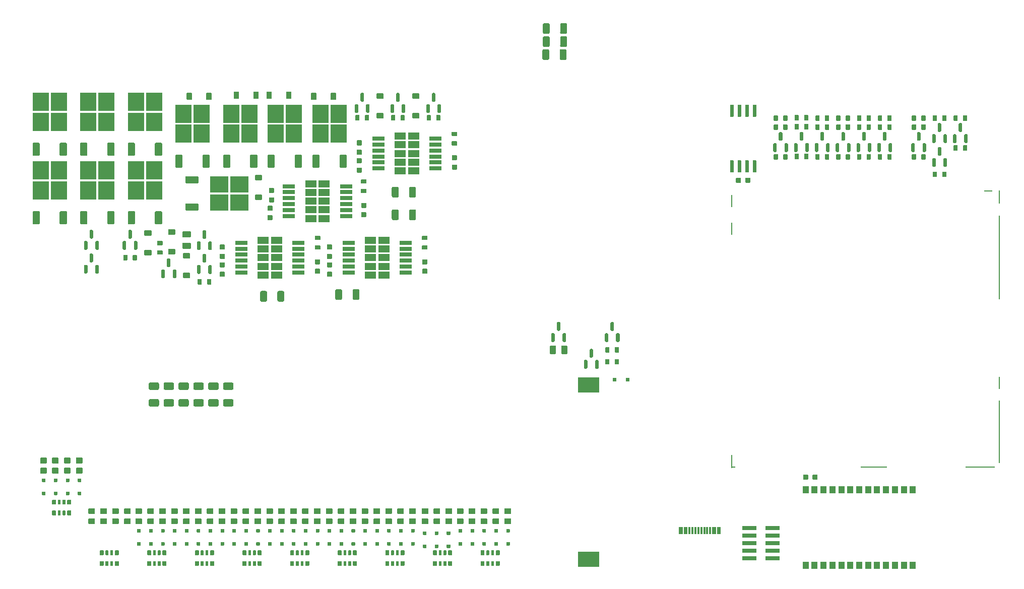
<source format=gtp>
G04 #@! TF.GenerationSoftware,KiCad,Pcbnew,7.0.8-7.0.8~ubuntu22.04.1*
G04 #@! TF.CreationDate,2023-10-10T19:40:03+00:00*
G04 #@! TF.ProjectId,alphax_8ch,616c7068-6178-45f3-9863-682e6b696361,c*
G04 #@! TF.SameCoordinates,PX143caa0PY5f592e0*
G04 #@! TF.FileFunction,Paste,Top*
G04 #@! TF.FilePolarity,Positive*
%FSLAX46Y46*%
G04 Gerber Fmt 4.6, Leading zero omitted, Abs format (unit mm)*
G04 Created by KiCad (PCBNEW 7.0.8-7.0.8~ubuntu22.04.1) date 2023-10-10 19:40:03*
%MOMM*%
%LPD*%
G01*
G04 APERTURE LIST*
%ADD10R,1.950000X1.160000*%
%ADD11R,2.000000X0.650000*%
%ADD12R,0.300000X1.150000*%
%ADD13R,2.750000X3.050000*%
%ADD14R,3.050000X2.750000*%
%ADD15R,0.200000X10.600000*%
%ADD16R,0.200000X2.100000*%
%ADD17R,0.200000X14.025000*%
%ADD18R,0.200000X2.300000*%
%ADD19R,1.400000X0.200000*%
%ADD20R,5.000000X0.200000*%
%ADD21R,4.500000X0.200000*%
%ADD22R,0.675000X0.200000*%
%ADD23R,0.200000X2.200000*%
%ADD24R,0.200000X2.025000*%
%ADD25R,0.200000X2.000000*%
%ADD26R,3.600000X2.600000*%
%ADD27R,1.000000X1.300000*%
%ADD28R,2.400000X0.740000*%
%ADD29O,0.000001X0.000001*%
G04 APERTURE END LIST*
G04 #@! TO.C,D45*
G36*
G01*
X66600002Y11379999D02*
X67500002Y11379999D01*
G75*
G02*
X67600002Y11279999I0J-100000D01*
G01*
X67600002Y10479999D01*
G75*
G02*
X67500002Y10379999I-100000J0D01*
G01*
X66600002Y10379999D01*
G75*
G02*
X66500002Y10479999I0J100000D01*
G01*
X66500002Y11279999D01*
G75*
G02*
X66600002Y11379999I100000J0D01*
G01*
G37*
G36*
G01*
X66600002Y9679999D02*
X67500002Y9679999D01*
G75*
G02*
X67600002Y9579999I0J-100000D01*
G01*
X67600002Y8779999D01*
G75*
G02*
X67500002Y8679999I-100000J0D01*
G01*
X66600002Y8679999D01*
G75*
G02*
X66500002Y8779999I0J100000D01*
G01*
X66500002Y9579999D01*
G75*
G02*
X66600002Y9679999I100000J0D01*
G01*
G37*
G04 #@! TD*
G04 #@! TO.C,C3*
G36*
G01*
X130584999Y16240000D02*
X130584999Y16920000D01*
G75*
G02*
X130669999Y17005000I85000J0D01*
G01*
X131349999Y17005000D01*
G75*
G02*
X131434999Y16920000I0J-85000D01*
G01*
X131434999Y16240000D01*
G75*
G02*
X131349999Y16155000I-85000J0D01*
G01*
X130669999Y16155000D01*
G75*
G02*
X130584999Y16240000I0J85000D01*
G01*
G37*
G36*
G01*
X132165001Y16240000D02*
X132165001Y16920000D01*
G75*
G02*
X132250001Y17005000I85000J0D01*
G01*
X132930001Y17005000D01*
G75*
G02*
X133015001Y16920000I0J-85000D01*
G01*
X133015001Y16240000D01*
G75*
G02*
X132930001Y16155000I-85000J0D01*
G01*
X132250001Y16155000D01*
G75*
G02*
X132165001Y16240000I0J85000D01*
G01*
G37*
G04 #@! TD*
G04 #@! TO.C,C56*
G36*
G01*
X51340000Y50264999D02*
X50660000Y50264999D01*
G75*
G02*
X50575000Y50349999I0J85000D01*
G01*
X50575000Y51029999D01*
G75*
G02*
X50660000Y51114999I85000J0D01*
G01*
X51340000Y51114999D01*
G75*
G02*
X51425000Y51029999I0J-85000D01*
G01*
X51425000Y50349999D01*
G75*
G02*
X51340000Y50264999I-85000J0D01*
G01*
G37*
G36*
G01*
X51340000Y51845001D02*
X50660000Y51845001D01*
G75*
G02*
X50575000Y51930001I0J85000D01*
G01*
X50575000Y52610001D01*
G75*
G02*
X50660000Y52695001I85000J0D01*
G01*
X51340000Y52695001D01*
G75*
G02*
X51425000Y52610001I0J-85000D01*
G01*
X51425000Y51930001D01*
G75*
G02*
X51340000Y51845001I-85000J0D01*
G01*
G37*
G04 #@! TD*
G04 #@! TO.C,D71*
G36*
G01*
X53399998Y8680001D02*
X52499998Y8680001D01*
G75*
G02*
X52399998Y8780001I0J100000D01*
G01*
X52399998Y9580001D01*
G75*
G02*
X52499998Y9680001I100000J0D01*
G01*
X53399998Y9680001D01*
G75*
G02*
X53499998Y9580001I0J-100000D01*
G01*
X53499998Y8780001D01*
G75*
G02*
X53399998Y8680001I-100000J0D01*
G01*
G37*
G36*
G01*
X53399998Y10380001D02*
X52499998Y10380001D01*
G75*
G02*
X52399998Y10480001I0J100000D01*
G01*
X52399998Y11280001D01*
G75*
G02*
X52499998Y11380001I100000J0D01*
G01*
X53399998Y11380001D01*
G75*
G02*
X53499998Y11280001I0J-100000D01*
G01*
X53499998Y10480001D01*
G75*
G02*
X53399998Y10380001I-100000J0D01*
G01*
G37*
G04 #@! TD*
G04 #@! TO.C,R40*
G36*
G01*
X136150000Y76527500D02*
X136150000Y77307500D01*
G75*
G02*
X136220000Y77377500I70000J0D01*
G01*
X136780000Y77377500D01*
G75*
G02*
X136850000Y77307500I0J-70000D01*
G01*
X136850000Y76527500D01*
G75*
G02*
X136780000Y76457500I-70000J0D01*
G01*
X136220000Y76457500D01*
G75*
G02*
X136150000Y76527500I0J70000D01*
G01*
G37*
G36*
G01*
X137750000Y76527500D02*
X137750000Y77307500D01*
G75*
G02*
X137820000Y77377500I70000J0D01*
G01*
X138380000Y77377500D01*
G75*
G02*
X138450000Y77307500I0J-70000D01*
G01*
X138450000Y76527500D01*
G75*
G02*
X138380000Y76457500I-70000J0D01*
G01*
X137820000Y76457500D01*
G75*
G02*
X137750000Y76527500I0J70000D01*
G01*
G37*
G04 #@! TD*
G04 #@! TO.C,D66*
G36*
G01*
X43399998Y8680001D02*
X42499998Y8680001D01*
G75*
G02*
X42399998Y8780001I0J100000D01*
G01*
X42399998Y9580001D01*
G75*
G02*
X42499998Y9680001I100000J0D01*
G01*
X43399998Y9680001D01*
G75*
G02*
X43499998Y9580001I0J-100000D01*
G01*
X43499998Y8780001D01*
G75*
G02*
X43399998Y8680001I-100000J0D01*
G01*
G37*
G36*
G01*
X43399998Y10380001D02*
X42499998Y10380001D01*
G75*
G02*
X42399998Y10480001I0J100000D01*
G01*
X42399998Y11280001D01*
G75*
G02*
X42499998Y11380001I100000J0D01*
G01*
X43399998Y11380001D01*
G75*
G02*
X43499998Y11280001I0J-100000D01*
G01*
X43499998Y10480001D01*
G75*
G02*
X43399998Y10380001I-100000J0D01*
G01*
G37*
G04 #@! TD*
G04 #@! TO.C,D77*
G36*
G01*
X65399998Y8680001D02*
X64499998Y8680001D01*
G75*
G02*
X64399998Y8780001I0J100000D01*
G01*
X64399998Y9580001D01*
G75*
G02*
X64499998Y9680001I100000J0D01*
G01*
X65399998Y9680001D01*
G75*
G02*
X65499998Y9580001I0J-100000D01*
G01*
X65499998Y8780001D01*
G75*
G02*
X65399998Y8680001I-100000J0D01*
G01*
G37*
G36*
G01*
X65399998Y10380001D02*
X64499998Y10380001D01*
G75*
G02*
X64399998Y10480001I0J100000D01*
G01*
X64399998Y11280001D01*
G75*
G02*
X64499998Y11380001I100000J0D01*
G01*
X65399998Y11380001D01*
G75*
G02*
X65499998Y11280001I0J-100000D01*
G01*
X65499998Y10480001D01*
G75*
G02*
X65399998Y10380001I-100000J0D01*
G01*
G37*
G04 #@! TD*
G04 #@! TO.C,D75*
G36*
G01*
X61399998Y8680001D02*
X60499998Y8680001D01*
G75*
G02*
X60399998Y8780001I0J100000D01*
G01*
X60399998Y9580001D01*
G75*
G02*
X60499998Y9680001I100000J0D01*
G01*
X61399998Y9680001D01*
G75*
G02*
X61499998Y9580001I0J-100000D01*
G01*
X61499998Y8780001D01*
G75*
G02*
X61399998Y8680001I-100000J0D01*
G01*
G37*
G36*
G01*
X61399998Y10380001D02*
X60499998Y10380001D01*
G75*
G02*
X60399998Y10480001I0J100000D01*
G01*
X60399998Y11280001D01*
G75*
G02*
X60499998Y11380001I100000J0D01*
G01*
X61399998Y11380001D01*
G75*
G02*
X61499998Y11280001I0J-100000D01*
G01*
X61499998Y10480001D01*
G75*
G02*
X61399998Y10380001I-100000J0D01*
G01*
G37*
G04 #@! TD*
G04 #@! TO.C,R50*
G36*
G01*
X129150000Y70090000D02*
X129150000Y70870000D01*
G75*
G02*
X129220000Y70940000I70000J0D01*
G01*
X129780000Y70940000D01*
G75*
G02*
X129850000Y70870000I0J-70000D01*
G01*
X129850000Y70090000D01*
G75*
G02*
X129780000Y70020000I-70000J0D01*
G01*
X129220000Y70020000D01*
G75*
G02*
X129150000Y70090000I0J70000D01*
G01*
G37*
G36*
G01*
X130750000Y70090000D02*
X130750000Y70870000D01*
G75*
G02*
X130820000Y70940000I70000J0D01*
G01*
X131380000Y70940000D01*
G75*
G02*
X131450000Y70870000I0J-70000D01*
G01*
X131450000Y70090000D01*
G75*
G02*
X131380000Y70020000I-70000J0D01*
G01*
X130820000Y70020000D01*
G75*
G02*
X130750000Y70090000I0J70000D01*
G01*
G37*
G04 #@! TD*
G04 #@! TO.C,C30*
G36*
G01*
X33340000Y50264999D02*
X32660000Y50264999D01*
G75*
G02*
X32575000Y50349999I0J85000D01*
G01*
X32575000Y51029999D01*
G75*
G02*
X32660000Y51114999I85000J0D01*
G01*
X33340000Y51114999D01*
G75*
G02*
X33425000Y51029999I0J-85000D01*
G01*
X33425000Y50349999D01*
G75*
G02*
X33340000Y50264999I-85000J0D01*
G01*
G37*
G36*
G01*
X33340000Y51845001D02*
X32660000Y51845001D01*
G75*
G02*
X32575000Y51930001I0J85000D01*
G01*
X32575000Y52610001D01*
G75*
G02*
X32660000Y52695001I85000J0D01*
G01*
X33340000Y52695001D01*
G75*
G02*
X33425000Y52610001I0J-85000D01*
G01*
X33425000Y51930001D01*
G75*
G02*
X33340000Y51845001I-85000J0D01*
G01*
G37*
G04 #@! TD*
G04 #@! TO.C,R47*
G36*
G01*
X148850000Y70027500D02*
X148850000Y70807500D01*
G75*
G02*
X148920000Y70877500I70000J0D01*
G01*
X149480000Y70877500D01*
G75*
G02*
X149550000Y70807500I0J-70000D01*
G01*
X149550000Y70027500D01*
G75*
G02*
X149480000Y69957500I-70000J0D01*
G01*
X148920000Y69957500D01*
G75*
G02*
X148850000Y70027500I0J70000D01*
G01*
G37*
G36*
G01*
X150450000Y70027500D02*
X150450000Y70807500D01*
G75*
G02*
X150520000Y70877500I70000J0D01*
G01*
X151080000Y70877500D01*
G75*
G02*
X151150000Y70807500I0J-70000D01*
G01*
X151150000Y70027500D01*
G75*
G02*
X151080000Y69957500I-70000J0D01*
G01*
X150520000Y69957500D01*
G75*
G02*
X150450000Y70027500I0J70000D01*
G01*
G37*
G04 #@! TD*
G04 #@! TO.C,D14*
G36*
G01*
X32700000Y5140000D02*
X32700000Y5620000D01*
G75*
G02*
X32760000Y5680000I60000J0D01*
G01*
X33240000Y5680000D01*
G75*
G02*
X33300000Y5620000I0J-60000D01*
G01*
X33300000Y5140000D01*
G75*
G02*
X33240000Y5080000I-60000J0D01*
G01*
X32760000Y5080000D01*
G75*
G02*
X32700000Y5140000I0J60000D01*
G01*
G37*
G36*
G01*
X32700000Y7340000D02*
X32700000Y7820000D01*
G75*
G02*
X32760000Y7880000I60000J0D01*
G01*
X33240000Y7880000D01*
G75*
G02*
X33300000Y7820000I0J-60000D01*
G01*
X33300000Y7340000D01*
G75*
G02*
X33240000Y7280000I-60000J0D01*
G01*
X32760000Y7280000D01*
G75*
G02*
X32700000Y7340000I0J60000D01*
G01*
G37*
G04 #@! TD*
G04 #@! TO.C,D47*
G36*
G01*
X70600002Y11379999D02*
X71500002Y11379999D01*
G75*
G02*
X71600002Y11279999I0J-100000D01*
G01*
X71600002Y10479999D01*
G75*
G02*
X71500002Y10379999I-100000J0D01*
G01*
X70600002Y10379999D01*
G75*
G02*
X70500002Y10479999I0J100000D01*
G01*
X70500002Y11279999D01*
G75*
G02*
X70600002Y11379999I100000J0D01*
G01*
G37*
G36*
G01*
X70600002Y9679999D02*
X71500002Y9679999D01*
G75*
G02*
X71600002Y9579999I0J-100000D01*
G01*
X71600002Y8779999D01*
G75*
G02*
X71500002Y8679999I-100000J0D01*
G01*
X70600002Y8679999D01*
G75*
G02*
X70500002Y8779999I0J100000D01*
G01*
X70500002Y9579999D01*
G75*
G02*
X70600002Y9679999I100000J0D01*
G01*
G37*
G04 #@! TD*
G04 #@! TO.C,Q26*
G36*
G01*
X10200000Y50805000D02*
X9900000Y50805000D01*
G75*
G02*
X9750000Y50955000I0J150000D01*
G01*
X9750000Y52130000D01*
G75*
G02*
X9900000Y52280000I150000J0D01*
G01*
X10200000Y52280000D01*
G75*
G02*
X10350000Y52130000I0J-150000D01*
G01*
X10350000Y50955000D01*
G75*
G02*
X10200000Y50805000I-150000J0D01*
G01*
G37*
G36*
G01*
X11150000Y52680000D02*
X10850000Y52680000D01*
G75*
G02*
X10700000Y52830000I0J150000D01*
G01*
X10700000Y54005000D01*
G75*
G02*
X10850000Y54155000I150000J0D01*
G01*
X11150000Y54155000D01*
G75*
G02*
X11300000Y54005000I0J-150000D01*
G01*
X11300000Y52830000D01*
G75*
G02*
X11150000Y52680000I-150000J0D01*
G01*
G37*
G36*
G01*
X12100000Y50805000D02*
X11800000Y50805000D01*
G75*
G02*
X11650000Y50955000I0J150000D01*
G01*
X11650000Y52130000D01*
G75*
G02*
X11800000Y52280000I150000J0D01*
G01*
X12100000Y52280000D01*
G75*
G02*
X12250000Y52130000I0J-150000D01*
G01*
X12250000Y50955000D01*
G75*
G02*
X12100000Y50805000I-150000J0D01*
G01*
G37*
G04 #@! TD*
G04 #@! TO.C,D36*
G36*
G01*
X39399998Y8680001D02*
X38499998Y8680001D01*
G75*
G02*
X38399998Y8780001I0J100000D01*
G01*
X38399998Y9580001D01*
G75*
G02*
X38499998Y9680001I100000J0D01*
G01*
X39399998Y9680001D01*
G75*
G02*
X39499998Y9580001I0J-100000D01*
G01*
X39499998Y8780001D01*
G75*
G02*
X39399998Y8680001I-100000J0D01*
G01*
G37*
G36*
G01*
X39399998Y10380001D02*
X38499998Y10380001D01*
G75*
G02*
X38399998Y10480001I0J100000D01*
G01*
X38399998Y11280001D01*
G75*
G02*
X38499998Y11380001I100000J0D01*
G01*
X39399998Y11380001D01*
G75*
G02*
X39499998Y11280001I0J-100000D01*
G01*
X39499998Y10480001D01*
G75*
G02*
X39399998Y10380001I-100000J0D01*
G01*
G37*
G04 #@! TD*
G04 #@! TO.C,R29*
G36*
G01*
X67350000Y76590000D02*
X67350000Y77370000D01*
G75*
G02*
X67420000Y77440000I70000J0D01*
G01*
X67980000Y77440000D01*
G75*
G02*
X68050000Y77370000I0J-70000D01*
G01*
X68050000Y76590000D01*
G75*
G02*
X67980000Y76520000I-70000J0D01*
G01*
X67420000Y76520000D01*
G75*
G02*
X67350000Y76590000I0J70000D01*
G01*
G37*
G36*
G01*
X68950000Y76590000D02*
X68950000Y77370000D01*
G75*
G02*
X69020000Y77440000I70000J0D01*
G01*
X69580000Y77440000D01*
G75*
G02*
X69650000Y77370000I0J-70000D01*
G01*
X69650000Y76590000D01*
G75*
G02*
X69580000Y76520000I-70000J0D01*
G01*
X69020000Y76520000D01*
G75*
G02*
X68950000Y76590000I0J70000D01*
G01*
G37*
G04 #@! TD*
G04 #@! TO.C,D29*
G36*
G01*
X25399998Y8680001D02*
X24499998Y8680001D01*
G75*
G02*
X24399998Y8780001I0J100000D01*
G01*
X24399998Y9580001D01*
G75*
G02*
X24499998Y9680001I100000J0D01*
G01*
X25399998Y9680001D01*
G75*
G02*
X25499998Y9580001I0J-100000D01*
G01*
X25499998Y8780001D01*
G75*
G02*
X25399998Y8680001I-100000J0D01*
G01*
G37*
G36*
G01*
X25399998Y10380001D02*
X24499998Y10380001D01*
G75*
G02*
X24399998Y10480001I0J100000D01*
G01*
X24399998Y11280001D01*
G75*
G02*
X24499998Y11380001I100000J0D01*
G01*
X25399998Y11380001D01*
G75*
G02*
X25499998Y11280001I0J-100000D01*
G01*
X25499998Y10480001D01*
G75*
G02*
X25399998Y10380001I-100000J0D01*
G01*
G37*
G04 #@! TD*
G04 #@! TO.C,R58*
G36*
G01*
X143150000Y70027500D02*
X143150000Y70807500D01*
G75*
G02*
X143220000Y70877500I70000J0D01*
G01*
X143780000Y70877500D01*
G75*
G02*
X143850000Y70807500I0J-70000D01*
G01*
X143850000Y70027500D01*
G75*
G02*
X143780000Y69957500I-70000J0D01*
G01*
X143220000Y69957500D01*
G75*
G02*
X143150000Y70027500I0J70000D01*
G01*
G37*
G36*
G01*
X144750000Y70027500D02*
X144750000Y70807500D01*
G75*
G02*
X144820000Y70877500I70000J0D01*
G01*
X145380000Y70877500D01*
G75*
G02*
X145450000Y70807500I0J-70000D01*
G01*
X145450000Y70027500D01*
G75*
G02*
X145380000Y69957500I-70000J0D01*
G01*
X144820000Y69957500D01*
G75*
G02*
X144750000Y70027500I0J70000D01*
G01*
G37*
G04 #@! TD*
G04 #@! TO.C,D39*
G36*
G01*
X5399998Y17180001D02*
X4499998Y17180001D01*
G75*
G02*
X4399998Y17280001I0J100000D01*
G01*
X4399998Y18080001D01*
G75*
G02*
X4499998Y18180001I100000J0D01*
G01*
X5399998Y18180001D01*
G75*
G02*
X5499998Y18080001I0J-100000D01*
G01*
X5499998Y17280001D01*
G75*
G02*
X5399998Y17180001I-100000J0D01*
G01*
G37*
G36*
G01*
X5399998Y18880001D02*
X4499998Y18880001D01*
G75*
G02*
X4399998Y18980001I0J100000D01*
G01*
X4399998Y19780001D01*
G75*
G02*
X4499998Y19880001I100000J0D01*
G01*
X5399998Y19880001D01*
G75*
G02*
X5499998Y19780001I0J-100000D01*
G01*
X5499998Y18980001D01*
G75*
G02*
X5399998Y18880001I-100000J0D01*
G01*
G37*
G04 #@! TD*
D10*
G04 #@! TO.C,U5*
X39875000Y56400000D03*
X39875000Y54940000D03*
X39875000Y53480000D03*
X39875000Y52020000D03*
X39875000Y50560000D03*
X42125000Y56400000D03*
X42125000Y54940000D03*
X42125000Y53480000D03*
X42125000Y52020000D03*
X42125000Y50560000D03*
D11*
X36200000Y55980000D03*
X36200000Y54980000D03*
X36200000Y53980000D03*
X36200000Y52980000D03*
X36200000Y51980000D03*
X36200000Y50980000D03*
X45800000Y50980000D03*
X45800000Y51980000D03*
X45800000Y52980000D03*
X45800000Y53980000D03*
X45800000Y54980000D03*
X45800000Y55980000D03*
G04 #@! TD*
G04 #@! TO.C,R52*
G36*
G01*
X143150000Y76527500D02*
X143150000Y77307500D01*
G75*
G02*
X143220000Y77377500I70000J0D01*
G01*
X143780000Y77377500D01*
G75*
G02*
X143850000Y77307500I0J-70000D01*
G01*
X143850000Y76527500D01*
G75*
G02*
X143780000Y76457500I-70000J0D01*
G01*
X143220000Y76457500D01*
G75*
G02*
X143150000Y76527500I0J70000D01*
G01*
G37*
G36*
G01*
X144750000Y76527500D02*
X144750000Y77307500D01*
G75*
G02*
X144820000Y77377500I70000J0D01*
G01*
X145380000Y77377500D01*
G75*
G02*
X145450000Y77307500I0J-70000D01*
G01*
X145450000Y76527500D01*
G75*
G02*
X145380000Y76457500I-70000J0D01*
G01*
X144820000Y76457500D01*
G75*
G02*
X144750000Y76527500I0J70000D01*
G01*
G37*
G04 #@! TD*
G04 #@! TO.C,D38*
G36*
G01*
X3399998Y17180001D02*
X2499998Y17180001D01*
G75*
G02*
X2399998Y17280001I0J100000D01*
G01*
X2399998Y18080001D01*
G75*
G02*
X2499998Y18180001I100000J0D01*
G01*
X3399998Y18180001D01*
G75*
G02*
X3499998Y18080001I0J-100000D01*
G01*
X3499998Y17280001D01*
G75*
G02*
X3399998Y17180001I-100000J0D01*
G01*
G37*
G36*
G01*
X3399998Y18880001D02*
X2499998Y18880001D01*
G75*
G02*
X2399998Y18980001I0J100000D01*
G01*
X2399998Y19780001D01*
G75*
G02*
X2499998Y19880001I100000J0D01*
G01*
X3399998Y19880001D01*
G75*
G02*
X3499998Y19780001I0J-100000D01*
G01*
X3499998Y18980001D01*
G75*
G02*
X3399998Y18880001I-100000J0D01*
G01*
G37*
G04 #@! TD*
G04 #@! TO.C,D21*
G36*
G01*
X6700000Y13640000D02*
X6700000Y14120000D01*
G75*
G02*
X6760000Y14180000I60000J0D01*
G01*
X7240000Y14180000D01*
G75*
G02*
X7300000Y14120000I0J-60000D01*
G01*
X7300000Y13640000D01*
G75*
G02*
X7240000Y13580000I-60000J0D01*
G01*
X6760000Y13580000D01*
G75*
G02*
X6700000Y13640000I0J60000D01*
G01*
G37*
G36*
G01*
X6700000Y15840000D02*
X6700000Y16320000D01*
G75*
G02*
X6760000Y16380000I60000J0D01*
G01*
X7240000Y16380000D01*
G75*
G02*
X7300000Y16320000I0J-60000D01*
G01*
X7300000Y15840000D01*
G75*
G02*
X7240000Y15780000I-60000J0D01*
G01*
X6760000Y15780000D01*
G75*
G02*
X6700000Y15840000I0J60000D01*
G01*
G37*
G04 #@! TD*
G04 #@! TO.C,R48*
G36*
G01*
X136150000Y70027500D02*
X136150000Y70807500D01*
G75*
G02*
X136220000Y70877500I70000J0D01*
G01*
X136780000Y70877500D01*
G75*
G02*
X136850000Y70807500I0J-70000D01*
G01*
X136850000Y70027500D01*
G75*
G02*
X136780000Y69957500I-70000J0D01*
G01*
X136220000Y69957500D01*
G75*
G02*
X136150000Y70027500I0J70000D01*
G01*
G37*
G36*
G01*
X137750000Y70027500D02*
X137750000Y70807500D01*
G75*
G02*
X137820000Y70877500I70000J0D01*
G01*
X138380000Y70877500D01*
G75*
G02*
X138450000Y70807500I0J-70000D01*
G01*
X138450000Y70027500D01*
G75*
G02*
X138380000Y69957500I-70000J0D01*
G01*
X137820000Y69957500D01*
G75*
G02*
X137750000Y70027500I0J70000D01*
G01*
G37*
G04 #@! TD*
G04 #@! TO.C,D10*
G36*
G01*
X24700000Y5140000D02*
X24700000Y5620000D01*
G75*
G02*
X24760000Y5680000I60000J0D01*
G01*
X25240000Y5680000D01*
G75*
G02*
X25300000Y5620000I0J-60000D01*
G01*
X25300000Y5140000D01*
G75*
G02*
X25240000Y5080000I-60000J0D01*
G01*
X24760000Y5080000D01*
G75*
G02*
X24700000Y5140000I0J60000D01*
G01*
G37*
G36*
G01*
X24700000Y7340000D02*
X24700000Y7820000D01*
G75*
G02*
X24760000Y7880000I60000J0D01*
G01*
X25240000Y7880000D01*
G75*
G02*
X25300000Y7820000I0J-60000D01*
G01*
X25300000Y7340000D01*
G75*
G02*
X25240000Y7280000I-60000J0D01*
G01*
X24760000Y7280000D01*
G75*
G02*
X24700000Y7340000I0J60000D01*
G01*
G37*
G04 #@! TD*
G04 #@! TO.C,R31*
G36*
G01*
X55350000Y76590000D02*
X55350000Y77370000D01*
G75*
G02*
X55420000Y77440000I70000J0D01*
G01*
X55980000Y77440000D01*
G75*
G02*
X56050000Y77370000I0J-70000D01*
G01*
X56050000Y76590000D01*
G75*
G02*
X55980000Y76520000I-70000J0D01*
G01*
X55420000Y76520000D01*
G75*
G02*
X55350000Y76590000I0J70000D01*
G01*
G37*
G36*
G01*
X56950000Y76590000D02*
X56950000Y77370000D01*
G75*
G02*
X57020000Y77440000I70000J0D01*
G01*
X57580000Y77440000D01*
G75*
G02*
X57650000Y77370000I0J-70000D01*
G01*
X57650000Y76590000D01*
G75*
G02*
X57580000Y76520000I-70000J0D01*
G01*
X57020000Y76520000D01*
G75*
G02*
X56950000Y76590000I0J70000D01*
G01*
G37*
G04 #@! TD*
G04 #@! TO.C,F11*
G36*
G01*
X25875000Y32505000D02*
X27125000Y32505000D01*
G75*
G02*
X27375000Y32255000I0J-250000D01*
G01*
X27375000Y31505000D01*
G75*
G02*
X27125000Y31255000I-250000J0D01*
G01*
X25875000Y31255000D01*
G75*
G02*
X25625000Y31505000I0J250000D01*
G01*
X25625000Y32255000D01*
G75*
G02*
X25875000Y32505000I250000J0D01*
G01*
G37*
G36*
G01*
X25875000Y29705000D02*
X27125000Y29705000D01*
G75*
G02*
X27375000Y29455000I0J-250000D01*
G01*
X27375000Y28705000D01*
G75*
G02*
X27125000Y28455000I-250000J0D01*
G01*
X25875000Y28455000D01*
G75*
G02*
X25625000Y28705000I0J250000D01*
G01*
X25625000Y29455000D01*
G75*
G02*
X25875000Y29705000I250000J0D01*
G01*
G37*
G04 #@! TD*
G04 #@! TO.C,R41*
G36*
G01*
X132650000Y76527500D02*
X132650000Y77307500D01*
G75*
G02*
X132720000Y77377500I70000J0D01*
G01*
X133280000Y77377500D01*
G75*
G02*
X133350000Y77307500I0J-70000D01*
G01*
X133350000Y76527500D01*
G75*
G02*
X133280000Y76457500I-70000J0D01*
G01*
X132720000Y76457500D01*
G75*
G02*
X132650000Y76527500I0J70000D01*
G01*
G37*
G36*
G01*
X134250000Y76527500D02*
X134250000Y77307500D01*
G75*
G02*
X134320000Y77377500I70000J0D01*
G01*
X134880000Y77377500D01*
G75*
G02*
X134950000Y77307500I0J-70000D01*
G01*
X134950000Y76527500D01*
G75*
G02*
X134880000Y76457500I-70000J0D01*
G01*
X134320000Y76457500D01*
G75*
G02*
X134250000Y76527500I0J70000D01*
G01*
G37*
G04 #@! TD*
G04 #@! TO.C,F5*
G36*
G01*
X42485010Y47880000D02*
X43175010Y47880000D01*
G75*
G02*
X43405010Y47650000I0J-230000D01*
G01*
X43405010Y46310000D01*
G75*
G02*
X43175010Y46080000I-230000J0D01*
G01*
X42485010Y46080000D01*
G75*
G02*
X42255010Y46310000I0J230000D01*
G01*
X42255010Y47650000D01*
G75*
G02*
X42485010Y47880000I230000J0D01*
G01*
G37*
G36*
G01*
X39584990Y47880000D02*
X40274990Y47880000D01*
G75*
G02*
X40504990Y47650000I0J-230000D01*
G01*
X40504990Y46310000D01*
G75*
G02*
X40274990Y46080000I-230000J0D01*
G01*
X39584990Y46080000D01*
G75*
G02*
X39354990Y46310000I0J230000D01*
G01*
X39354990Y47650000D01*
G75*
G02*
X39584990Y47880000I230000J0D01*
G01*
G37*
G04 #@! TD*
G04 #@! TO.C,D54*
G36*
G01*
X50700000Y5140000D02*
X50700000Y5620000D01*
G75*
G02*
X50760000Y5680000I60000J0D01*
G01*
X51240000Y5680000D01*
G75*
G02*
X51300000Y5620000I0J-60000D01*
G01*
X51300000Y5140000D01*
G75*
G02*
X51240000Y5080000I-60000J0D01*
G01*
X50760000Y5080000D01*
G75*
G02*
X50700000Y5140000I0J60000D01*
G01*
G37*
G36*
G01*
X50700000Y7340000D02*
X50700000Y7820000D01*
G75*
G02*
X50760000Y7880000I60000J0D01*
G01*
X51240000Y7880000D01*
G75*
G02*
X51300000Y7820000I0J-60000D01*
G01*
X51300000Y7340000D01*
G75*
G02*
X51240000Y7280000I-60000J0D01*
G01*
X50760000Y7280000D01*
G75*
G02*
X50700000Y7340000I0J60000D01*
G01*
G37*
G04 #@! TD*
G04 #@! TO.C,C44*
G36*
G01*
X71660000Y70695001D02*
X72340000Y70695001D01*
G75*
G02*
X72425000Y70610001I0J-85000D01*
G01*
X72425000Y69930001D01*
G75*
G02*
X72340000Y69845001I-85000J0D01*
G01*
X71660000Y69845001D01*
G75*
G02*
X71575000Y69930001I0J85000D01*
G01*
X71575000Y70610001D01*
G75*
G02*
X71660000Y70695001I85000J0D01*
G01*
G37*
G36*
G01*
X71660000Y69114999D02*
X72340000Y69114999D01*
G75*
G02*
X72425000Y69029999I0J-85000D01*
G01*
X72425000Y68349999D01*
G75*
G02*
X72340000Y68264999I-85000J0D01*
G01*
X71660000Y68264999D01*
G75*
G02*
X71575000Y68349999I0J85000D01*
G01*
X71575000Y69029999D01*
G75*
G02*
X71660000Y69114999I85000J0D01*
G01*
G37*
G04 #@! TD*
G04 #@! TO.C,F3*
G36*
G01*
X62394990Y63580000D02*
X61704990Y63580000D01*
G75*
G02*
X61474990Y63810000I0J230000D01*
G01*
X61474990Y65150000D01*
G75*
G02*
X61704990Y65380000I230000J0D01*
G01*
X62394990Y65380000D01*
G75*
G02*
X62624990Y65150000I0J-230000D01*
G01*
X62624990Y63810000D01*
G75*
G02*
X62394990Y63580000I-230000J0D01*
G01*
G37*
G36*
G01*
X65295010Y63580000D02*
X64605010Y63580000D01*
G75*
G02*
X64375010Y63810000I0J230000D01*
G01*
X64375010Y65150000D01*
G75*
G02*
X64605010Y65380000I230000J0D01*
G01*
X65295010Y65380000D01*
G75*
G02*
X65525010Y65150000I0J-230000D01*
G01*
X65525010Y63810000D01*
G75*
G02*
X65295010Y63580000I-230000J0D01*
G01*
G37*
G04 #@! TD*
G04 #@! TO.C,R8*
G36*
G01*
X76400000Y1745000D02*
X76400000Y2415000D01*
G75*
G02*
X76465000Y2480000I65000J0D01*
G01*
X76985000Y2480000D01*
G75*
G02*
X77050000Y2415000I0J-65000D01*
G01*
X77050000Y1745000D01*
G75*
G02*
X76985000Y1680000I-65000J0D01*
G01*
X76465000Y1680000D01*
G75*
G02*
X76400000Y1745000I0J65000D01*
G01*
G37*
G36*
G01*
X77375000Y1725000D02*
X77375000Y2435000D01*
G75*
G02*
X77420000Y2480000I45000J0D01*
G01*
X77780000Y2480000D01*
G75*
G02*
X77825000Y2435000I0J-45000D01*
G01*
X77825000Y1725000D01*
G75*
G02*
X77780000Y1680000I-45000J0D01*
G01*
X77420000Y1680000D01*
G75*
G02*
X77375000Y1725000I0J45000D01*
G01*
G37*
G36*
G01*
X78175000Y1725000D02*
X78175000Y2435000D01*
G75*
G02*
X78220000Y2480000I45000J0D01*
G01*
X78580000Y2480000D01*
G75*
G02*
X78625000Y2435000I0J-45000D01*
G01*
X78625000Y1725000D01*
G75*
G02*
X78580000Y1680000I-45000J0D01*
G01*
X78220000Y1680000D01*
G75*
G02*
X78175000Y1725000I0J45000D01*
G01*
G37*
G36*
G01*
X78950000Y1745000D02*
X78950000Y2415000D01*
G75*
G02*
X79015000Y2480000I65000J0D01*
G01*
X79535000Y2480000D01*
G75*
G02*
X79600000Y2415000I0J-65000D01*
G01*
X79600000Y1745000D01*
G75*
G02*
X79535000Y1680000I-65000J0D01*
G01*
X79015000Y1680000D01*
G75*
G02*
X78950000Y1745000I0J65000D01*
G01*
G37*
G36*
G01*
X78950000Y3545000D02*
X78950000Y4215000D01*
G75*
G02*
X79015000Y4280000I65000J0D01*
G01*
X79535000Y4280000D01*
G75*
G02*
X79600000Y4215000I0J-65000D01*
G01*
X79600000Y3545000D01*
G75*
G02*
X79535000Y3480000I-65000J0D01*
G01*
X79015000Y3480000D01*
G75*
G02*
X78950000Y3545000I0J65000D01*
G01*
G37*
G36*
G01*
X78175000Y3525000D02*
X78175000Y4235000D01*
G75*
G02*
X78220000Y4280000I45000J0D01*
G01*
X78580000Y4280000D01*
G75*
G02*
X78625000Y4235000I0J-45000D01*
G01*
X78625000Y3525000D01*
G75*
G02*
X78580000Y3480000I-45000J0D01*
G01*
X78220000Y3480000D01*
G75*
G02*
X78175000Y3525000I0J45000D01*
G01*
G37*
G36*
G01*
X77375000Y3525000D02*
X77375000Y4235000D01*
G75*
G02*
X77420000Y4280000I45000J0D01*
G01*
X77780000Y4280000D01*
G75*
G02*
X77825000Y4235000I0J-45000D01*
G01*
X77825000Y3525000D01*
G75*
G02*
X77780000Y3480000I-45000J0D01*
G01*
X77420000Y3480000D01*
G75*
G02*
X77375000Y3525000I0J45000D01*
G01*
G37*
G36*
G01*
X76400000Y3545000D02*
X76400000Y4215000D01*
G75*
G02*
X76465000Y4280000I65000J0D01*
G01*
X76985000Y4280000D01*
G75*
G02*
X77050000Y4215000I0J-65000D01*
G01*
X77050000Y3545000D01*
G75*
G02*
X76985000Y3480000I-65000J0D01*
G01*
X76465000Y3480000D01*
G75*
G02*
X76400000Y3545000I0J65000D01*
G01*
G37*
G04 #@! TD*
G04 #@! TO.C,Q13*
G36*
G01*
X152700000Y68742500D02*
X152400000Y68742500D01*
G75*
G02*
X152250000Y68892500I0J150000D01*
G01*
X152250000Y70067500D01*
G75*
G02*
X152400000Y70217500I150000J0D01*
G01*
X152700000Y70217500D01*
G75*
G02*
X152850000Y70067500I0J-150000D01*
G01*
X152850000Y68892500D01*
G75*
G02*
X152700000Y68742500I-150000J0D01*
G01*
G37*
G36*
G01*
X153650000Y70617500D02*
X153350000Y70617500D01*
G75*
G02*
X153200000Y70767500I0J150000D01*
G01*
X153200000Y71942500D01*
G75*
G02*
X153350000Y72092500I150000J0D01*
G01*
X153650000Y72092500D01*
G75*
G02*
X153800000Y71942500I0J-150000D01*
G01*
X153800000Y70767500D01*
G75*
G02*
X153650000Y70617500I-150000J0D01*
G01*
G37*
G36*
G01*
X154600000Y68742500D02*
X154300000Y68742500D01*
G75*
G02*
X154150000Y68892500I0J150000D01*
G01*
X154150000Y70067500D01*
G75*
G02*
X154300000Y70217500I150000J0D01*
G01*
X154600000Y70217500D01*
G75*
G02*
X154750000Y70067500I0J-150000D01*
G01*
X154750000Y68892500D01*
G75*
G02*
X154600000Y68742500I-150000J0D01*
G01*
G37*
G04 #@! TD*
G04 #@! TO.C,Q14*
G36*
G01*
X149200000Y71242500D02*
X148900000Y71242500D01*
G75*
G02*
X148750000Y71392500I0J150000D01*
G01*
X148750000Y72567500D01*
G75*
G02*
X148900000Y72717500I150000J0D01*
G01*
X149200000Y72717500D01*
G75*
G02*
X149350000Y72567500I0J-150000D01*
G01*
X149350000Y71392500D01*
G75*
G02*
X149200000Y71242500I-150000J0D01*
G01*
G37*
G36*
G01*
X150150000Y73117500D02*
X149850000Y73117500D01*
G75*
G02*
X149700000Y73267500I0J150000D01*
G01*
X149700000Y74442500D01*
G75*
G02*
X149850000Y74592500I150000J0D01*
G01*
X150150000Y74592500D01*
G75*
G02*
X150300000Y74442500I0J-150000D01*
G01*
X150300000Y73267500D01*
G75*
G02*
X150150000Y73117500I-150000J0D01*
G01*
G37*
G36*
G01*
X151100000Y71242500D02*
X150800000Y71242500D01*
G75*
G02*
X150650000Y71392500I0J150000D01*
G01*
X150650000Y72567500D01*
G75*
G02*
X150800000Y72717500I150000J0D01*
G01*
X151100000Y72717500D01*
G75*
G02*
X151250000Y72567500I0J-150000D01*
G01*
X151250000Y71392500D01*
G75*
G02*
X151100000Y71242500I-150000J0D01*
G01*
G37*
G04 #@! TD*
G04 #@! TO.C,F20*
G36*
G01*
X89905010Y88500000D02*
X90595010Y88500000D01*
G75*
G02*
X90825010Y88270000I0J-230000D01*
G01*
X90825010Y86930000D01*
G75*
G02*
X90595010Y86700000I-230000J0D01*
G01*
X89905010Y86700000D01*
G75*
G02*
X89675010Y86930000I0J230000D01*
G01*
X89675010Y88270000D01*
G75*
G02*
X89905010Y88500000I230000J0D01*
G01*
G37*
G36*
G01*
X87004990Y88500000D02*
X87694990Y88500000D01*
G75*
G02*
X87924990Y88270000I0J-230000D01*
G01*
X87924990Y86930000D01*
G75*
G02*
X87694990Y86700000I-230000J0D01*
G01*
X87004990Y86700000D01*
G75*
G02*
X86774990Y86930000I0J230000D01*
G01*
X86774990Y88270000D01*
G75*
G02*
X87004990Y88500000I230000J0D01*
G01*
G37*
G04 #@! TD*
G04 #@! TO.C,D62*
G36*
G01*
X10600002Y11379999D02*
X11500002Y11379999D01*
G75*
G02*
X11600002Y11279999I0J-100000D01*
G01*
X11600002Y10479999D01*
G75*
G02*
X11500002Y10379999I-100000J0D01*
G01*
X10600002Y10379999D01*
G75*
G02*
X10500002Y10479999I0J100000D01*
G01*
X10500002Y11279999D01*
G75*
G02*
X10600002Y11379999I100000J0D01*
G01*
G37*
G36*
G01*
X10600002Y9679999D02*
X11500002Y9679999D01*
G75*
G02*
X11600002Y9579999I0J-100000D01*
G01*
X11600002Y8779999D01*
G75*
G02*
X11500002Y8679999I-100000J0D01*
G01*
X10600002Y8679999D01*
G75*
G02*
X10500002Y8779999I0J100000D01*
G01*
X10500002Y9579999D01*
G75*
G02*
X10600002Y9679999I100000J0D01*
G01*
G37*
G04 #@! TD*
G04 #@! TO.C,D26*
G36*
G01*
X19399998Y8680001D02*
X18499998Y8680001D01*
G75*
G02*
X18399998Y8780001I0J100000D01*
G01*
X18399998Y9580001D01*
G75*
G02*
X18499998Y9680001I100000J0D01*
G01*
X19399998Y9680001D01*
G75*
G02*
X19499998Y9580001I0J-100000D01*
G01*
X19499998Y8780001D01*
G75*
G02*
X19399998Y8680001I-100000J0D01*
G01*
G37*
G36*
G01*
X19399998Y10380001D02*
X18499998Y10380001D01*
G75*
G02*
X18399998Y10480001I0J100000D01*
G01*
X18399998Y11280001D01*
G75*
G02*
X18499998Y11380001I100000J0D01*
G01*
X19399998Y11380001D01*
G75*
G02*
X19499998Y11280001I0J-100000D01*
G01*
X19499998Y10480001D01*
G75*
G02*
X19399998Y10380001I-100000J0D01*
G01*
G37*
G04 #@! TD*
G04 #@! TO.C,Q16*
G36*
G01*
X133000000Y71242500D02*
X132700000Y71242500D01*
G75*
G02*
X132550000Y71392500I0J150000D01*
G01*
X132550000Y72567500D01*
G75*
G02*
X132700000Y72717500I150000J0D01*
G01*
X133000000Y72717500D01*
G75*
G02*
X133150000Y72567500I0J-150000D01*
G01*
X133150000Y71392500D01*
G75*
G02*
X133000000Y71242500I-150000J0D01*
G01*
G37*
G36*
G01*
X133950000Y73117500D02*
X133650000Y73117500D01*
G75*
G02*
X133500000Y73267500I0J150000D01*
G01*
X133500000Y74442500D01*
G75*
G02*
X133650000Y74592500I150000J0D01*
G01*
X133950000Y74592500D01*
G75*
G02*
X134100000Y74442500I0J-150000D01*
G01*
X134100000Y73267500D01*
G75*
G02*
X133950000Y73117500I-150000J0D01*
G01*
G37*
G36*
G01*
X134900000Y71242500D02*
X134600000Y71242500D01*
G75*
G02*
X134450000Y71392500I0J150000D01*
G01*
X134450000Y72567500D01*
G75*
G02*
X134600000Y72717500I150000J0D01*
G01*
X134900000Y72717500D01*
G75*
G02*
X135050000Y72567500I0J-150000D01*
G01*
X135050000Y71392500D01*
G75*
G02*
X134900000Y71242500I-150000J0D01*
G01*
G37*
G04 #@! TD*
G04 #@! TO.C,C31*
G36*
G01*
X48660000Y53195001D02*
X49340000Y53195001D01*
G75*
G02*
X49425000Y53110001I0J-85000D01*
G01*
X49425000Y52430001D01*
G75*
G02*
X49340000Y52345001I-85000J0D01*
G01*
X48660000Y52345001D01*
G75*
G02*
X48575000Y52430001I0J85000D01*
G01*
X48575000Y53110001D01*
G75*
G02*
X48660000Y53195001I85000J0D01*
G01*
G37*
G36*
G01*
X48660000Y51614999D02*
X49340000Y51614999D01*
G75*
G02*
X49425000Y51529999I0J-85000D01*
G01*
X49425000Y50849999D01*
G75*
G02*
X49340000Y50764999I-85000J0D01*
G01*
X48660000Y50764999D01*
G75*
G02*
X48575000Y50849999I0J85000D01*
G01*
X48575000Y51529999D01*
G75*
G02*
X48660000Y51614999I85000J0D01*
G01*
G37*
G04 #@! TD*
D12*
G04 #@! TO.C,J13*
X109875954Y7650000D03*
X110675954Y7650000D03*
X111975954Y7650000D03*
X112975954Y7650000D03*
X113475954Y7650000D03*
X114475954Y7650000D03*
X115775954Y7650000D03*
X116575954Y7650000D03*
X116275954Y7650000D03*
X115475954Y7650000D03*
X114975954Y7650000D03*
X113975954Y7650000D03*
X112475954Y7650000D03*
X111475954Y7650000D03*
X110975954Y7650000D03*
X110175954Y7650000D03*
G04 #@! TD*
G04 #@! TO.C,R66*
G36*
G01*
X16350000Y53090000D02*
X16350000Y53870000D01*
G75*
G02*
X16420000Y53940000I70000J0D01*
G01*
X16980000Y53940000D01*
G75*
G02*
X17050000Y53870000I0J-70000D01*
G01*
X17050000Y53090000D01*
G75*
G02*
X16980000Y53020000I-70000J0D01*
G01*
X16420000Y53020000D01*
G75*
G02*
X16350000Y53090000I0J70000D01*
G01*
G37*
G36*
G01*
X17950000Y53090000D02*
X17950000Y53870000D01*
G75*
G02*
X18020000Y53940000I70000J0D01*
G01*
X18580000Y53940000D01*
G75*
G02*
X18650000Y53870000I0J-70000D01*
G01*
X18650000Y53090000D01*
G75*
G02*
X18580000Y53020000I-70000J0D01*
G01*
X18020000Y53020000D01*
G75*
G02*
X17950000Y53090000I0J70000D01*
G01*
G37*
G04 #@! TD*
G04 #@! TO.C,D15*
G36*
G01*
X34700000Y5140000D02*
X34700000Y5620000D01*
G75*
G02*
X34760000Y5680000I60000J0D01*
G01*
X35240000Y5680000D01*
G75*
G02*
X35300000Y5620000I0J-60000D01*
G01*
X35300000Y5140000D01*
G75*
G02*
X35240000Y5080000I-60000J0D01*
G01*
X34760000Y5080000D01*
G75*
G02*
X34700000Y5140000I0J60000D01*
G01*
G37*
G36*
G01*
X34700000Y7340000D02*
X34700000Y7820000D01*
G75*
G02*
X34760000Y7880000I60000J0D01*
G01*
X35240000Y7880000D01*
G75*
G02*
X35300000Y7820000I0J-60000D01*
G01*
X35300000Y7340000D01*
G75*
G02*
X35240000Y7280000I-60000J0D01*
G01*
X34760000Y7280000D01*
G75*
G02*
X34700000Y7340000I0J60000D01*
G01*
G37*
G04 #@! TD*
G04 #@! TO.C,D76*
G36*
G01*
X63399998Y8680001D02*
X62499998Y8680001D01*
G75*
G02*
X62399998Y8780001I0J100000D01*
G01*
X62399998Y9580001D01*
G75*
G02*
X62499998Y9680001I100000J0D01*
G01*
X63399998Y9680001D01*
G75*
G02*
X63499998Y9580001I0J-100000D01*
G01*
X63499998Y8780001D01*
G75*
G02*
X63399998Y8680001I-100000J0D01*
G01*
G37*
G36*
G01*
X63399998Y10380001D02*
X62499998Y10380001D01*
G75*
G02*
X62399998Y10480001I0J100000D01*
G01*
X62399998Y11280001D01*
G75*
G02*
X62499998Y11380001I100000J0D01*
G01*
X63399998Y11380001D01*
G75*
G02*
X63499998Y11280001I0J-100000D01*
G01*
X63499998Y10480001D01*
G75*
G02*
X63399998Y10380001I-100000J0D01*
G01*
G37*
G04 #@! TD*
D10*
G04 #@! TO.C,U2*
X47875000Y65900000D03*
X47875000Y64440000D03*
X47875000Y62980000D03*
X47875000Y61520000D03*
X47875000Y60060000D03*
X50125000Y65900000D03*
X50125000Y64440000D03*
X50125000Y62980000D03*
X50125000Y61520000D03*
X50125000Y60060000D03*
D11*
X44200000Y65480000D03*
X44200000Y64480000D03*
X44200000Y63480000D03*
X44200000Y62480000D03*
X44200000Y61480000D03*
X44200000Y60480000D03*
X53800000Y60480000D03*
X53800000Y61480000D03*
X53800000Y62480000D03*
X53800000Y63480000D03*
X53800000Y64480000D03*
X53800000Y65480000D03*
G04 #@! TD*
G04 #@! TO.C,R59*
G36*
G01*
X139650000Y70027500D02*
X139650000Y70807500D01*
G75*
G02*
X139720000Y70877500I70000J0D01*
G01*
X140280000Y70877500D01*
G75*
G02*
X140350000Y70807500I0J-70000D01*
G01*
X140350000Y70027500D01*
G75*
G02*
X140280000Y69957500I-70000J0D01*
G01*
X139720000Y69957500D01*
G75*
G02*
X139650000Y70027500I0J70000D01*
G01*
G37*
G36*
G01*
X141250000Y70027500D02*
X141250000Y70807500D01*
G75*
G02*
X141320000Y70877500I70000J0D01*
G01*
X141880000Y70877500D01*
G75*
G02*
X141950000Y70807500I0J-70000D01*
G01*
X141950000Y70027500D01*
G75*
G02*
X141880000Y69957500I-70000J0D01*
G01*
X141320000Y69957500D01*
G75*
G02*
X141250000Y70027500I0J70000D01*
G01*
G37*
G04 #@! TD*
G04 #@! TO.C,D82*
G36*
G01*
X10200000Y54805000D02*
X9900000Y54805000D01*
G75*
G02*
X9750000Y54955000I0J150000D01*
G01*
X9750000Y56130000D01*
G75*
G02*
X9900000Y56280000I150000J0D01*
G01*
X10200000Y56280000D01*
G75*
G02*
X10350000Y56130000I0J-150000D01*
G01*
X10350000Y54955000D01*
G75*
G02*
X10200000Y54805000I-150000J0D01*
G01*
G37*
G36*
G01*
X11150000Y56680000D02*
X10850000Y56680000D01*
G75*
G02*
X10700000Y56830000I0J150000D01*
G01*
X10700000Y58005000D01*
G75*
G02*
X10850000Y58155000I150000J0D01*
G01*
X11150000Y58155000D01*
G75*
G02*
X11300000Y58005000I0J-150000D01*
G01*
X11300000Y56830000D01*
G75*
G02*
X11150000Y56680000I-150000J0D01*
G01*
G37*
G36*
G01*
X12100000Y54805000D02*
X11800000Y54805000D01*
G75*
G02*
X11650000Y54955000I0J150000D01*
G01*
X11650000Y56130000D01*
G75*
G02*
X11800000Y56280000I150000J0D01*
G01*
X12100000Y56280000D01*
G75*
G02*
X12250000Y56130000I0J-150000D01*
G01*
X12250000Y54955000D01*
G75*
G02*
X12100000Y54805000I-150000J0D01*
G01*
G37*
G04 #@! TD*
G04 #@! TO.C,D80*
G36*
G01*
X88700000Y39305000D02*
X88400000Y39305000D01*
G75*
G02*
X88250000Y39455000I0J150000D01*
G01*
X88250000Y40630000D01*
G75*
G02*
X88400000Y40780000I150000J0D01*
G01*
X88700000Y40780000D01*
G75*
G02*
X88850000Y40630000I0J-150000D01*
G01*
X88850000Y39455000D01*
G75*
G02*
X88700000Y39305000I-150000J0D01*
G01*
G37*
G36*
G01*
X89650000Y41180000D02*
X89350000Y41180000D01*
G75*
G02*
X89200000Y41330000I0J150000D01*
G01*
X89200000Y42505000D01*
G75*
G02*
X89350000Y42655000I150000J0D01*
G01*
X89650000Y42655000D01*
G75*
G02*
X89800000Y42505000I0J-150000D01*
G01*
X89800000Y41330000D01*
G75*
G02*
X89650000Y41180000I-150000J0D01*
G01*
G37*
G36*
G01*
X90600000Y39305000D02*
X90300000Y39305000D01*
G75*
G02*
X90150000Y39455000I0J150000D01*
G01*
X90150000Y40630000D01*
G75*
G02*
X90300000Y40780000I150000J0D01*
G01*
X90600000Y40780000D01*
G75*
G02*
X90750000Y40630000I0J-150000D01*
G01*
X90750000Y39455000D01*
G75*
G02*
X90600000Y39305000I-150000J0D01*
G01*
G37*
G04 #@! TD*
D13*
G04 #@! TO.C,Q40*
X18475000Y64805000D03*
X21525000Y64805000D03*
X18475000Y68155000D03*
X21525000Y68155000D03*
G36*
G01*
X18200000Y59080000D02*
X17240000Y59080000D01*
G75*
G02*
X17120000Y59200000I0J120000D01*
G01*
X17120000Y61160000D01*
G75*
G02*
X17240000Y61280000I120000J0D01*
G01*
X18200000Y61280000D01*
G75*
G02*
X18320000Y61160000I0J-120000D01*
G01*
X18320000Y59200000D01*
G75*
G02*
X18200000Y59080000I-120000J0D01*
G01*
G37*
G36*
G01*
X22760000Y59080000D02*
X21800000Y59080000D01*
G75*
G02*
X21680000Y59200000I0J120000D01*
G01*
X21680000Y61160000D01*
G75*
G02*
X21800000Y61280000I120000J0D01*
G01*
X22760000Y61280000D01*
G75*
G02*
X22880000Y61160000I0J-120000D01*
G01*
X22880000Y59200000D01*
G75*
G02*
X22760000Y59080000I-120000J0D01*
G01*
G37*
G04 #@! TD*
G04 #@! TO.C,C57*
G36*
G01*
X66660000Y53195001D02*
X67340000Y53195001D01*
G75*
G02*
X67425000Y53110001I0J-85000D01*
G01*
X67425000Y52430001D01*
G75*
G02*
X67340000Y52345001I-85000J0D01*
G01*
X66660000Y52345001D01*
G75*
G02*
X66575000Y52430001I0J85000D01*
G01*
X66575000Y53110001D01*
G75*
G02*
X66660000Y53195001I85000J0D01*
G01*
G37*
G36*
G01*
X66660000Y51614999D02*
X67340000Y51614999D01*
G75*
G02*
X67425000Y51529999I0J-85000D01*
G01*
X67425000Y50849999D01*
G75*
G02*
X67340000Y50764999I-85000J0D01*
G01*
X66660000Y50764999D01*
G75*
G02*
X66575000Y50849999I0J85000D01*
G01*
X66575000Y51529999D01*
G75*
G02*
X66660000Y51614999I85000J0D01*
G01*
G37*
G04 #@! TD*
G04 #@! TO.C,C16*
G36*
G01*
X40940000Y65195001D02*
X41620000Y65195001D01*
G75*
G02*
X41705000Y65110001I0J-85000D01*
G01*
X41705000Y64430001D01*
G75*
G02*
X41620000Y64345001I-85000J0D01*
G01*
X40940000Y64345001D01*
G75*
G02*
X40855000Y64430001I0J85000D01*
G01*
X40855000Y65110001D01*
G75*
G02*
X40940000Y65195001I85000J0D01*
G01*
G37*
G36*
G01*
X40940000Y63614999D02*
X41620000Y63614999D01*
G75*
G02*
X41705000Y63529999I0J-85000D01*
G01*
X41705000Y62849999D01*
G75*
G02*
X41620000Y62764999I-85000J0D01*
G01*
X40940000Y62764999D01*
G75*
G02*
X40855000Y62849999I0J85000D01*
G01*
X40855000Y63529999D01*
G75*
G02*
X40940000Y63614999I85000J0D01*
G01*
G37*
G04 #@! TD*
G04 #@! TO.C,D55*
G36*
G01*
X52700000Y5140000D02*
X52700000Y5620000D01*
G75*
G02*
X52760000Y5680000I60000J0D01*
G01*
X53240000Y5680000D01*
G75*
G02*
X53300000Y5620000I0J-60000D01*
G01*
X53300000Y5140000D01*
G75*
G02*
X53240000Y5080000I-60000J0D01*
G01*
X52760000Y5080000D01*
G75*
G02*
X52700000Y5140000I0J60000D01*
G01*
G37*
G36*
G01*
X52700000Y7340000D02*
X52700000Y7820000D01*
G75*
G02*
X52760000Y7880000I60000J0D01*
G01*
X53240000Y7880000D01*
G75*
G02*
X53300000Y7820000I0J-60000D01*
G01*
X53300000Y7340000D01*
G75*
G02*
X53240000Y7280000I-60000J0D01*
G01*
X52760000Y7280000D01*
G75*
G02*
X52700000Y7340000I0J60000D01*
G01*
G37*
G04 #@! TD*
G04 #@! TO.C,D19*
G36*
G01*
X2700000Y13640000D02*
X2700000Y14120000D01*
G75*
G02*
X2760000Y14180000I60000J0D01*
G01*
X3240000Y14180000D01*
G75*
G02*
X3300000Y14120000I0J-60000D01*
G01*
X3300000Y13640000D01*
G75*
G02*
X3240000Y13580000I-60000J0D01*
G01*
X2760000Y13580000D01*
G75*
G02*
X2700000Y13640000I0J60000D01*
G01*
G37*
G36*
G01*
X2700000Y15840000D02*
X2700000Y16320000D01*
G75*
G02*
X2760000Y16380000I60000J0D01*
G01*
X3240000Y16380000D01*
G75*
G02*
X3300000Y16320000I0J-60000D01*
G01*
X3300000Y15840000D01*
G75*
G02*
X3240000Y15780000I-60000J0D01*
G01*
X2760000Y15780000D01*
G75*
G02*
X2700000Y15840000I0J60000D01*
G01*
G37*
G04 #@! TD*
G04 #@! TO.C,D60*
G36*
G01*
X62700000Y5140000D02*
X62700000Y5620000D01*
G75*
G02*
X62760000Y5680000I60000J0D01*
G01*
X63240000Y5680000D01*
G75*
G02*
X63300000Y5620000I0J-60000D01*
G01*
X63300000Y5140000D01*
G75*
G02*
X63240000Y5080000I-60000J0D01*
G01*
X62760000Y5080000D01*
G75*
G02*
X62700000Y5140000I0J60000D01*
G01*
G37*
G36*
G01*
X62700000Y7340000D02*
X62700000Y7820000D01*
G75*
G02*
X62760000Y7880000I60000J0D01*
G01*
X63240000Y7880000D01*
G75*
G02*
X63300000Y7820000I0J-60000D01*
G01*
X63300000Y7340000D01*
G75*
G02*
X63240000Y7280000I-60000J0D01*
G01*
X62760000Y7280000D01*
G75*
G02*
X62700000Y7340000I0J60000D01*
G01*
G37*
G04 #@! TD*
G04 #@! TO.C,R9*
G36*
G01*
X44400000Y1745000D02*
X44400000Y2415000D01*
G75*
G02*
X44465000Y2480000I65000J0D01*
G01*
X44985000Y2480000D01*
G75*
G02*
X45050000Y2415000I0J-65000D01*
G01*
X45050000Y1745000D01*
G75*
G02*
X44985000Y1680000I-65000J0D01*
G01*
X44465000Y1680000D01*
G75*
G02*
X44400000Y1745000I0J65000D01*
G01*
G37*
G36*
G01*
X45375000Y1725000D02*
X45375000Y2435000D01*
G75*
G02*
X45420000Y2480000I45000J0D01*
G01*
X45780000Y2480000D01*
G75*
G02*
X45825000Y2435000I0J-45000D01*
G01*
X45825000Y1725000D01*
G75*
G02*
X45780000Y1680000I-45000J0D01*
G01*
X45420000Y1680000D01*
G75*
G02*
X45375000Y1725000I0J45000D01*
G01*
G37*
G36*
G01*
X46175000Y1725000D02*
X46175000Y2435000D01*
G75*
G02*
X46220000Y2480000I45000J0D01*
G01*
X46580000Y2480000D01*
G75*
G02*
X46625000Y2435000I0J-45000D01*
G01*
X46625000Y1725000D01*
G75*
G02*
X46580000Y1680000I-45000J0D01*
G01*
X46220000Y1680000D01*
G75*
G02*
X46175000Y1725000I0J45000D01*
G01*
G37*
G36*
G01*
X46950000Y1745000D02*
X46950000Y2415000D01*
G75*
G02*
X47015000Y2480000I65000J0D01*
G01*
X47535000Y2480000D01*
G75*
G02*
X47600000Y2415000I0J-65000D01*
G01*
X47600000Y1745000D01*
G75*
G02*
X47535000Y1680000I-65000J0D01*
G01*
X47015000Y1680000D01*
G75*
G02*
X46950000Y1745000I0J65000D01*
G01*
G37*
G36*
G01*
X46950000Y3545000D02*
X46950000Y4215000D01*
G75*
G02*
X47015000Y4280000I65000J0D01*
G01*
X47535000Y4280000D01*
G75*
G02*
X47600000Y4215000I0J-65000D01*
G01*
X47600000Y3545000D01*
G75*
G02*
X47535000Y3480000I-65000J0D01*
G01*
X47015000Y3480000D01*
G75*
G02*
X46950000Y3545000I0J65000D01*
G01*
G37*
G36*
G01*
X46175000Y3525000D02*
X46175000Y4235000D01*
G75*
G02*
X46220000Y4280000I45000J0D01*
G01*
X46580000Y4280000D01*
G75*
G02*
X46625000Y4235000I0J-45000D01*
G01*
X46625000Y3525000D01*
G75*
G02*
X46580000Y3480000I-45000J0D01*
G01*
X46220000Y3480000D01*
G75*
G02*
X46175000Y3525000I0J45000D01*
G01*
G37*
G36*
G01*
X45375000Y3525000D02*
X45375000Y4235000D01*
G75*
G02*
X45420000Y4280000I45000J0D01*
G01*
X45780000Y4280000D01*
G75*
G02*
X45825000Y4235000I0J-45000D01*
G01*
X45825000Y3525000D01*
G75*
G02*
X45780000Y3480000I-45000J0D01*
G01*
X45420000Y3480000D01*
G75*
G02*
X45375000Y3525000I0J45000D01*
G01*
G37*
G36*
G01*
X44400000Y3545000D02*
X44400000Y4215000D01*
G75*
G02*
X44465000Y4280000I65000J0D01*
G01*
X44985000Y4280000D01*
G75*
G02*
X45050000Y4215000I0J-65000D01*
G01*
X45050000Y3545000D01*
G75*
G02*
X44985000Y3480000I-65000J0D01*
G01*
X44465000Y3480000D01*
G75*
G02*
X44400000Y3545000I0J65000D01*
G01*
G37*
G04 #@! TD*
G04 #@! TO.C,Q15*
G36*
G01*
X136500000Y71242500D02*
X136200000Y71242500D01*
G75*
G02*
X136050000Y71392500I0J150000D01*
G01*
X136050000Y72567500D01*
G75*
G02*
X136200000Y72717500I150000J0D01*
G01*
X136500000Y72717500D01*
G75*
G02*
X136650000Y72567500I0J-150000D01*
G01*
X136650000Y71392500D01*
G75*
G02*
X136500000Y71242500I-150000J0D01*
G01*
G37*
G36*
G01*
X137450000Y73117500D02*
X137150000Y73117500D01*
G75*
G02*
X137000000Y73267500I0J150000D01*
G01*
X137000000Y74442500D01*
G75*
G02*
X137150000Y74592500I150000J0D01*
G01*
X137450000Y74592500D01*
G75*
G02*
X137600000Y74442500I0J-150000D01*
G01*
X137600000Y73267500D01*
G75*
G02*
X137450000Y73117500I-150000J0D01*
G01*
G37*
G36*
G01*
X138400000Y71242500D02*
X138100000Y71242500D01*
G75*
G02*
X137950000Y71392500I0J150000D01*
G01*
X137950000Y72567500D01*
G75*
G02*
X138100000Y72717500I150000J0D01*
G01*
X138400000Y72717500D01*
G75*
G02*
X138550000Y72567500I0J-150000D01*
G01*
X138550000Y71392500D01*
G75*
G02*
X138400000Y71242500I-150000J0D01*
G01*
G37*
G04 #@! TD*
G04 #@! TO.C,Q42*
X18475000Y76305000D03*
X21525000Y76305000D03*
X18475000Y79655000D03*
X21525000Y79655000D03*
G36*
G01*
X18200000Y70580000D02*
X17240000Y70580000D01*
G75*
G02*
X17120000Y70700000I0J120000D01*
G01*
X17120000Y72660000D01*
G75*
G02*
X17240000Y72780000I120000J0D01*
G01*
X18200000Y72780000D01*
G75*
G02*
X18320000Y72660000I0J-120000D01*
G01*
X18320000Y70700000D01*
G75*
G02*
X18200000Y70580000I-120000J0D01*
G01*
G37*
G36*
G01*
X22760000Y70580000D02*
X21800000Y70580000D01*
G75*
G02*
X21680000Y70700000I0J120000D01*
G01*
X21680000Y72660000D01*
G75*
G02*
X21800000Y72780000I120000J0D01*
G01*
X22760000Y72780000D01*
G75*
G02*
X22880000Y72660000I0J-120000D01*
G01*
X22880000Y70700000D01*
G75*
G02*
X22760000Y70580000I-120000J0D01*
G01*
G37*
G04 #@! TD*
G04 #@! TO.C,D50*
G36*
G01*
X42700000Y5140000D02*
X42700000Y5620000D01*
G75*
G02*
X42760000Y5680000I60000J0D01*
G01*
X43240000Y5680000D01*
G75*
G02*
X43300000Y5620000I0J-60000D01*
G01*
X43300000Y5140000D01*
G75*
G02*
X43240000Y5080000I-60000J0D01*
G01*
X42760000Y5080000D01*
G75*
G02*
X42700000Y5140000I0J60000D01*
G01*
G37*
G36*
G01*
X42700000Y7340000D02*
X42700000Y7820000D01*
G75*
G02*
X42760000Y7880000I60000J0D01*
G01*
X43240000Y7880000D01*
G75*
G02*
X43300000Y7820000I0J-60000D01*
G01*
X43300000Y7340000D01*
G75*
G02*
X43240000Y7280000I-60000J0D01*
G01*
X42760000Y7280000D01*
G75*
G02*
X42700000Y7340000I0J60000D01*
G01*
G37*
G04 #@! TD*
G04 #@! TO.C,D43*
G36*
G01*
X79399998Y8680001D02*
X78499998Y8680001D01*
G75*
G02*
X78399998Y8780001I0J100000D01*
G01*
X78399998Y9580001D01*
G75*
G02*
X78499998Y9680001I100000J0D01*
G01*
X79399998Y9680001D01*
G75*
G02*
X79499998Y9580001I0J-100000D01*
G01*
X79499998Y8780001D01*
G75*
G02*
X79399998Y8680001I-100000J0D01*
G01*
G37*
G36*
G01*
X79399998Y10380001D02*
X78499998Y10380001D01*
G75*
G02*
X78399998Y10480001I0J100000D01*
G01*
X78399998Y11280001D01*
G75*
G02*
X78499998Y11380001I100000J0D01*
G01*
X79399998Y11380001D01*
G75*
G02*
X79499998Y11280001I0J-100000D01*
G01*
X79499998Y10480001D01*
G75*
G02*
X79399998Y10380001I-100000J0D01*
G01*
G37*
G04 #@! TD*
G04 #@! TO.C,D41*
G36*
G01*
X75399998Y8680001D02*
X74499998Y8680001D01*
G75*
G02*
X74399998Y8780001I0J100000D01*
G01*
X74399998Y9580001D01*
G75*
G02*
X74499998Y9680001I100000J0D01*
G01*
X75399998Y9680001D01*
G75*
G02*
X75499998Y9580001I0J-100000D01*
G01*
X75499998Y8780001D01*
G75*
G02*
X75399998Y8680001I-100000J0D01*
G01*
G37*
G36*
G01*
X75399998Y10380001D02*
X74499998Y10380001D01*
G75*
G02*
X74399998Y10480001I0J100000D01*
G01*
X74399998Y11280001D01*
G75*
G02*
X74499998Y11380001I100000J0D01*
G01*
X75399998Y11380001D01*
G75*
G02*
X75499998Y11280001I0J-100000D01*
G01*
X75499998Y10480001D01*
G75*
G02*
X75399998Y10380001I-100000J0D01*
G01*
G37*
G04 #@! TD*
G04 #@! TO.C,Q44*
X10475000Y64805000D03*
X13525000Y64805000D03*
X10475000Y68155000D03*
X13525000Y68155000D03*
G36*
G01*
X10200000Y59080000D02*
X9240000Y59080000D01*
G75*
G02*
X9120000Y59200000I0J120000D01*
G01*
X9120000Y61160000D01*
G75*
G02*
X9240000Y61280000I120000J0D01*
G01*
X10200000Y61280000D01*
G75*
G02*
X10320000Y61160000I0J-120000D01*
G01*
X10320000Y59200000D01*
G75*
G02*
X10200000Y59080000I-120000J0D01*
G01*
G37*
G36*
G01*
X14760000Y59080000D02*
X13800000Y59080000D01*
G75*
G02*
X13680000Y59200000I0J120000D01*
G01*
X13680000Y61160000D01*
G75*
G02*
X13800000Y61280000I120000J0D01*
G01*
X14760000Y61280000D01*
G75*
G02*
X14880000Y61160000I0J-120000D01*
G01*
X14880000Y59200000D01*
G75*
G02*
X14760000Y59080000I-120000J0D01*
G01*
G37*
G04 #@! TD*
G04 #@! TO.C,D30*
G36*
G01*
X27399998Y8680001D02*
X26499998Y8680001D01*
G75*
G02*
X26399998Y8780001I0J100000D01*
G01*
X26399998Y9580001D01*
G75*
G02*
X26499998Y9680001I100000J0D01*
G01*
X27399998Y9680001D01*
G75*
G02*
X27499998Y9580001I0J-100000D01*
G01*
X27499998Y8780001D01*
G75*
G02*
X27399998Y8680001I-100000J0D01*
G01*
G37*
G36*
G01*
X27399998Y10380001D02*
X26499998Y10380001D01*
G75*
G02*
X26399998Y10480001I0J100000D01*
G01*
X26399998Y11280001D01*
G75*
G02*
X26499998Y11380001I100000J0D01*
G01*
X27399998Y11380001D01*
G75*
G02*
X27499998Y11280001I0J-100000D01*
G01*
X27499998Y10480001D01*
G75*
G02*
X27399998Y10380001I-100000J0D01*
G01*
G37*
G04 #@! TD*
G04 #@! TO.C,D58*
G36*
G01*
X58700000Y5140000D02*
X58700000Y5620000D01*
G75*
G02*
X58760000Y5680000I60000J0D01*
G01*
X59240000Y5680000D01*
G75*
G02*
X59300000Y5620000I0J-60000D01*
G01*
X59300000Y5140000D01*
G75*
G02*
X59240000Y5080000I-60000J0D01*
G01*
X58760000Y5080000D01*
G75*
G02*
X58700000Y5140000I0J60000D01*
G01*
G37*
G36*
G01*
X58700000Y7340000D02*
X58700000Y7820000D01*
G75*
G02*
X58760000Y7880000I60000J0D01*
G01*
X59240000Y7880000D01*
G75*
G02*
X59300000Y7820000I0J-60000D01*
G01*
X59300000Y7340000D01*
G75*
G02*
X59240000Y7280000I-60000J0D01*
G01*
X58760000Y7280000D01*
G75*
G02*
X58700000Y7340000I0J60000D01*
G01*
G37*
G04 #@! TD*
G04 #@! TO.C,D37*
G36*
G01*
X41399998Y8680001D02*
X40499998Y8680001D01*
G75*
G02*
X40399998Y8780001I0J100000D01*
G01*
X40399998Y9580001D01*
G75*
G02*
X40499998Y9680001I100000J0D01*
G01*
X41399998Y9680001D01*
G75*
G02*
X41499998Y9580001I0J-100000D01*
G01*
X41499998Y8780001D01*
G75*
G02*
X41399998Y8680001I-100000J0D01*
G01*
G37*
G36*
G01*
X41399998Y10380001D02*
X40499998Y10380001D01*
G75*
G02*
X40399998Y10480001I0J100000D01*
G01*
X40399998Y11280001D01*
G75*
G02*
X40499998Y11380001I100000J0D01*
G01*
X41399998Y11380001D01*
G75*
G02*
X41499998Y11280001I0J-100000D01*
G01*
X41499998Y10480001D01*
G75*
G02*
X41399998Y10380001I-100000J0D01*
G01*
G37*
G04 #@! TD*
G04 #@! TO.C,Q6*
G36*
G01*
X61700000Y77805000D02*
X61400000Y77805000D01*
G75*
G02*
X61250000Y77955000I0J150000D01*
G01*
X61250000Y79130000D01*
G75*
G02*
X61400000Y79280000I150000J0D01*
G01*
X61700000Y79280000D01*
G75*
G02*
X61850000Y79130000I0J-150000D01*
G01*
X61850000Y77955000D01*
G75*
G02*
X61700000Y77805000I-150000J0D01*
G01*
G37*
G36*
G01*
X63600000Y77805000D02*
X63300000Y77805000D01*
G75*
G02*
X63150000Y77955000I0J150000D01*
G01*
X63150000Y79130000D01*
G75*
G02*
X63300000Y79280000I150000J0D01*
G01*
X63600000Y79280000D01*
G75*
G02*
X63750000Y79130000I0J-150000D01*
G01*
X63750000Y77955000D01*
G75*
G02*
X63600000Y77805000I-150000J0D01*
G01*
G37*
G36*
G01*
X62650000Y79680000D02*
X62350000Y79680000D01*
G75*
G02*
X62200000Y79830000I0J150000D01*
G01*
X62200000Y81005000D01*
G75*
G02*
X62350000Y81155000I150000J0D01*
G01*
X62650000Y81155000D01*
G75*
G02*
X62800000Y81005000I0J-150000D01*
G01*
X62800000Y79830000D01*
G75*
G02*
X62650000Y79680000I-150000J0D01*
G01*
G37*
G04 #@! TD*
G04 #@! TO.C,D28*
G36*
G01*
X23399998Y8680001D02*
X22499998Y8680001D01*
G75*
G02*
X22399998Y8780001I0J100000D01*
G01*
X22399998Y9580001D01*
G75*
G02*
X22499998Y9680001I100000J0D01*
G01*
X23399998Y9680001D01*
G75*
G02*
X23499998Y9580001I0J-100000D01*
G01*
X23499998Y8780001D01*
G75*
G02*
X23399998Y8680001I-100000J0D01*
G01*
G37*
G36*
G01*
X23399998Y10380001D02*
X22499998Y10380001D01*
G75*
G02*
X22399998Y10480001I0J100000D01*
G01*
X22399998Y11280001D01*
G75*
G02*
X22499998Y11380001I100000J0D01*
G01*
X23399998Y11380001D01*
G75*
G02*
X23499998Y11280001I0J-100000D01*
G01*
X23499998Y10480001D01*
G75*
G02*
X23399998Y10380001I-100000J0D01*
G01*
G37*
G04 #@! TD*
G04 #@! TO.C,R30*
G36*
G01*
X61350000Y76590000D02*
X61350000Y77370000D01*
G75*
G02*
X61420000Y77440000I70000J0D01*
G01*
X61980000Y77440000D01*
G75*
G02*
X62050000Y77370000I0J-70000D01*
G01*
X62050000Y76590000D01*
G75*
G02*
X61980000Y76520000I-70000J0D01*
G01*
X61420000Y76520000D01*
G75*
G02*
X61350000Y76590000I0J70000D01*
G01*
G37*
G36*
G01*
X62950000Y76590000D02*
X62950000Y77370000D01*
G75*
G02*
X63020000Y77440000I70000J0D01*
G01*
X63580000Y77440000D01*
G75*
G02*
X63650000Y77370000I0J-70000D01*
G01*
X63650000Y76590000D01*
G75*
G02*
X63580000Y76520000I-70000J0D01*
G01*
X63020000Y76520000D01*
G75*
G02*
X62950000Y76590000I0J70000D01*
G01*
G37*
G04 #@! TD*
G04 #@! TO.C,R17*
G36*
G01*
X99650000Y36370000D02*
X99650000Y35590000D01*
G75*
G02*
X99580000Y35520000I-70000J0D01*
G01*
X99020000Y35520000D01*
G75*
G02*
X98950000Y35590000I0J70000D01*
G01*
X98950000Y36370000D01*
G75*
G02*
X99020000Y36440000I70000J0D01*
G01*
X99580000Y36440000D01*
G75*
G02*
X99650000Y36370000I0J-70000D01*
G01*
G37*
G36*
G01*
X98050000Y36370000D02*
X98050000Y35590000D01*
G75*
G02*
X97980000Y35520000I-70000J0D01*
G01*
X97420000Y35520000D01*
G75*
G02*
X97350000Y35590000I0J70000D01*
G01*
X97350000Y36370000D01*
G75*
G02*
X97420000Y36440000I70000J0D01*
G01*
X97980000Y36440000D01*
G75*
G02*
X98050000Y36370000I0J-70000D01*
G01*
G37*
G04 #@! TD*
G04 #@! TO.C,R46*
G36*
G01*
X131450000Y75870000D02*
X131450000Y75090000D01*
G75*
G02*
X131380000Y75020000I-70000J0D01*
G01*
X130820000Y75020000D01*
G75*
G02*
X130750000Y75090000I0J70000D01*
G01*
X130750000Y75870000D01*
G75*
G02*
X130820000Y75940000I70000J0D01*
G01*
X131380000Y75940000D01*
G75*
G02*
X131450000Y75870000I0J-70000D01*
G01*
G37*
G36*
G01*
X129850000Y75870000D02*
X129850000Y75090000D01*
G75*
G02*
X129780000Y75020000I-70000J0D01*
G01*
X129220000Y75020000D01*
G75*
G02*
X129150000Y75090000I0J70000D01*
G01*
X129150000Y75870000D01*
G75*
G02*
X129220000Y75940000I70000J0D01*
G01*
X129780000Y75940000D01*
G75*
G02*
X129850000Y75870000I0J-70000D01*
G01*
G37*
G04 #@! TD*
G04 #@! TO.C,R69*
G36*
G01*
X22890000Y53980001D02*
X22110000Y53980001D01*
G75*
G02*
X22040000Y54050001I0J70000D01*
G01*
X22040000Y54610001D01*
G75*
G02*
X22110000Y54680001I70000J0D01*
G01*
X22890000Y54680001D01*
G75*
G02*
X22960000Y54610001I0J-70000D01*
G01*
X22960000Y54050001D01*
G75*
G02*
X22890000Y53980001I-70000J0D01*
G01*
G37*
G36*
G01*
X22890000Y55580001D02*
X22110000Y55580001D01*
G75*
G02*
X22040000Y55650001I0J70000D01*
G01*
X22040000Y56210001D01*
G75*
G02*
X22110000Y56280001I70000J0D01*
G01*
X22890000Y56280001D01*
G75*
G02*
X22960000Y56210001I0J-70000D01*
G01*
X22960000Y55650001D01*
G75*
G02*
X22890000Y55580001I-70000J0D01*
G01*
G37*
G04 #@! TD*
G04 #@! TO.C,D13*
G36*
G01*
X30700000Y5140000D02*
X30700000Y5620000D01*
G75*
G02*
X30760000Y5680000I60000J0D01*
G01*
X31240000Y5680000D01*
G75*
G02*
X31300000Y5620000I0J-60000D01*
G01*
X31300000Y5140000D01*
G75*
G02*
X31240000Y5080000I-60000J0D01*
G01*
X30760000Y5080000D01*
G75*
G02*
X30700000Y5140000I0J60000D01*
G01*
G37*
G36*
G01*
X30700000Y7340000D02*
X30700000Y7820000D01*
G75*
G02*
X30760000Y7880000I60000J0D01*
G01*
X31240000Y7880000D01*
G75*
G02*
X31300000Y7820000I0J-60000D01*
G01*
X31300000Y7340000D01*
G75*
G02*
X31240000Y7280000I-60000J0D01*
G01*
X30760000Y7280000D01*
G75*
G02*
X30700000Y7340000I0J60000D01*
G01*
G37*
G04 #@! TD*
G04 #@! TO.C,R10*
G36*
G01*
X52400000Y1745000D02*
X52400000Y2415000D01*
G75*
G02*
X52465000Y2480000I65000J0D01*
G01*
X52985000Y2480000D01*
G75*
G02*
X53050000Y2415000I0J-65000D01*
G01*
X53050000Y1745000D01*
G75*
G02*
X52985000Y1680000I-65000J0D01*
G01*
X52465000Y1680000D01*
G75*
G02*
X52400000Y1745000I0J65000D01*
G01*
G37*
G36*
G01*
X53375000Y1725000D02*
X53375000Y2435000D01*
G75*
G02*
X53420000Y2480000I45000J0D01*
G01*
X53780000Y2480000D01*
G75*
G02*
X53825000Y2435000I0J-45000D01*
G01*
X53825000Y1725000D01*
G75*
G02*
X53780000Y1680000I-45000J0D01*
G01*
X53420000Y1680000D01*
G75*
G02*
X53375000Y1725000I0J45000D01*
G01*
G37*
G36*
G01*
X54175000Y1725000D02*
X54175000Y2435000D01*
G75*
G02*
X54220000Y2480000I45000J0D01*
G01*
X54580000Y2480000D01*
G75*
G02*
X54625000Y2435000I0J-45000D01*
G01*
X54625000Y1725000D01*
G75*
G02*
X54580000Y1680000I-45000J0D01*
G01*
X54220000Y1680000D01*
G75*
G02*
X54175000Y1725000I0J45000D01*
G01*
G37*
G36*
G01*
X54950000Y1745000D02*
X54950000Y2415000D01*
G75*
G02*
X55015000Y2480000I65000J0D01*
G01*
X55535000Y2480000D01*
G75*
G02*
X55600000Y2415000I0J-65000D01*
G01*
X55600000Y1745000D01*
G75*
G02*
X55535000Y1680000I-65000J0D01*
G01*
X55015000Y1680000D01*
G75*
G02*
X54950000Y1745000I0J65000D01*
G01*
G37*
G36*
G01*
X54950000Y3545000D02*
X54950000Y4215000D01*
G75*
G02*
X55015000Y4280000I65000J0D01*
G01*
X55535000Y4280000D01*
G75*
G02*
X55600000Y4215000I0J-65000D01*
G01*
X55600000Y3545000D01*
G75*
G02*
X55535000Y3480000I-65000J0D01*
G01*
X55015000Y3480000D01*
G75*
G02*
X54950000Y3545000I0J65000D01*
G01*
G37*
G36*
G01*
X54175000Y3525000D02*
X54175000Y4235000D01*
G75*
G02*
X54220000Y4280000I45000J0D01*
G01*
X54580000Y4280000D01*
G75*
G02*
X54625000Y4235000I0J-45000D01*
G01*
X54625000Y3525000D01*
G75*
G02*
X54580000Y3480000I-45000J0D01*
G01*
X54220000Y3480000D01*
G75*
G02*
X54175000Y3525000I0J45000D01*
G01*
G37*
G36*
G01*
X53375000Y3525000D02*
X53375000Y4235000D01*
G75*
G02*
X53420000Y4280000I45000J0D01*
G01*
X53780000Y4280000D01*
G75*
G02*
X53825000Y4235000I0J-45000D01*
G01*
X53825000Y3525000D01*
G75*
G02*
X53780000Y3480000I-45000J0D01*
G01*
X53420000Y3480000D01*
G75*
G02*
X53375000Y3525000I0J45000D01*
G01*
G37*
G36*
G01*
X52400000Y3545000D02*
X52400000Y4215000D01*
G75*
G02*
X52465000Y4280000I65000J0D01*
G01*
X52985000Y4280000D01*
G75*
G02*
X53050000Y4215000I0J-65000D01*
G01*
X53050000Y3545000D01*
G75*
G02*
X52985000Y3480000I-65000J0D01*
G01*
X52465000Y3480000D01*
G75*
G02*
X52400000Y3545000I0J65000D01*
G01*
G37*
G04 #@! TD*
G04 #@! TO.C,C55*
G36*
G01*
X50660000Y55695001D02*
X51340000Y55695001D01*
G75*
G02*
X51425000Y55610001I0J-85000D01*
G01*
X51425000Y54930001D01*
G75*
G02*
X51340000Y54845001I-85000J0D01*
G01*
X50660000Y54845001D01*
G75*
G02*
X50575000Y54930001I0J85000D01*
G01*
X50575000Y55610001D01*
G75*
G02*
X50660000Y55695001I85000J0D01*
G01*
G37*
G36*
G01*
X50660000Y54114999D02*
X51340000Y54114999D01*
G75*
G02*
X51425000Y54029999I0J-85000D01*
G01*
X51425000Y53349999D01*
G75*
G02*
X51340000Y53264999I-85000J0D01*
G01*
X50660000Y53264999D01*
G75*
G02*
X50575000Y53349999I0J85000D01*
G01*
X50575000Y54029999D01*
G75*
G02*
X50660000Y54114999I85000J0D01*
G01*
G37*
G04 #@! TD*
G04 #@! TO.C,R11*
G36*
G01*
X60400000Y1745000D02*
X60400000Y2415000D01*
G75*
G02*
X60465000Y2480000I65000J0D01*
G01*
X60985000Y2480000D01*
G75*
G02*
X61050000Y2415000I0J-65000D01*
G01*
X61050000Y1745000D01*
G75*
G02*
X60985000Y1680000I-65000J0D01*
G01*
X60465000Y1680000D01*
G75*
G02*
X60400000Y1745000I0J65000D01*
G01*
G37*
G36*
G01*
X61375000Y1725000D02*
X61375000Y2435000D01*
G75*
G02*
X61420000Y2480000I45000J0D01*
G01*
X61780000Y2480000D01*
G75*
G02*
X61825000Y2435000I0J-45000D01*
G01*
X61825000Y1725000D01*
G75*
G02*
X61780000Y1680000I-45000J0D01*
G01*
X61420000Y1680000D01*
G75*
G02*
X61375000Y1725000I0J45000D01*
G01*
G37*
G36*
G01*
X62175000Y1725000D02*
X62175000Y2435000D01*
G75*
G02*
X62220000Y2480000I45000J0D01*
G01*
X62580000Y2480000D01*
G75*
G02*
X62625000Y2435000I0J-45000D01*
G01*
X62625000Y1725000D01*
G75*
G02*
X62580000Y1680000I-45000J0D01*
G01*
X62220000Y1680000D01*
G75*
G02*
X62175000Y1725000I0J45000D01*
G01*
G37*
G36*
G01*
X62950000Y1745000D02*
X62950000Y2415000D01*
G75*
G02*
X63015000Y2480000I65000J0D01*
G01*
X63535000Y2480000D01*
G75*
G02*
X63600000Y2415000I0J-65000D01*
G01*
X63600000Y1745000D01*
G75*
G02*
X63535000Y1680000I-65000J0D01*
G01*
X63015000Y1680000D01*
G75*
G02*
X62950000Y1745000I0J65000D01*
G01*
G37*
G36*
G01*
X62950000Y3545000D02*
X62950000Y4215000D01*
G75*
G02*
X63015000Y4280000I65000J0D01*
G01*
X63535000Y4280000D01*
G75*
G02*
X63600000Y4215000I0J-65000D01*
G01*
X63600000Y3545000D01*
G75*
G02*
X63535000Y3480000I-65000J0D01*
G01*
X63015000Y3480000D01*
G75*
G02*
X62950000Y3545000I0J65000D01*
G01*
G37*
G36*
G01*
X62175000Y3525000D02*
X62175000Y4235000D01*
G75*
G02*
X62220000Y4280000I45000J0D01*
G01*
X62580000Y4280000D01*
G75*
G02*
X62625000Y4235000I0J-45000D01*
G01*
X62625000Y3525000D01*
G75*
G02*
X62580000Y3480000I-45000J0D01*
G01*
X62220000Y3480000D01*
G75*
G02*
X62175000Y3525000I0J45000D01*
G01*
G37*
G36*
G01*
X61375000Y3525000D02*
X61375000Y4235000D01*
G75*
G02*
X61420000Y4280000I45000J0D01*
G01*
X61780000Y4280000D01*
G75*
G02*
X61825000Y4235000I0J-45000D01*
G01*
X61825000Y3525000D01*
G75*
G02*
X61780000Y3480000I-45000J0D01*
G01*
X61420000Y3480000D01*
G75*
G02*
X61375000Y3525000I0J45000D01*
G01*
G37*
G36*
G01*
X60400000Y3545000D02*
X60400000Y4215000D01*
G75*
G02*
X60465000Y4280000I65000J0D01*
G01*
X60985000Y4280000D01*
G75*
G02*
X61050000Y4215000I0J-65000D01*
G01*
X61050000Y3545000D01*
G75*
G02*
X60985000Y3480000I-65000J0D01*
G01*
X60465000Y3480000D01*
G75*
G02*
X60400000Y3545000I0J65000D01*
G01*
G37*
G04 #@! TD*
D14*
G04 #@! TO.C,Q31*
X32500000Y65805000D03*
X32500000Y62755000D03*
X35850000Y65805000D03*
X35850000Y62755000D03*
G36*
G01*
X26775000Y66080000D02*
X26775000Y67040000D01*
G75*
G02*
X26895000Y67160000I120000J0D01*
G01*
X28855000Y67160000D01*
G75*
G02*
X28975000Y67040000I0J-120000D01*
G01*
X28975000Y66080000D01*
G75*
G02*
X28855000Y65960000I-120000J0D01*
G01*
X26895000Y65960000D01*
G75*
G02*
X26775000Y66080000I0J120000D01*
G01*
G37*
G36*
G01*
X26775000Y61520000D02*
X26775000Y62480000D01*
G75*
G02*
X26895000Y62600000I120000J0D01*
G01*
X28855000Y62600000D01*
G75*
G02*
X28975000Y62480000I0J-120000D01*
G01*
X28975000Y61520000D01*
G75*
G02*
X28855000Y61400000I-120000J0D01*
G01*
X26895000Y61400000D01*
G75*
G02*
X26775000Y61520000I0J120000D01*
G01*
G37*
G04 #@! TD*
G04 #@! TO.C,Q22*
G36*
G01*
X29200000Y50755001D02*
X28900000Y50755001D01*
G75*
G02*
X28750000Y50905001I0J150000D01*
G01*
X28750000Y52080001D01*
G75*
G02*
X28900000Y52230001I150000J0D01*
G01*
X29200000Y52230001D01*
G75*
G02*
X29350000Y52080001I0J-150000D01*
G01*
X29350000Y50905001D01*
G75*
G02*
X29200000Y50755001I-150000J0D01*
G01*
G37*
G36*
G01*
X30150000Y52630001D02*
X29850000Y52630001D01*
G75*
G02*
X29700000Y52780001I0J150000D01*
G01*
X29700000Y53955001D01*
G75*
G02*
X29850000Y54105001I150000J0D01*
G01*
X30150000Y54105001D01*
G75*
G02*
X30300000Y53955001I0J-150000D01*
G01*
X30300000Y52780001D01*
G75*
G02*
X30150000Y52630001I-150000J0D01*
G01*
G37*
G36*
G01*
X31100000Y50755001D02*
X30800000Y50755001D01*
G75*
G02*
X30650000Y50905001I0J150000D01*
G01*
X30650000Y52080001D01*
G75*
G02*
X30800000Y52230001I150000J0D01*
G01*
X31100000Y52230001D01*
G75*
G02*
X31250000Y52080001I0J-150000D01*
G01*
X31250000Y50905001D01*
G75*
G02*
X31100000Y50755001I-150000J0D01*
G01*
G37*
G04 #@! TD*
G04 #@! TO.C,D86*
G36*
G01*
X25010000Y54030001D02*
X23990000Y54030001D01*
G75*
G02*
X23900000Y54120001I0J90000D01*
G01*
X23900000Y54840001D01*
G75*
G02*
X23990000Y54930001I90000J0D01*
G01*
X25010000Y54930001D01*
G75*
G02*
X25100000Y54840001I0J-90000D01*
G01*
X25100000Y54120001D01*
G75*
G02*
X25010000Y54030001I-90000J0D01*
G01*
G37*
G36*
G01*
X25010000Y57330001D02*
X23990000Y57330001D01*
G75*
G02*
X23900000Y57420001I0J90000D01*
G01*
X23900000Y58140001D01*
G75*
G02*
X23990000Y58230001I90000J0D01*
G01*
X25010000Y58230001D01*
G75*
G02*
X25100000Y58140001I0J-90000D01*
G01*
X25100000Y57420001D01*
G75*
G02*
X25010000Y57330001I-90000J0D01*
G01*
G37*
G04 #@! TD*
G04 #@! TO.C,Q17*
G36*
G01*
X129500000Y71242500D02*
X129200000Y71242500D01*
G75*
G02*
X129050000Y71392500I0J150000D01*
G01*
X129050000Y72567500D01*
G75*
G02*
X129200000Y72717500I150000J0D01*
G01*
X129500000Y72717500D01*
G75*
G02*
X129650000Y72567500I0J-150000D01*
G01*
X129650000Y71392500D01*
G75*
G02*
X129500000Y71242500I-150000J0D01*
G01*
G37*
G36*
G01*
X130450000Y73117500D02*
X130150000Y73117500D01*
G75*
G02*
X130000000Y73267500I0J150000D01*
G01*
X130000000Y74442500D01*
G75*
G02*
X130150000Y74592500I150000J0D01*
G01*
X130450000Y74592500D01*
G75*
G02*
X130600000Y74442500I0J-150000D01*
G01*
X130600000Y73267500D01*
G75*
G02*
X130450000Y73117500I-150000J0D01*
G01*
G37*
G36*
G01*
X131400000Y71242500D02*
X131100000Y71242500D01*
G75*
G02*
X130950000Y71392500I0J150000D01*
G01*
X130950000Y72567500D01*
G75*
G02*
X131100000Y72717500I150000J0D01*
G01*
X131400000Y72717500D01*
G75*
G02*
X131550000Y72567500I0J-150000D01*
G01*
X131550000Y71392500D01*
G75*
G02*
X131400000Y71242500I-150000J0D01*
G01*
G37*
G04 #@! TD*
G04 #@! TO.C,D74*
G36*
G01*
X59399998Y8680001D02*
X58499998Y8680001D01*
G75*
G02*
X58399998Y8780001I0J100000D01*
G01*
X58399998Y9580001D01*
G75*
G02*
X58499998Y9680001I100000J0D01*
G01*
X59399998Y9680001D01*
G75*
G02*
X59499998Y9580001I0J-100000D01*
G01*
X59499998Y8780001D01*
G75*
G02*
X59399998Y8680001I-100000J0D01*
G01*
G37*
G36*
G01*
X59399998Y10380001D02*
X58499998Y10380001D01*
G75*
G02*
X58399998Y10480001I0J100000D01*
G01*
X58399998Y11280001D01*
G75*
G02*
X58499998Y11380001I100000J0D01*
G01*
X59399998Y11380001D01*
G75*
G02*
X59499998Y11280001I0J-100000D01*
G01*
X59499998Y10480001D01*
G75*
G02*
X59399998Y10380001I-100000J0D01*
G01*
G37*
G04 #@! TD*
G04 #@! TO.C,D93*
G36*
G01*
X27510000Y50030001D02*
X26490000Y50030001D01*
G75*
G02*
X26400000Y50120001I0J90000D01*
G01*
X26400000Y50840001D01*
G75*
G02*
X26490000Y50930001I90000J0D01*
G01*
X27510000Y50930001D01*
G75*
G02*
X27600000Y50840001I0J-90000D01*
G01*
X27600000Y50120001D01*
G75*
G02*
X27510000Y50030001I-90000J0D01*
G01*
G37*
G36*
G01*
X27510000Y53330001D02*
X26490000Y53330001D01*
G75*
G02*
X26400000Y53420001I0J90000D01*
G01*
X26400000Y54140001D01*
G75*
G02*
X26490000Y54230001I90000J0D01*
G01*
X27510000Y54230001D01*
G75*
G02*
X27600000Y54140001I0J-90000D01*
G01*
X27600000Y53420001D01*
G75*
G02*
X27510000Y53330001I-90000J0D01*
G01*
G37*
G04 #@! TD*
G04 #@! TO.C,D44*
G36*
G01*
X81399998Y8680001D02*
X80499998Y8680001D01*
G75*
G02*
X80399998Y8780001I0J100000D01*
G01*
X80399998Y9580001D01*
G75*
G02*
X80499998Y9680001I100000J0D01*
G01*
X81399998Y9680001D01*
G75*
G02*
X81499998Y9580001I0J-100000D01*
G01*
X81499998Y8780001D01*
G75*
G02*
X81399998Y8680001I-100000J0D01*
G01*
G37*
G36*
G01*
X81399998Y10380001D02*
X80499998Y10380001D01*
G75*
G02*
X80399998Y10480001I0J100000D01*
G01*
X80399998Y11280001D01*
G75*
G02*
X80499998Y11380001I100000J0D01*
G01*
X81399998Y11380001D01*
G75*
G02*
X81499998Y11280001I0J-100000D01*
G01*
X81499998Y10480001D01*
G75*
G02*
X81399998Y10380001I-100000J0D01*
G01*
G37*
G04 #@! TD*
G04 #@! TO.C,R23*
G36*
G01*
X57140000Y64330000D02*
X56360000Y64330000D01*
G75*
G02*
X56290000Y64400000I0J70000D01*
G01*
X56290000Y64960000D01*
G75*
G02*
X56360000Y65030000I70000J0D01*
G01*
X57140000Y65030000D01*
G75*
G02*
X57210000Y64960000I0J-70000D01*
G01*
X57210000Y64400000D01*
G75*
G02*
X57140000Y64330000I-70000J0D01*
G01*
G37*
G36*
G01*
X57140000Y65930000D02*
X56360000Y65930000D01*
G75*
G02*
X56290000Y66000000I0J70000D01*
G01*
X56290000Y66560000D01*
G75*
G02*
X56360000Y66630000I70000J0D01*
G01*
X57140000Y66630000D01*
G75*
G02*
X57210000Y66560000I0J-70000D01*
G01*
X57210000Y66000000D01*
G75*
G02*
X57140000Y65930000I-70000J0D01*
G01*
G37*
G04 #@! TD*
G04 #@! TO.C,R36*
G36*
G01*
X158150000Y77307500D02*
X158150000Y76527500D01*
G75*
G02*
X158080000Y76457500I-70000J0D01*
G01*
X157520000Y76457500D01*
G75*
G02*
X157450000Y76527500I0J70000D01*
G01*
X157450000Y77307500D01*
G75*
G02*
X157520000Y77377500I70000J0D01*
G01*
X158080000Y77377500D01*
G75*
G02*
X158150000Y77307500I0J-70000D01*
G01*
G37*
G36*
G01*
X156550000Y77307500D02*
X156550000Y76527500D01*
G75*
G02*
X156480000Y76457500I-70000J0D01*
G01*
X155920000Y76457500D01*
G75*
G02*
X155850000Y76527500I0J70000D01*
G01*
X155850000Y77307500D01*
G75*
G02*
X155920000Y77377500I70000J0D01*
G01*
X156480000Y77377500D01*
G75*
G02*
X156550000Y77307500I0J-70000D01*
G01*
G37*
G04 #@! TD*
G04 #@! TO.C,R3*
G36*
G01*
X20400000Y1745000D02*
X20400000Y2415000D01*
G75*
G02*
X20465000Y2480000I65000J0D01*
G01*
X20985000Y2480000D01*
G75*
G02*
X21050000Y2415000I0J-65000D01*
G01*
X21050000Y1745000D01*
G75*
G02*
X20985000Y1680000I-65000J0D01*
G01*
X20465000Y1680000D01*
G75*
G02*
X20400000Y1745000I0J65000D01*
G01*
G37*
G36*
G01*
X21375000Y1725000D02*
X21375000Y2435000D01*
G75*
G02*
X21420000Y2480000I45000J0D01*
G01*
X21780000Y2480000D01*
G75*
G02*
X21825000Y2435000I0J-45000D01*
G01*
X21825000Y1725000D01*
G75*
G02*
X21780000Y1680000I-45000J0D01*
G01*
X21420000Y1680000D01*
G75*
G02*
X21375000Y1725000I0J45000D01*
G01*
G37*
G36*
G01*
X22175000Y1725000D02*
X22175000Y2435000D01*
G75*
G02*
X22220000Y2480000I45000J0D01*
G01*
X22580000Y2480000D01*
G75*
G02*
X22625000Y2435000I0J-45000D01*
G01*
X22625000Y1725000D01*
G75*
G02*
X22580000Y1680000I-45000J0D01*
G01*
X22220000Y1680000D01*
G75*
G02*
X22175000Y1725000I0J45000D01*
G01*
G37*
G36*
G01*
X22950000Y1745000D02*
X22950000Y2415000D01*
G75*
G02*
X23015000Y2480000I65000J0D01*
G01*
X23535000Y2480000D01*
G75*
G02*
X23600000Y2415000I0J-65000D01*
G01*
X23600000Y1745000D01*
G75*
G02*
X23535000Y1680000I-65000J0D01*
G01*
X23015000Y1680000D01*
G75*
G02*
X22950000Y1745000I0J65000D01*
G01*
G37*
G36*
G01*
X22950000Y3545000D02*
X22950000Y4215000D01*
G75*
G02*
X23015000Y4280000I65000J0D01*
G01*
X23535000Y4280000D01*
G75*
G02*
X23600000Y4215000I0J-65000D01*
G01*
X23600000Y3545000D01*
G75*
G02*
X23535000Y3480000I-65000J0D01*
G01*
X23015000Y3480000D01*
G75*
G02*
X22950000Y3545000I0J65000D01*
G01*
G37*
G36*
G01*
X22175000Y3525000D02*
X22175000Y4235000D01*
G75*
G02*
X22220000Y4280000I45000J0D01*
G01*
X22580000Y4280000D01*
G75*
G02*
X22625000Y4235000I0J-45000D01*
G01*
X22625000Y3525000D01*
G75*
G02*
X22580000Y3480000I-45000J0D01*
G01*
X22220000Y3480000D01*
G75*
G02*
X22175000Y3525000I0J45000D01*
G01*
G37*
G36*
G01*
X21375000Y3525000D02*
X21375000Y4235000D01*
G75*
G02*
X21420000Y4280000I45000J0D01*
G01*
X21780000Y4280000D01*
G75*
G02*
X21825000Y4235000I0J-45000D01*
G01*
X21825000Y3525000D01*
G75*
G02*
X21780000Y3480000I-45000J0D01*
G01*
X21420000Y3480000D01*
G75*
G02*
X21375000Y3525000I0J45000D01*
G01*
G37*
G36*
G01*
X20400000Y3545000D02*
X20400000Y4215000D01*
G75*
G02*
X20465000Y4280000I65000J0D01*
G01*
X20985000Y4280000D01*
G75*
G02*
X21050000Y4215000I0J-65000D01*
G01*
X21050000Y3545000D01*
G75*
G02*
X20985000Y3480000I-65000J0D01*
G01*
X20465000Y3480000D01*
G75*
G02*
X20400000Y3545000I0J65000D01*
G01*
G37*
G04 #@! TD*
D15*
G04 #@! TO.C,M1001*
X163500010Y24255000D03*
D16*
X163500010Y32404990D03*
D17*
X163500010Y53467490D03*
D18*
X163500010Y63629990D03*
D19*
X161700000Y64680000D03*
D20*
X160300010Y18254990D03*
D21*
X142425000Y18254990D03*
D22*
X118837510Y18254990D03*
D23*
X118600010Y19254990D03*
D24*
X118600010Y58367490D03*
D25*
X118600000Y62979990D03*
G04 #@! TD*
G04 #@! TO.C,D65*
G36*
G01*
X16600002Y11379999D02*
X17500002Y11379999D01*
G75*
G02*
X17600002Y11279999I0J-100000D01*
G01*
X17600002Y10479999D01*
G75*
G02*
X17500002Y10379999I-100000J0D01*
G01*
X16600002Y10379999D01*
G75*
G02*
X16500002Y10479999I0J100000D01*
G01*
X16500002Y11279999D01*
G75*
G02*
X16600002Y11379999I100000J0D01*
G01*
G37*
G36*
G01*
X16600002Y9679999D02*
X17500002Y9679999D01*
G75*
G02*
X17600002Y9579999I0J-100000D01*
G01*
X17600002Y8779999D01*
G75*
G02*
X17500002Y8679999I-100000J0D01*
G01*
X16600002Y8679999D01*
G75*
G02*
X16500002Y8779999I0J100000D01*
G01*
X16500002Y9579999D01*
G75*
G02*
X16600002Y9679999I100000J0D01*
G01*
G37*
G04 #@! TD*
G04 #@! TO.C,D88*
G36*
G01*
X29200000Y54755001D02*
X28900000Y54755001D01*
G75*
G02*
X28750000Y54905001I0J150000D01*
G01*
X28750000Y56080001D01*
G75*
G02*
X28900000Y56230001I150000J0D01*
G01*
X29200000Y56230001D01*
G75*
G02*
X29350000Y56080001I0J-150000D01*
G01*
X29350000Y54905001D01*
G75*
G02*
X29200000Y54755001I-150000J0D01*
G01*
G37*
G36*
G01*
X30150000Y56630001D02*
X29850000Y56630001D01*
G75*
G02*
X29700000Y56780001I0J150000D01*
G01*
X29700000Y57955001D01*
G75*
G02*
X29850000Y58105001I150000J0D01*
G01*
X30150000Y58105001D01*
G75*
G02*
X30300000Y57955001I0J-150000D01*
G01*
X30300000Y56780001D01*
G75*
G02*
X30150000Y56630001I-150000J0D01*
G01*
G37*
G36*
G01*
X31100000Y54755001D02*
X30800000Y54755001D01*
G75*
G02*
X30650000Y54905001I0J150000D01*
G01*
X30650000Y56080001D01*
G75*
G02*
X30800000Y56230001I150000J0D01*
G01*
X31100000Y56230001D01*
G75*
G02*
X31250000Y56080001I0J-150000D01*
G01*
X31250000Y54905001D01*
G75*
G02*
X31100000Y54755001I-150000J0D01*
G01*
G37*
G04 #@! TD*
G04 #@! TO.C,R60*
G36*
G01*
X27625000Y54980000D02*
X26375000Y54980000D01*
G75*
G02*
X26275000Y55080000I0J100000D01*
G01*
X26275000Y55880000D01*
G75*
G02*
X26375000Y55980000I100000J0D01*
G01*
X27625000Y55980000D01*
G75*
G02*
X27725000Y55880000I0J-100000D01*
G01*
X27725000Y55080000D01*
G75*
G02*
X27625000Y54980000I-100000J0D01*
G01*
G37*
G36*
G01*
X27625000Y56880022D02*
X26375000Y56880022D01*
G75*
G02*
X26275000Y56980022I0J100000D01*
G01*
X26275000Y57780022D01*
G75*
G02*
X26375000Y57880022I100000J0D01*
G01*
X27625000Y57880022D01*
G75*
G02*
X27725000Y57780022I0J-100000D01*
G01*
X27725000Y56980022D01*
G75*
G02*
X27625000Y56880022I-100000J0D01*
G01*
G37*
G04 #@! TD*
D26*
G04 #@! TO.C,BT2*
X94500000Y32130000D03*
X94500000Y2830000D03*
G04 #@! TD*
G04 #@! TO.C,C43*
G36*
G01*
X56340000Y67764999D02*
X55660000Y67764999D01*
G75*
G02*
X55575000Y67849999I0J85000D01*
G01*
X55575000Y68529999D01*
G75*
G02*
X55660000Y68614999I85000J0D01*
G01*
X56340000Y68614999D01*
G75*
G02*
X56425000Y68529999I0J-85000D01*
G01*
X56425000Y67849999D01*
G75*
G02*
X56340000Y67764999I-85000J0D01*
G01*
G37*
G36*
G01*
X56340000Y69345001D02*
X55660000Y69345001D01*
G75*
G02*
X55575000Y69430001I0J85000D01*
G01*
X55575000Y70110001D01*
G75*
G02*
X55660000Y70195001I85000J0D01*
G01*
X56340000Y70195001D01*
G75*
G02*
X56425000Y70110001I0J-85000D01*
G01*
X56425000Y69430001D01*
G75*
G02*
X56340000Y69345001I-85000J0D01*
G01*
G37*
G04 #@! TD*
G04 #@! TO.C,R24*
G36*
G01*
X49390000Y54830000D02*
X48610000Y54830000D01*
G75*
G02*
X48540000Y54900000I0J70000D01*
G01*
X48540000Y55460000D01*
G75*
G02*
X48610000Y55530000I70000J0D01*
G01*
X49390000Y55530000D01*
G75*
G02*
X49460000Y55460000I0J-70000D01*
G01*
X49460000Y54900000D01*
G75*
G02*
X49390000Y54830000I-70000J0D01*
G01*
G37*
G36*
G01*
X49390000Y56430000D02*
X48610000Y56430000D01*
G75*
G02*
X48540000Y56500000I0J70000D01*
G01*
X48540000Y57060000D01*
G75*
G02*
X48610000Y57130000I70000J0D01*
G01*
X49390000Y57130000D01*
G75*
G02*
X49460000Y57060000I0J-70000D01*
G01*
X49460000Y56500000D01*
G75*
G02*
X49390000Y56430000I-70000J0D01*
G01*
G37*
G04 #@! TD*
G04 #@! TO.C,D27*
G36*
G01*
X21399998Y8680001D02*
X20499998Y8680001D01*
G75*
G02*
X20399998Y8780001I0J100000D01*
G01*
X20399998Y9580001D01*
G75*
G02*
X20499998Y9680001I100000J0D01*
G01*
X21399998Y9680001D01*
G75*
G02*
X21499998Y9580001I0J-100000D01*
G01*
X21499998Y8780001D01*
G75*
G02*
X21399998Y8680001I-100000J0D01*
G01*
G37*
G36*
G01*
X21399998Y10380001D02*
X20499998Y10380001D01*
G75*
G02*
X20399998Y10480001I0J100000D01*
G01*
X20399998Y11280001D01*
G75*
G02*
X20499998Y11380001I100000J0D01*
G01*
X21399998Y11380001D01*
G75*
G02*
X21499998Y11280001I0J-100000D01*
G01*
X21499998Y10480001D01*
G75*
G02*
X21399998Y10380001I-100000J0D01*
G01*
G37*
G04 #@! TD*
G04 #@! TO.C,D63*
G36*
G01*
X12600002Y11379999D02*
X13500002Y11379999D01*
G75*
G02*
X13600002Y11279999I0J-100000D01*
G01*
X13600002Y10479999D01*
G75*
G02*
X13500002Y10379999I-100000J0D01*
G01*
X12600002Y10379999D01*
G75*
G02*
X12500002Y10479999I0J100000D01*
G01*
X12500002Y11279999D01*
G75*
G02*
X12600002Y11379999I100000J0D01*
G01*
G37*
G36*
G01*
X12600002Y9679999D02*
X13500002Y9679999D01*
G75*
G02*
X13600002Y9579999I0J-100000D01*
G01*
X13600002Y8779999D01*
G75*
G02*
X13500002Y8679999I-100000J0D01*
G01*
X12600002Y8679999D01*
G75*
G02*
X12500002Y8779999I0J100000D01*
G01*
X12500002Y9579999D01*
G75*
G02*
X12600002Y9679999I100000J0D01*
G01*
G37*
G04 #@! TD*
G04 #@! TO.C,F17*
G36*
G01*
X23375000Y32505000D02*
X24625000Y32505000D01*
G75*
G02*
X24875000Y32255000I0J-250000D01*
G01*
X24875000Y31505000D01*
G75*
G02*
X24625000Y31255000I-250000J0D01*
G01*
X23375000Y31255000D01*
G75*
G02*
X23125000Y31505000I0J250000D01*
G01*
X23125000Y32255000D01*
G75*
G02*
X23375000Y32505000I250000J0D01*
G01*
G37*
G36*
G01*
X23375000Y29705000D02*
X24625000Y29705000D01*
G75*
G02*
X24875000Y29455000I0J-250000D01*
G01*
X24875000Y28705000D01*
G75*
G02*
X24625000Y28455000I-250000J0D01*
G01*
X23375000Y28455000D01*
G75*
G02*
X23125000Y28705000I0J250000D01*
G01*
X23125000Y29455000D01*
G75*
G02*
X23375000Y29705000I250000J0D01*
G01*
G37*
G04 #@! TD*
G04 #@! TO.C,C18*
G36*
G01*
X56410000Y62695001D02*
X57090000Y62695001D01*
G75*
G02*
X57175000Y62610001I0J-85000D01*
G01*
X57175000Y61930001D01*
G75*
G02*
X57090000Y61845001I-85000J0D01*
G01*
X56410000Y61845001D01*
G75*
G02*
X56325000Y61930001I0J85000D01*
G01*
X56325000Y62610001D01*
G75*
G02*
X56410000Y62695001I85000J0D01*
G01*
G37*
G36*
G01*
X56410000Y61114999D02*
X57090000Y61114999D01*
G75*
G02*
X57175000Y61029999I0J-85000D01*
G01*
X57175000Y60349999D01*
G75*
G02*
X57090000Y60264999I-85000J0D01*
G01*
X56410000Y60264999D01*
G75*
G02*
X56325000Y60349999I0J85000D01*
G01*
X56325000Y61029999D01*
G75*
G02*
X56410000Y61114999I85000J0D01*
G01*
G37*
G04 #@! TD*
G04 #@! TO.C,R20*
G36*
G01*
X88049999Y37355000D02*
X88049999Y38605000D01*
G75*
G02*
X88149999Y38705000I100000J0D01*
G01*
X88949999Y38705000D01*
G75*
G02*
X89049999Y38605000I0J-100000D01*
G01*
X89049999Y37355000D01*
G75*
G02*
X88949999Y37255000I-100000J0D01*
G01*
X88149999Y37255000D01*
G75*
G02*
X88049999Y37355000I0J100000D01*
G01*
G37*
G36*
G01*
X89950021Y37355000D02*
X89950021Y38605000D01*
G75*
G02*
X90050021Y38705000I100000J0D01*
G01*
X90850021Y38705000D01*
G75*
G02*
X90950021Y38605000I0J-100000D01*
G01*
X90950021Y37355000D01*
G75*
G02*
X90850021Y37255000I-100000J0D01*
G01*
X90050021Y37255000D01*
G75*
G02*
X89950021Y37355000I0J100000D01*
G01*
G37*
G04 #@! TD*
G04 #@! TO.C,D51*
G36*
G01*
X44700000Y5140000D02*
X44700000Y5620000D01*
G75*
G02*
X44760000Y5680000I60000J0D01*
G01*
X45240000Y5680000D01*
G75*
G02*
X45300000Y5620000I0J-60000D01*
G01*
X45300000Y5140000D01*
G75*
G02*
X45240000Y5080000I-60000J0D01*
G01*
X44760000Y5080000D01*
G75*
G02*
X44700000Y5140000I0J60000D01*
G01*
G37*
G36*
G01*
X44700000Y7340000D02*
X44700000Y7820000D01*
G75*
G02*
X44760000Y7880000I60000J0D01*
G01*
X45240000Y7880000D01*
G75*
G02*
X45300000Y7820000I0J-60000D01*
G01*
X45300000Y7340000D01*
G75*
G02*
X45240000Y7280000I-60000J0D01*
G01*
X44760000Y7280000D01*
G75*
G02*
X44700000Y7340000I0J60000D01*
G01*
G37*
G04 #@! TD*
G04 #@! TO.C,D34*
G36*
G01*
X35399998Y8680001D02*
X34499998Y8680001D01*
G75*
G02*
X34399998Y8780001I0J100000D01*
G01*
X34399998Y9580001D01*
G75*
G02*
X34499998Y9680001I100000J0D01*
G01*
X35399998Y9680001D01*
G75*
G02*
X35499998Y9580001I0J-100000D01*
G01*
X35499998Y8780001D01*
G75*
G02*
X35399998Y8680001I-100000J0D01*
G01*
G37*
G36*
G01*
X35399998Y10380001D02*
X34499998Y10380001D01*
G75*
G02*
X34399998Y10480001I0J100000D01*
G01*
X34399998Y11280001D01*
G75*
G02*
X34499998Y11380001I100000J0D01*
G01*
X35399998Y11380001D01*
G75*
G02*
X35499998Y11280001I0J-100000D01*
G01*
X35499998Y10480001D01*
G75*
G02*
X35399998Y10380001I-100000J0D01*
G01*
G37*
G04 #@! TD*
G04 #@! TO.C,R56*
G36*
G01*
X141950000Y75807500D02*
X141950000Y75027500D01*
G75*
G02*
X141880000Y74957500I-70000J0D01*
G01*
X141320000Y74957500D01*
G75*
G02*
X141250000Y75027500I0J70000D01*
G01*
X141250000Y75807500D01*
G75*
G02*
X141320000Y75877500I70000J0D01*
G01*
X141880000Y75877500D01*
G75*
G02*
X141950000Y75807500I0J-70000D01*
G01*
G37*
G36*
G01*
X140350000Y75807500D02*
X140350000Y75027500D01*
G75*
G02*
X140280000Y74957500I-70000J0D01*
G01*
X139720000Y74957500D01*
G75*
G02*
X139650000Y75027500I0J70000D01*
G01*
X139650000Y75807500D01*
G75*
G02*
X139720000Y75877500I70000J0D01*
G01*
X140280000Y75877500D01*
G75*
G02*
X140350000Y75807500I0J-70000D01*
G01*
G37*
G04 #@! TD*
G04 #@! TO.C,D48*
G36*
G01*
X9399998Y17180001D02*
X8499998Y17180001D01*
G75*
G02*
X8399998Y17280001I0J100000D01*
G01*
X8399998Y18080001D01*
G75*
G02*
X8499998Y18180001I100000J0D01*
G01*
X9399998Y18180001D01*
G75*
G02*
X9499998Y18080001I0J-100000D01*
G01*
X9499998Y17280001D01*
G75*
G02*
X9399998Y17180001I-100000J0D01*
G01*
G37*
G36*
G01*
X9399998Y18880001D02*
X8499998Y18880001D01*
G75*
G02*
X8399998Y18980001I0J100000D01*
G01*
X8399998Y19780001D01*
G75*
G02*
X8499998Y19880001I100000J0D01*
G01*
X9399998Y19880001D01*
G75*
G02*
X9499998Y19780001I0J-100000D01*
G01*
X9499998Y18980001D01*
G75*
G02*
X9399998Y18880001I-100000J0D01*
G01*
G37*
G04 #@! TD*
G04 #@! TO.C,D18*
G36*
G01*
X40700000Y5140000D02*
X40700000Y5620000D01*
G75*
G02*
X40760000Y5680000I60000J0D01*
G01*
X41240000Y5680000D01*
G75*
G02*
X41300000Y5620000I0J-60000D01*
G01*
X41300000Y5140000D01*
G75*
G02*
X41240000Y5080000I-60000J0D01*
G01*
X40760000Y5080000D01*
G75*
G02*
X40700000Y5140000I0J60000D01*
G01*
G37*
G36*
G01*
X40700000Y7340000D02*
X40700000Y7820000D01*
G75*
G02*
X40760000Y7880000I60000J0D01*
G01*
X41240000Y7880000D01*
G75*
G02*
X41300000Y7820000I0J-60000D01*
G01*
X41300000Y7340000D01*
G75*
G02*
X41240000Y7280000I-60000J0D01*
G01*
X40760000Y7280000D01*
G75*
G02*
X40700000Y7340000I0J60000D01*
G01*
G37*
G04 #@! TD*
G04 #@! TO.C,D11*
G36*
G01*
X26700000Y5140000D02*
X26700000Y5620000D01*
G75*
G02*
X26760000Y5680000I60000J0D01*
G01*
X27240000Y5680000D01*
G75*
G02*
X27300000Y5620000I0J-60000D01*
G01*
X27300000Y5140000D01*
G75*
G02*
X27240000Y5080000I-60000J0D01*
G01*
X26760000Y5080000D01*
G75*
G02*
X26700000Y5140000I0J60000D01*
G01*
G37*
G36*
G01*
X26700000Y7340000D02*
X26700000Y7820000D01*
G75*
G02*
X26760000Y7880000I60000J0D01*
G01*
X27240000Y7880000D01*
G75*
G02*
X27300000Y7820000I0J-60000D01*
G01*
X27300000Y7340000D01*
G75*
G02*
X27240000Y7280000I-60000J0D01*
G01*
X26760000Y7280000D01*
G75*
G02*
X26700000Y7340000I0J60000D01*
G01*
G37*
G04 #@! TD*
G04 #@! TO.C,D3*
G36*
G01*
X72700000Y5140000D02*
X72700000Y5620000D01*
G75*
G02*
X72760000Y5680000I60000J0D01*
G01*
X73240000Y5680000D01*
G75*
G02*
X73300000Y5620000I0J-60000D01*
G01*
X73300000Y5140000D01*
G75*
G02*
X73240000Y5080000I-60000J0D01*
G01*
X72760000Y5080000D01*
G75*
G02*
X72700000Y5140000I0J60000D01*
G01*
G37*
G36*
G01*
X72700000Y7340000D02*
X72700000Y7820000D01*
G75*
G02*
X72760000Y7880000I60000J0D01*
G01*
X73240000Y7880000D01*
G75*
G02*
X73300000Y7820000I0J-60000D01*
G01*
X73300000Y7340000D01*
G75*
G02*
X73240000Y7280000I-60000J0D01*
G01*
X72760000Y7280000D01*
G75*
G02*
X72700000Y7340000I0J60000D01*
G01*
G37*
G04 #@! TD*
G04 #@! TO.C,D59*
G36*
G01*
X60700000Y5140000D02*
X60700000Y5620000D01*
G75*
G02*
X60760000Y5680000I60000J0D01*
G01*
X61240000Y5680000D01*
G75*
G02*
X61300000Y5620000I0J-60000D01*
G01*
X61300000Y5140000D01*
G75*
G02*
X61240000Y5080000I-60000J0D01*
G01*
X60760000Y5080000D01*
G75*
G02*
X60700000Y5140000I0J60000D01*
G01*
G37*
G36*
G01*
X60700000Y7340000D02*
X60700000Y7820000D01*
G75*
G02*
X60760000Y7880000I60000J0D01*
G01*
X61240000Y7880000D01*
G75*
G02*
X61300000Y7820000I0J-60000D01*
G01*
X61300000Y7340000D01*
G75*
G02*
X61240000Y7280000I-60000J0D01*
G01*
X60760000Y7280000D01*
G75*
G02*
X60700000Y7340000I0J60000D01*
G01*
G37*
G04 #@! TD*
G04 #@! TO.C,D4*
G36*
G01*
X67300000Y7420000D02*
X67300000Y6940000D01*
G75*
G02*
X67240000Y6880000I-60000J0D01*
G01*
X66760000Y6880000D01*
G75*
G02*
X66700000Y6940000I0J60000D01*
G01*
X66700000Y7420000D01*
G75*
G02*
X66760000Y7480000I60000J0D01*
G01*
X67240000Y7480000D01*
G75*
G02*
X67300000Y7420000I0J-60000D01*
G01*
G37*
G36*
G01*
X67300000Y5220000D02*
X67300000Y4740000D01*
G75*
G02*
X67240000Y4680000I-60000J0D01*
G01*
X66760000Y4680000D01*
G75*
G02*
X66700000Y4740000I0J60000D01*
G01*
X66700000Y5220000D01*
G75*
G02*
X66760000Y5280000I60000J0D01*
G01*
X67240000Y5280000D01*
G75*
G02*
X67300000Y5220000I0J-60000D01*
G01*
G37*
G04 #@! TD*
G04 #@! TO.C,F4*
G36*
G01*
X52894990Y46380000D02*
X52204990Y46380000D01*
G75*
G02*
X51974990Y46610000I0J230000D01*
G01*
X51974990Y47950000D01*
G75*
G02*
X52204990Y48180000I230000J0D01*
G01*
X52894990Y48180000D01*
G75*
G02*
X53124990Y47950000I0J-230000D01*
G01*
X53124990Y46610000D01*
G75*
G02*
X52894990Y46380000I-230000J0D01*
G01*
G37*
G36*
G01*
X55795010Y46380000D02*
X55105010Y46380000D01*
G75*
G02*
X54875010Y46610000I0J230000D01*
G01*
X54875010Y47950000D01*
G75*
G02*
X55105010Y48180000I230000J0D01*
G01*
X55795010Y48180000D01*
G75*
G02*
X56025010Y47950000I0J-230000D01*
G01*
X56025010Y46610000D01*
G75*
G02*
X55795010Y46380000I-230000J0D01*
G01*
G37*
G04 #@! TD*
G04 #@! TO.C,D2*
G36*
G01*
X8700000Y13640000D02*
X8700000Y14120000D01*
G75*
G02*
X8760000Y14180000I60000J0D01*
G01*
X9240000Y14180000D01*
G75*
G02*
X9300000Y14120000I0J-60000D01*
G01*
X9300000Y13640000D01*
G75*
G02*
X9240000Y13580000I-60000J0D01*
G01*
X8760000Y13580000D01*
G75*
G02*
X8700000Y13640000I0J60000D01*
G01*
G37*
G36*
G01*
X8700000Y15840000D02*
X8700000Y16320000D01*
G75*
G02*
X8760000Y16380000I60000J0D01*
G01*
X9240000Y16380000D01*
G75*
G02*
X9300000Y16320000I0J-60000D01*
G01*
X9300000Y15840000D01*
G75*
G02*
X9240000Y15780000I-60000J0D01*
G01*
X8760000Y15780000D01*
G75*
G02*
X8700000Y15840000I0J60000D01*
G01*
G37*
G04 #@! TD*
G04 #@! TO.C,D17*
G36*
G01*
X38700000Y5140000D02*
X38700000Y5620000D01*
G75*
G02*
X38760000Y5680000I60000J0D01*
G01*
X39240000Y5680000D01*
G75*
G02*
X39300000Y5620000I0J-60000D01*
G01*
X39300000Y5140000D01*
G75*
G02*
X39240000Y5080000I-60000J0D01*
G01*
X38760000Y5080000D01*
G75*
G02*
X38700000Y5140000I0J60000D01*
G01*
G37*
G36*
G01*
X38700000Y7340000D02*
X38700000Y7820000D01*
G75*
G02*
X38760000Y7880000I60000J0D01*
G01*
X39240000Y7880000D01*
G75*
G02*
X39300000Y7820000I0J-60000D01*
G01*
X39300000Y7340000D01*
G75*
G02*
X39240000Y7280000I-60000J0D01*
G01*
X38760000Y7280000D01*
G75*
G02*
X38700000Y7340000I0J60000D01*
G01*
G37*
G04 #@! TD*
G04 #@! TO.C,D57*
G36*
G01*
X56700000Y5140000D02*
X56700000Y5620000D01*
G75*
G02*
X56760000Y5680000I60000J0D01*
G01*
X57240000Y5680000D01*
G75*
G02*
X57300000Y5620000I0J-60000D01*
G01*
X57300000Y5140000D01*
G75*
G02*
X57240000Y5080000I-60000J0D01*
G01*
X56760000Y5080000D01*
G75*
G02*
X56700000Y5140000I0J60000D01*
G01*
G37*
G36*
G01*
X56700000Y7340000D02*
X56700000Y7820000D01*
G75*
G02*
X56760000Y7880000I60000J0D01*
G01*
X57240000Y7880000D01*
G75*
G02*
X57300000Y7820000I0J-60000D01*
G01*
X57300000Y7340000D01*
G75*
G02*
X57240000Y7280000I-60000J0D01*
G01*
X56760000Y7280000D01*
G75*
G02*
X56700000Y7340000I0J60000D01*
G01*
G37*
G04 #@! TD*
G04 #@! TO.C,R53*
G36*
G01*
X139650000Y76527500D02*
X139650000Y77307500D01*
G75*
G02*
X139720000Y77377500I70000J0D01*
G01*
X140280000Y77377500D01*
G75*
G02*
X140350000Y77307500I0J-70000D01*
G01*
X140350000Y76527500D01*
G75*
G02*
X140280000Y76457500I-70000J0D01*
G01*
X139720000Y76457500D01*
G75*
G02*
X139650000Y76527500I0J70000D01*
G01*
G37*
G36*
G01*
X141250000Y76527500D02*
X141250000Y77307500D01*
G75*
G02*
X141320000Y77377500I70000J0D01*
G01*
X141880000Y77377500D01*
G75*
G02*
X141950000Y77307500I0J-70000D01*
G01*
X141950000Y76527500D01*
G75*
G02*
X141880000Y76457500I-70000J0D01*
G01*
X141320000Y76457500D01*
G75*
G02*
X141250000Y76527500I0J70000D01*
G01*
G37*
G04 #@! TD*
G04 #@! TO.C,R37*
G36*
G01*
X155850000Y71527500D02*
X155850000Y72307500D01*
G75*
G02*
X155920000Y72377500I70000J0D01*
G01*
X156480000Y72377500D01*
G75*
G02*
X156550000Y72307500I0J-70000D01*
G01*
X156550000Y71527500D01*
G75*
G02*
X156480000Y71457500I-70000J0D01*
G01*
X155920000Y71457500D01*
G75*
G02*
X155850000Y71527500I0J70000D01*
G01*
G37*
G36*
G01*
X157450000Y71527500D02*
X157450000Y72307500D01*
G75*
G02*
X157520000Y72377500I70000J0D01*
G01*
X158080000Y72377500D01*
G75*
G02*
X158150000Y72307500I0J-70000D01*
G01*
X158150000Y71527500D01*
G75*
G02*
X158080000Y71457500I-70000J0D01*
G01*
X157520000Y71457500D01*
G75*
G02*
X157450000Y71527500I0J70000D01*
G01*
G37*
G04 #@! TD*
G04 #@! TO.C,Q5*
G36*
G01*
X67700000Y77805000D02*
X67400000Y77805000D01*
G75*
G02*
X67250000Y77955000I0J150000D01*
G01*
X67250000Y79130000D01*
G75*
G02*
X67400000Y79280000I150000J0D01*
G01*
X67700000Y79280000D01*
G75*
G02*
X67850000Y79130000I0J-150000D01*
G01*
X67850000Y77955000D01*
G75*
G02*
X67700000Y77805000I-150000J0D01*
G01*
G37*
G36*
G01*
X69600000Y77805000D02*
X69300000Y77805000D01*
G75*
G02*
X69150000Y77955000I0J150000D01*
G01*
X69150000Y79130000D01*
G75*
G02*
X69300000Y79280000I150000J0D01*
G01*
X69600000Y79280000D01*
G75*
G02*
X69750000Y79130000I0J-150000D01*
G01*
X69750000Y77955000D01*
G75*
G02*
X69600000Y77805000I-150000J0D01*
G01*
G37*
G36*
G01*
X68650000Y79680000D02*
X68350000Y79680000D01*
G75*
G02*
X68200000Y79830000I0J150000D01*
G01*
X68200000Y81005000D01*
G75*
G02*
X68350000Y81155000I150000J0D01*
G01*
X68650000Y81155000D01*
G75*
G02*
X68800000Y81005000I0J-150000D01*
G01*
X68800000Y79830000D01*
G75*
G02*
X68650000Y79680000I-150000J0D01*
G01*
G37*
G04 #@! TD*
G04 #@! TO.C,D42*
G36*
G01*
X77399998Y8680001D02*
X76499998Y8680001D01*
G75*
G02*
X76399998Y8780001I0J100000D01*
G01*
X76399998Y9580001D01*
G75*
G02*
X76499998Y9680001I100000J0D01*
G01*
X77399998Y9680001D01*
G75*
G02*
X77499998Y9580001I0J-100000D01*
G01*
X77499998Y8780001D01*
G75*
G02*
X77399998Y8680001I-100000J0D01*
G01*
G37*
G36*
G01*
X77399998Y10380001D02*
X76499998Y10380001D01*
G75*
G02*
X76399998Y10480001I0J100000D01*
G01*
X76399998Y11280001D01*
G75*
G02*
X76499998Y11380001I100000J0D01*
G01*
X77399998Y11380001D01*
G75*
G02*
X77499998Y11280001I0J-100000D01*
G01*
X77499998Y10480001D01*
G75*
G02*
X77399998Y10380001I-100000J0D01*
G01*
G37*
G04 #@! TD*
G04 #@! TO.C,R5*
G36*
G01*
X36400000Y1745000D02*
X36400000Y2415000D01*
G75*
G02*
X36465000Y2480000I65000J0D01*
G01*
X36985000Y2480000D01*
G75*
G02*
X37050000Y2415000I0J-65000D01*
G01*
X37050000Y1745000D01*
G75*
G02*
X36985000Y1680000I-65000J0D01*
G01*
X36465000Y1680000D01*
G75*
G02*
X36400000Y1745000I0J65000D01*
G01*
G37*
G36*
G01*
X37375000Y1725000D02*
X37375000Y2435000D01*
G75*
G02*
X37420000Y2480000I45000J0D01*
G01*
X37780000Y2480000D01*
G75*
G02*
X37825000Y2435000I0J-45000D01*
G01*
X37825000Y1725000D01*
G75*
G02*
X37780000Y1680000I-45000J0D01*
G01*
X37420000Y1680000D01*
G75*
G02*
X37375000Y1725000I0J45000D01*
G01*
G37*
G36*
G01*
X38175000Y1725000D02*
X38175000Y2435000D01*
G75*
G02*
X38220000Y2480000I45000J0D01*
G01*
X38580000Y2480000D01*
G75*
G02*
X38625000Y2435000I0J-45000D01*
G01*
X38625000Y1725000D01*
G75*
G02*
X38580000Y1680000I-45000J0D01*
G01*
X38220000Y1680000D01*
G75*
G02*
X38175000Y1725000I0J45000D01*
G01*
G37*
G36*
G01*
X38950000Y1745000D02*
X38950000Y2415000D01*
G75*
G02*
X39015000Y2480000I65000J0D01*
G01*
X39535000Y2480000D01*
G75*
G02*
X39600000Y2415000I0J-65000D01*
G01*
X39600000Y1745000D01*
G75*
G02*
X39535000Y1680000I-65000J0D01*
G01*
X39015000Y1680000D01*
G75*
G02*
X38950000Y1745000I0J65000D01*
G01*
G37*
G36*
G01*
X38950000Y3545000D02*
X38950000Y4215000D01*
G75*
G02*
X39015000Y4280000I65000J0D01*
G01*
X39535000Y4280000D01*
G75*
G02*
X39600000Y4215000I0J-65000D01*
G01*
X39600000Y3545000D01*
G75*
G02*
X39535000Y3480000I-65000J0D01*
G01*
X39015000Y3480000D01*
G75*
G02*
X38950000Y3545000I0J65000D01*
G01*
G37*
G36*
G01*
X38175000Y3525000D02*
X38175000Y4235000D01*
G75*
G02*
X38220000Y4280000I45000J0D01*
G01*
X38580000Y4280000D01*
G75*
G02*
X38625000Y4235000I0J-45000D01*
G01*
X38625000Y3525000D01*
G75*
G02*
X38580000Y3480000I-45000J0D01*
G01*
X38220000Y3480000D01*
G75*
G02*
X38175000Y3525000I0J45000D01*
G01*
G37*
G36*
G01*
X37375000Y3525000D02*
X37375000Y4235000D01*
G75*
G02*
X37420000Y4280000I45000J0D01*
G01*
X37780000Y4280000D01*
G75*
G02*
X37825000Y4235000I0J-45000D01*
G01*
X37825000Y3525000D01*
G75*
G02*
X37780000Y3480000I-45000J0D01*
G01*
X37420000Y3480000D01*
G75*
G02*
X37375000Y3525000I0J45000D01*
G01*
G37*
G36*
G01*
X36400000Y3545000D02*
X36400000Y4215000D01*
G75*
G02*
X36465000Y4280000I65000J0D01*
G01*
X36985000Y4280000D01*
G75*
G02*
X37050000Y4215000I0J-65000D01*
G01*
X37050000Y3545000D01*
G75*
G02*
X36985000Y3480000I-65000J0D01*
G01*
X36465000Y3480000D01*
G75*
G02*
X36400000Y3545000I0J65000D01*
G01*
G37*
G04 #@! TD*
D27*
G04 #@! TO.C,U3*
X149000000Y14480000D03*
X147500000Y14480000D03*
X146000000Y14480000D03*
X144500000Y14480000D03*
X143000000Y14480000D03*
X141500000Y14480000D03*
X140000000Y14480000D03*
X138500000Y14480000D03*
X137000000Y14480000D03*
X135500000Y14480000D03*
X134000000Y14480000D03*
X132500000Y14480000D03*
X131000000Y14480000D03*
X131000000Y1780000D03*
X132500000Y1780000D03*
X134000000Y1780000D03*
X135500000Y1780000D03*
X137000000Y1780000D03*
X138500000Y1780000D03*
X140000000Y1780000D03*
X141500000Y1780000D03*
X143000000Y1780000D03*
X144500000Y1780000D03*
X146000000Y1780000D03*
X147500000Y1780000D03*
X149000000Y1780000D03*
G04 #@! TD*
G04 #@! TO.C,Q11*
G36*
G01*
X152700000Y72742500D02*
X152400000Y72742500D01*
G75*
G02*
X152250000Y72892500I0J150000D01*
G01*
X152250000Y74067500D01*
G75*
G02*
X152400000Y74217500I150000J0D01*
G01*
X152700000Y74217500D01*
G75*
G02*
X152850000Y74067500I0J-150000D01*
G01*
X152850000Y72892500D01*
G75*
G02*
X152700000Y72742500I-150000J0D01*
G01*
G37*
G36*
G01*
X153650000Y74617500D02*
X153350000Y74617500D01*
G75*
G02*
X153200000Y74767500I0J150000D01*
G01*
X153200000Y75942500D01*
G75*
G02*
X153350000Y76092500I150000J0D01*
G01*
X153650000Y76092500D01*
G75*
G02*
X153800000Y75942500I0J-150000D01*
G01*
X153800000Y74767500D01*
G75*
G02*
X153650000Y74617500I-150000J0D01*
G01*
G37*
G36*
G01*
X154600000Y72742500D02*
X154300000Y72742500D01*
G75*
G02*
X154150000Y72892500I0J150000D01*
G01*
X154150000Y74067500D01*
G75*
G02*
X154300000Y74217500I150000J0D01*
G01*
X154600000Y74217500D01*
G75*
G02*
X154750000Y74067500I0J-150000D01*
G01*
X154750000Y72892500D01*
G75*
G02*
X154600000Y72742500I-150000J0D01*
G01*
G37*
G04 #@! TD*
D13*
G04 #@! TO.C,Q36*
X49475000Y74305000D03*
X52525000Y74305000D03*
X49475000Y77655000D03*
X52525000Y77655000D03*
G36*
G01*
X49200000Y68580000D02*
X48240000Y68580000D01*
G75*
G02*
X48120000Y68700000I0J120000D01*
G01*
X48120000Y70660000D01*
G75*
G02*
X48240000Y70780000I120000J0D01*
G01*
X49200000Y70780000D01*
G75*
G02*
X49320000Y70660000I0J-120000D01*
G01*
X49320000Y68700000D01*
G75*
G02*
X49200000Y68580000I-120000J0D01*
G01*
G37*
G36*
G01*
X53760000Y68580000D02*
X52800000Y68580000D01*
G75*
G02*
X52680000Y68700000I0J120000D01*
G01*
X52680000Y70660000D01*
G75*
G02*
X52800000Y70780000I120000J0D01*
G01*
X53760000Y70780000D01*
G75*
G02*
X53880000Y70660000I0J-120000D01*
G01*
X53880000Y68700000D01*
G75*
G02*
X53760000Y68580000I-120000J0D01*
G01*
G37*
G04 #@! TD*
G04 #@! TO.C,R63*
G36*
G01*
X31150000Y49820001D02*
X31150000Y49040001D01*
G75*
G02*
X31080000Y48970001I-70000J0D01*
G01*
X30520000Y48970001D01*
G75*
G02*
X30450000Y49040001I0J70000D01*
G01*
X30450000Y49820001D01*
G75*
G02*
X30520000Y49890001I70000J0D01*
G01*
X31080000Y49890001D01*
G75*
G02*
X31150000Y49820001I0J-70000D01*
G01*
G37*
G36*
G01*
X29550000Y49820001D02*
X29550000Y49040001D01*
G75*
G02*
X29480000Y48970001I-70000J0D01*
G01*
X28920000Y48970001D01*
G75*
G02*
X28850000Y49040001I0J70000D01*
G01*
X28850000Y49820001D01*
G75*
G02*
X28920000Y49890001I70000J0D01*
G01*
X29480000Y49890001D01*
G75*
G02*
X29550000Y49820001I0J-70000D01*
G01*
G37*
G04 #@! TD*
G04 #@! TO.C,Q24*
G36*
G01*
X16700000Y54805000D02*
X16400000Y54805000D01*
G75*
G02*
X16250000Y54955000I0J150000D01*
G01*
X16250000Y56130000D01*
G75*
G02*
X16400000Y56280000I150000J0D01*
G01*
X16700000Y56280000D01*
G75*
G02*
X16850000Y56130000I0J-150000D01*
G01*
X16850000Y54955000D01*
G75*
G02*
X16700000Y54805000I-150000J0D01*
G01*
G37*
G36*
G01*
X17650000Y56680000D02*
X17350000Y56680000D01*
G75*
G02*
X17200000Y56830000I0J150000D01*
G01*
X17200000Y58005000D01*
G75*
G02*
X17350000Y58155000I150000J0D01*
G01*
X17650000Y58155000D01*
G75*
G02*
X17800000Y58005000I0J-150000D01*
G01*
X17800000Y56830000D01*
G75*
G02*
X17650000Y56680000I-150000J0D01*
G01*
G37*
G36*
G01*
X18600000Y54805000D02*
X18300000Y54805000D01*
G75*
G02*
X18150000Y54955000I0J150000D01*
G01*
X18150000Y56130000D01*
G75*
G02*
X18300000Y56280000I150000J0D01*
G01*
X18600000Y56280000D01*
G75*
G02*
X18750000Y56130000I0J-150000D01*
G01*
X18750000Y54955000D01*
G75*
G02*
X18600000Y54805000I-150000J0D01*
G01*
G37*
G04 #@! TD*
G04 #@! TO.C,D72*
G36*
G01*
X55399998Y8680001D02*
X54499998Y8680001D01*
G75*
G02*
X54399998Y8780001I0J100000D01*
G01*
X54399998Y9580001D01*
G75*
G02*
X54499998Y9680001I100000J0D01*
G01*
X55399998Y9680001D01*
G75*
G02*
X55499998Y9580001I0J-100000D01*
G01*
X55499998Y8780001D01*
G75*
G02*
X55399998Y8680001I-100000J0D01*
G01*
G37*
G36*
G01*
X55399998Y10380001D02*
X54499998Y10380001D01*
G75*
G02*
X54399998Y10480001I0J100000D01*
G01*
X54399998Y11280001D01*
G75*
G02*
X54499998Y11380001I100000J0D01*
G01*
X55399998Y11380001D01*
G75*
G02*
X55499998Y11280001I0J-100000D01*
G01*
X55499998Y10480001D01*
G75*
G02*
X55399998Y10380001I-100000J0D01*
G01*
G37*
G04 #@! TD*
G04 #@! TO.C,D24*
G36*
G01*
X78700000Y5140000D02*
X78700000Y5620000D01*
G75*
G02*
X78760000Y5680000I60000J0D01*
G01*
X79240000Y5680000D01*
G75*
G02*
X79300000Y5620000I0J-60000D01*
G01*
X79300000Y5140000D01*
G75*
G02*
X79240000Y5080000I-60000J0D01*
G01*
X78760000Y5080000D01*
G75*
G02*
X78700000Y5140000I0J60000D01*
G01*
G37*
G36*
G01*
X78700000Y7340000D02*
X78700000Y7820000D01*
G75*
G02*
X78760000Y7880000I60000J0D01*
G01*
X79240000Y7880000D01*
G75*
G02*
X79300000Y7820000I0J-60000D01*
G01*
X79300000Y7340000D01*
G75*
G02*
X79240000Y7280000I-60000J0D01*
G01*
X78760000Y7280000D01*
G75*
G02*
X78700000Y7340000I0J60000D01*
G01*
G37*
G04 #@! TD*
G04 #@! TO.C,F7*
G36*
G01*
X30875000Y32505000D02*
X32125000Y32505000D01*
G75*
G02*
X32375000Y32255000I0J-250000D01*
G01*
X32375000Y31505000D01*
G75*
G02*
X32125000Y31255000I-250000J0D01*
G01*
X30875000Y31255000D01*
G75*
G02*
X30625000Y31505000I0J250000D01*
G01*
X30625000Y32255000D01*
G75*
G02*
X30875000Y32505000I250000J0D01*
G01*
G37*
G36*
G01*
X30875000Y29705000D02*
X32125000Y29705000D01*
G75*
G02*
X32375000Y29455000I0J-250000D01*
G01*
X32375000Y28705000D01*
G75*
G02*
X32125000Y28455000I-250000J0D01*
G01*
X30875000Y28455000D01*
G75*
G02*
X30625000Y28705000I0J250000D01*
G01*
X30625000Y29455000D01*
G75*
G02*
X30875000Y29705000I250000J0D01*
G01*
G37*
G04 #@! TD*
G04 #@! TO.C,D8*
G36*
G01*
X20700000Y5140000D02*
X20700000Y5620000D01*
G75*
G02*
X20760000Y5680000I60000J0D01*
G01*
X21240000Y5680000D01*
G75*
G02*
X21300000Y5620000I0J-60000D01*
G01*
X21300000Y5140000D01*
G75*
G02*
X21240000Y5080000I-60000J0D01*
G01*
X20760000Y5080000D01*
G75*
G02*
X20700000Y5140000I0J60000D01*
G01*
G37*
G36*
G01*
X20700000Y7340000D02*
X20700000Y7820000D01*
G75*
G02*
X20760000Y7880000I60000J0D01*
G01*
X21240000Y7880000D01*
G75*
G02*
X21300000Y7820000I0J-60000D01*
G01*
X21300000Y7340000D01*
G75*
G02*
X21240000Y7280000I-60000J0D01*
G01*
X20760000Y7280000D01*
G75*
G02*
X20700000Y7340000I0J60000D01*
G01*
G37*
G04 #@! TD*
G04 #@! TO.C,D5*
G36*
G01*
X69300000Y7420000D02*
X69300000Y6940000D01*
G75*
G02*
X69240000Y6880000I-60000J0D01*
G01*
X68760000Y6880000D01*
G75*
G02*
X68700000Y6940000I0J60000D01*
G01*
X68700000Y7420000D01*
G75*
G02*
X68760000Y7480000I60000J0D01*
G01*
X69240000Y7480000D01*
G75*
G02*
X69300000Y7420000I0J-60000D01*
G01*
G37*
G36*
G01*
X69300000Y5220000D02*
X69300000Y4740000D01*
G75*
G02*
X69240000Y4680000I-60000J0D01*
G01*
X68760000Y4680000D01*
G75*
G02*
X68700000Y4740000I0J60000D01*
G01*
X68700000Y5220000D01*
G75*
G02*
X68760000Y5280000I60000J0D01*
G01*
X69240000Y5280000D01*
G75*
G02*
X69300000Y5220000I0J-60000D01*
G01*
G37*
G04 #@! TD*
G04 #@! TO.C,R49*
G36*
G01*
X132650000Y70027500D02*
X132650000Y70807500D01*
G75*
G02*
X132720000Y70877500I70000J0D01*
G01*
X133280000Y70877500D01*
G75*
G02*
X133350000Y70807500I0J-70000D01*
G01*
X133350000Y70027500D01*
G75*
G02*
X133280000Y69957500I-70000J0D01*
G01*
X132720000Y69957500D01*
G75*
G02*
X132650000Y70027500I0J70000D01*
G01*
G37*
G36*
G01*
X134250000Y70027500D02*
X134250000Y70807500D01*
G75*
G02*
X134320000Y70877500I70000J0D01*
G01*
X134880000Y70877500D01*
G75*
G02*
X134950000Y70807500I0J-70000D01*
G01*
X134950000Y70027500D01*
G75*
G02*
X134880000Y69957500I-70000J0D01*
G01*
X134320000Y69957500D01*
G75*
G02*
X134250000Y70027500I0J70000D01*
G01*
G37*
G04 #@! TD*
G04 #@! TO.C,R25*
G36*
G01*
X72390000Y72330000D02*
X71610000Y72330000D01*
G75*
G02*
X71540000Y72400000I0J70000D01*
G01*
X71540000Y72960000D01*
G75*
G02*
X71610000Y73030000I70000J0D01*
G01*
X72390000Y73030000D01*
G75*
G02*
X72460000Y72960000I0J-70000D01*
G01*
X72460000Y72400000D01*
G75*
G02*
X72390000Y72330000I-70000J0D01*
G01*
G37*
G36*
G01*
X72390000Y73930000D02*
X71610000Y73930000D01*
G75*
G02*
X71540000Y74000000I0J70000D01*
G01*
X71540000Y74560000D01*
G75*
G02*
X71610000Y74630000I70000J0D01*
G01*
X72390000Y74630000D01*
G75*
G02*
X72460000Y74560000I0J-70000D01*
G01*
X72460000Y74000000D01*
G75*
G02*
X72390000Y73930000I-70000J0D01*
G01*
G37*
G04 #@! TD*
G04 #@! TO.C,C29*
G36*
G01*
X32660000Y55695001D02*
X33340000Y55695001D01*
G75*
G02*
X33425000Y55610001I0J-85000D01*
G01*
X33425000Y54930001D01*
G75*
G02*
X33340000Y54845001I-85000J0D01*
G01*
X32660000Y54845001D01*
G75*
G02*
X32575000Y54930001I0J85000D01*
G01*
X32575000Y55610001D01*
G75*
G02*
X32660000Y55695001I85000J0D01*
G01*
G37*
G36*
G01*
X32660000Y54114999D02*
X33340000Y54114999D01*
G75*
G02*
X33425000Y54029999I0J-85000D01*
G01*
X33425000Y53349999D01*
G75*
G02*
X33340000Y53264999I-85000J0D01*
G01*
X32660000Y53264999D01*
G75*
G02*
X32575000Y53349999I0J85000D01*
G01*
X32575000Y54029999D01*
G75*
G02*
X32660000Y54114999I85000J0D01*
G01*
G37*
G04 #@! TD*
G04 #@! TO.C,D52*
G36*
G01*
X46700000Y5140000D02*
X46700000Y5620000D01*
G75*
G02*
X46760000Y5680000I60000J0D01*
G01*
X47240000Y5680000D01*
G75*
G02*
X47300000Y5620000I0J-60000D01*
G01*
X47300000Y5140000D01*
G75*
G02*
X47240000Y5080000I-60000J0D01*
G01*
X46760000Y5080000D01*
G75*
G02*
X46700000Y5140000I0J60000D01*
G01*
G37*
G36*
G01*
X46700000Y7340000D02*
X46700000Y7820000D01*
G75*
G02*
X46760000Y7880000I60000J0D01*
G01*
X47240000Y7880000D01*
G75*
G02*
X47300000Y7820000I0J-60000D01*
G01*
X47300000Y7340000D01*
G75*
G02*
X47240000Y7280000I-60000J0D01*
G01*
X46760000Y7280000D01*
G75*
G02*
X46700000Y7340000I0J60000D01*
G01*
G37*
G04 #@! TD*
G04 #@! TO.C,D67*
G36*
G01*
X45399998Y8680001D02*
X44499998Y8680001D01*
G75*
G02*
X44399998Y8780001I0J100000D01*
G01*
X44399998Y9580001D01*
G75*
G02*
X44499998Y9680001I100000J0D01*
G01*
X45399998Y9680001D01*
G75*
G02*
X45499998Y9580001I0J-100000D01*
G01*
X45499998Y8780001D01*
G75*
G02*
X45399998Y8680001I-100000J0D01*
G01*
G37*
G36*
G01*
X45399998Y10380001D02*
X44499998Y10380001D01*
G75*
G02*
X44399998Y10480001I0J100000D01*
G01*
X44399998Y11280001D01*
G75*
G02*
X44499998Y11380001I100000J0D01*
G01*
X45399998Y11380001D01*
G75*
G02*
X45499998Y11280001I0J-100000D01*
G01*
X45499998Y10480001D01*
G75*
G02*
X45399998Y10380001I-100000J0D01*
G01*
G37*
G04 #@! TD*
G04 #@! TO.C,C17*
G36*
G01*
X41340000Y59764999D02*
X40660000Y59764999D01*
G75*
G02*
X40575000Y59849999I0J85000D01*
G01*
X40575000Y60529999D01*
G75*
G02*
X40660000Y60614999I85000J0D01*
G01*
X41340000Y60614999D01*
G75*
G02*
X41425000Y60529999I0J-85000D01*
G01*
X41425000Y59849999D01*
G75*
G02*
X41340000Y59764999I-85000J0D01*
G01*
G37*
G36*
G01*
X41340000Y61345001D02*
X40660000Y61345001D01*
G75*
G02*
X40575000Y61430001I0J85000D01*
G01*
X40575000Y62110001D01*
G75*
G02*
X40660000Y62195001I85000J0D01*
G01*
X41340000Y62195001D01*
G75*
G02*
X41425000Y62110001I0J-85000D01*
G01*
X41425000Y61430001D01*
G75*
G02*
X41340000Y61345001I-85000J0D01*
G01*
G37*
G04 #@! TD*
D28*
G04 #@! TO.C,J11*
X121550000Y8020000D03*
X125450000Y8020000D03*
X121550000Y6750000D03*
X125450000Y6750000D03*
X121550000Y5480000D03*
X125450000Y5480000D03*
X121550000Y4210000D03*
X125450000Y4210000D03*
X121550000Y2940000D03*
X125450000Y2940000D03*
G04 #@! TD*
D29*
G04 #@! TO.C,M12*
X111550004Y20855004D03*
G04 #@! TD*
G04 #@! TO.C,U4*
G36*
G01*
X118848700Y67790000D02*
X118341300Y67790000D01*
G75*
G02*
X118300000Y67831300I0J41300D01*
G01*
X118300000Y69768700D01*
G75*
G02*
X118341300Y69810000I41300J0D01*
G01*
X118848700Y69810000D01*
G75*
G02*
X118890000Y69768700I0J-41300D01*
G01*
X118890000Y67831300D01*
G75*
G02*
X118848700Y67790000I-41300J0D01*
G01*
G37*
G36*
G01*
X120118700Y67790000D02*
X119611300Y67790000D01*
G75*
G02*
X119570000Y67831300I0J41300D01*
G01*
X119570000Y69768700D01*
G75*
G02*
X119611300Y69810000I41300J0D01*
G01*
X120118700Y69810000D01*
G75*
G02*
X120160000Y69768700I0J-41300D01*
G01*
X120160000Y67831300D01*
G75*
G02*
X120118700Y67790000I-41300J0D01*
G01*
G37*
G36*
G01*
X121388700Y67790000D02*
X120881300Y67790000D01*
G75*
G02*
X120840000Y67831300I0J41300D01*
G01*
X120840000Y69768700D01*
G75*
G02*
X120881300Y69810000I41300J0D01*
G01*
X121388700Y69810000D01*
G75*
G02*
X121430000Y69768700I0J-41300D01*
G01*
X121430000Y67831300D01*
G75*
G02*
X121388700Y67790000I-41300J0D01*
G01*
G37*
G36*
G01*
X122658700Y67790000D02*
X122151300Y67790000D01*
G75*
G02*
X122110000Y67831300I0J41300D01*
G01*
X122110000Y69768700D01*
G75*
G02*
X122151300Y69810000I41300J0D01*
G01*
X122658700Y69810000D01*
G75*
G02*
X122700000Y69768700I0J-41300D01*
G01*
X122700000Y67831300D01*
G75*
G02*
X122658700Y67790000I-41300J0D01*
G01*
G37*
G36*
G01*
X122658700Y77150000D02*
X122151300Y77150000D01*
G75*
G02*
X122110000Y77191300I0J41300D01*
G01*
X122110000Y79128700D01*
G75*
G02*
X122151300Y79170000I41300J0D01*
G01*
X122658700Y79170000D01*
G75*
G02*
X122700000Y79128700I0J-41300D01*
G01*
X122700000Y77191300D01*
G75*
G02*
X122658700Y77150000I-41300J0D01*
G01*
G37*
G36*
G01*
X121388700Y77150000D02*
X120881300Y77150000D01*
G75*
G02*
X120840000Y77191300I0J41300D01*
G01*
X120840000Y79128700D01*
G75*
G02*
X120881300Y79170000I41300J0D01*
G01*
X121388700Y79170000D01*
G75*
G02*
X121430000Y79128700I0J-41300D01*
G01*
X121430000Y77191300D01*
G75*
G02*
X121388700Y77150000I-41300J0D01*
G01*
G37*
G36*
G01*
X120118700Y77150000D02*
X119611300Y77150000D01*
G75*
G02*
X119570000Y77191300I0J41300D01*
G01*
X119570000Y79128700D01*
G75*
G02*
X119611300Y79170000I41300J0D01*
G01*
X120118700Y79170000D01*
G75*
G02*
X120160000Y79128700I0J-41300D01*
G01*
X120160000Y77191300D01*
G75*
G02*
X120118700Y77150000I-41300J0D01*
G01*
G37*
G36*
G01*
X118848700Y77150000D02*
X118341300Y77150000D01*
G75*
G02*
X118300000Y77191300I0J41300D01*
G01*
X118300000Y79128700D01*
G75*
G02*
X118341300Y79170000I41300J0D01*
G01*
X118848700Y79170000D01*
G75*
G02*
X118890000Y79128700I0J-41300D01*
G01*
X118890000Y77191300D01*
G75*
G02*
X118848700Y77150000I-41300J0D01*
G01*
G37*
G04 #@! TD*
G04 #@! TO.C,R43*
G36*
G01*
X151150000Y75807500D02*
X151150000Y75027500D01*
G75*
G02*
X151080000Y74957500I-70000J0D01*
G01*
X150520000Y74957500D01*
G75*
G02*
X150450000Y75027500I0J70000D01*
G01*
X150450000Y75807500D01*
G75*
G02*
X150520000Y75877500I70000J0D01*
G01*
X151080000Y75877500D01*
G75*
G02*
X151150000Y75807500I0J-70000D01*
G01*
G37*
G36*
G01*
X149550000Y75807500D02*
X149550000Y75027500D01*
G75*
G02*
X149480000Y74957500I-70000J0D01*
G01*
X148920000Y74957500D01*
G75*
G02*
X148850000Y75027500I0J70000D01*
G01*
X148850000Y75807500D01*
G75*
G02*
X148920000Y75877500I70000J0D01*
G01*
X149480000Y75877500D01*
G75*
G02*
X149550000Y75807500I0J-70000D01*
G01*
G37*
G04 #@! TD*
G04 #@! TO.C,Q4*
G36*
G01*
X94200000Y34805000D02*
X93900000Y34805000D01*
G75*
G02*
X93750000Y34955000I0J150000D01*
G01*
X93750000Y36130000D01*
G75*
G02*
X93900000Y36280000I150000J0D01*
G01*
X94200000Y36280000D01*
G75*
G02*
X94350000Y36130000I0J-150000D01*
G01*
X94350000Y34955000D01*
G75*
G02*
X94200000Y34805000I-150000J0D01*
G01*
G37*
G36*
G01*
X95150000Y36680000D02*
X94850000Y36680000D01*
G75*
G02*
X94700000Y36830000I0J150000D01*
G01*
X94700000Y38005000D01*
G75*
G02*
X94850000Y38155000I150000J0D01*
G01*
X95150000Y38155000D01*
G75*
G02*
X95300000Y38005000I0J-150000D01*
G01*
X95300000Y36830000D01*
G75*
G02*
X95150000Y36680000I-150000J0D01*
G01*
G37*
G36*
G01*
X96100000Y34805000D02*
X95800000Y34805000D01*
G75*
G02*
X95650000Y34955000I0J150000D01*
G01*
X95650000Y36130000D01*
G75*
G02*
X95800000Y36280000I150000J0D01*
G01*
X96100000Y36280000D01*
G75*
G02*
X96250000Y36130000I0J-150000D01*
G01*
X96250000Y34955000D01*
G75*
G02*
X96100000Y34805000I-150000J0D01*
G01*
G37*
G04 #@! TD*
G04 #@! TO.C,D61*
G36*
G01*
X64700000Y5140000D02*
X64700000Y5620000D01*
G75*
G02*
X64760000Y5680000I60000J0D01*
G01*
X65240000Y5680000D01*
G75*
G02*
X65300000Y5620000I0J-60000D01*
G01*
X65300000Y5140000D01*
G75*
G02*
X65240000Y5080000I-60000J0D01*
G01*
X64760000Y5080000D01*
G75*
G02*
X64700000Y5140000I0J60000D01*
G01*
G37*
G36*
G01*
X64700000Y7340000D02*
X64700000Y7820000D01*
G75*
G02*
X64760000Y7880000I60000J0D01*
G01*
X65240000Y7880000D01*
G75*
G02*
X65300000Y7820000I0J-60000D01*
G01*
X65300000Y7340000D01*
G75*
G02*
X65240000Y7280000I-60000J0D01*
G01*
X64760000Y7280000D01*
G75*
G02*
X64700000Y7340000I0J60000D01*
G01*
G37*
G04 #@! TD*
G04 #@! TO.C,D32*
G36*
G01*
X31399998Y8680001D02*
X30499998Y8680001D01*
G75*
G02*
X30399998Y8780001I0J100000D01*
G01*
X30399998Y9580001D01*
G75*
G02*
X30499998Y9680001I100000J0D01*
G01*
X31399998Y9680001D01*
G75*
G02*
X31499998Y9580001I0J-100000D01*
G01*
X31499998Y8780001D01*
G75*
G02*
X31399998Y8680001I-100000J0D01*
G01*
G37*
G36*
G01*
X31399998Y10380001D02*
X30499998Y10380001D01*
G75*
G02*
X30399998Y10480001I0J100000D01*
G01*
X30399998Y11280001D01*
G75*
G02*
X30499998Y11380001I100000J0D01*
G01*
X31399998Y11380001D01*
G75*
G02*
X31499998Y11280001I0J-100000D01*
G01*
X31499998Y10480001D01*
G75*
G02*
X31399998Y10380001I-100000J0D01*
G01*
G37*
G04 #@! TD*
D13*
G04 #@! TO.C,Q38*
X41975000Y74305000D03*
X45025000Y74305000D03*
X41975000Y77655000D03*
X45025000Y77655000D03*
G36*
G01*
X41700000Y68580000D02*
X40740000Y68580000D01*
G75*
G02*
X40620000Y68700000I0J120000D01*
G01*
X40620000Y70660000D01*
G75*
G02*
X40740000Y70780000I120000J0D01*
G01*
X41700000Y70780000D01*
G75*
G02*
X41820000Y70660000I0J-120000D01*
G01*
X41820000Y68700000D01*
G75*
G02*
X41700000Y68580000I-120000J0D01*
G01*
G37*
G36*
G01*
X46260000Y68580000D02*
X45300000Y68580000D01*
G75*
G02*
X45180000Y68700000I0J120000D01*
G01*
X45180000Y70660000D01*
G75*
G02*
X45300000Y70780000I120000J0D01*
G01*
X46260000Y70780000D01*
G75*
G02*
X46380000Y70660000I0J-120000D01*
G01*
X46380000Y68700000D01*
G75*
G02*
X46260000Y68580000I-120000J0D01*
G01*
G37*
G04 #@! TD*
G04 #@! TO.C,R45*
G36*
G01*
X134950000Y75807500D02*
X134950000Y75027500D01*
G75*
G02*
X134880000Y74957500I-70000J0D01*
G01*
X134320000Y74957500D01*
G75*
G02*
X134250000Y75027500I0J70000D01*
G01*
X134250000Y75807500D01*
G75*
G02*
X134320000Y75877500I70000J0D01*
G01*
X134880000Y75877500D01*
G75*
G02*
X134950000Y75807500I0J-70000D01*
G01*
G37*
G36*
G01*
X133350000Y75807500D02*
X133350000Y75027500D01*
G75*
G02*
X133280000Y74957500I-70000J0D01*
G01*
X132720000Y74957500D01*
G75*
G02*
X132650000Y75027500I0J70000D01*
G01*
X132650000Y75807500D01*
G75*
G02*
X132720000Y75877500I70000J0D01*
G01*
X133280000Y75877500D01*
G75*
G02*
X133350000Y75807500I0J-70000D01*
G01*
G37*
G04 #@! TD*
G04 #@! TO.C,Q2*
G36*
G01*
X97700000Y39305000D02*
X97400000Y39305000D01*
G75*
G02*
X97250000Y39455000I0J150000D01*
G01*
X97250000Y40630000D01*
G75*
G02*
X97400000Y40780000I150000J0D01*
G01*
X97700000Y40780000D01*
G75*
G02*
X97850000Y40630000I0J-150000D01*
G01*
X97850000Y39455000D01*
G75*
G02*
X97700000Y39305000I-150000J0D01*
G01*
G37*
G36*
G01*
X98650000Y41180000D02*
X98350000Y41180000D01*
G75*
G02*
X98200000Y41330000I0J150000D01*
G01*
X98200000Y42505000D01*
G75*
G02*
X98350000Y42655000I150000J0D01*
G01*
X98650000Y42655000D01*
G75*
G02*
X98800000Y42505000I0J-150000D01*
G01*
X98800000Y41330000D01*
G75*
G02*
X98650000Y41180000I-150000J0D01*
G01*
G37*
G36*
G01*
X99600000Y39305000D02*
X99300000Y39305000D01*
G75*
G02*
X99150000Y39455000I0J150000D01*
G01*
X99150000Y40630000D01*
G75*
G02*
X99300000Y40780000I150000J0D01*
G01*
X99600000Y40780000D01*
G75*
G02*
X99750000Y40630000I0J-150000D01*
G01*
X99750000Y39455000D01*
G75*
G02*
X99600000Y39305000I-150000J0D01*
G01*
G37*
G04 #@! TD*
G04 #@! TO.C,C42*
G36*
G01*
X55660000Y73195001D02*
X56340000Y73195001D01*
G75*
G02*
X56425000Y73110001I0J-85000D01*
G01*
X56425000Y72430001D01*
G75*
G02*
X56340000Y72345001I-85000J0D01*
G01*
X55660000Y72345001D01*
G75*
G02*
X55575000Y72430001I0J85000D01*
G01*
X55575000Y73110001D01*
G75*
G02*
X55660000Y73195001I85000J0D01*
G01*
G37*
G36*
G01*
X55660000Y71614999D02*
X56340000Y71614999D01*
G75*
G02*
X56425000Y71529999I0J-85000D01*
G01*
X56425000Y70849999D01*
G75*
G02*
X56340000Y70764999I-85000J0D01*
G01*
X55660000Y70764999D01*
G75*
G02*
X55575000Y70849999I0J85000D01*
G01*
X55575000Y71529999D01*
G75*
G02*
X55660000Y71614999I85000J0D01*
G01*
G37*
G04 #@! TD*
G04 #@! TO.C,D49*
G36*
G01*
X73399998Y8680001D02*
X72499998Y8680001D01*
G75*
G02*
X72399998Y8780001I0J100000D01*
G01*
X72399998Y9580001D01*
G75*
G02*
X72499998Y9680001I100000J0D01*
G01*
X73399998Y9680001D01*
G75*
G02*
X73499998Y9580001I0J-100000D01*
G01*
X73499998Y8780001D01*
G75*
G02*
X73399998Y8680001I-100000J0D01*
G01*
G37*
G36*
G01*
X73399998Y10380001D02*
X72499998Y10380001D01*
G75*
G02*
X72399998Y10480001I0J100000D01*
G01*
X72399998Y11280001D01*
G75*
G02*
X72499998Y11380001I100000J0D01*
G01*
X73399998Y11380001D01*
G75*
G02*
X73499998Y11280001I0J-100000D01*
G01*
X73499998Y10480001D01*
G75*
G02*
X73399998Y10380001I-100000J0D01*
G01*
G37*
G04 #@! TD*
G04 #@! TO.C,D31*
G36*
G01*
X29399998Y8680001D02*
X28499998Y8680001D01*
G75*
G02*
X28399998Y8780001I0J100000D01*
G01*
X28399998Y9580001D01*
G75*
G02*
X28499998Y9680001I100000J0D01*
G01*
X29399998Y9680001D01*
G75*
G02*
X29499998Y9580001I0J-100000D01*
G01*
X29499998Y8780001D01*
G75*
G02*
X29399998Y8680001I-100000J0D01*
G01*
G37*
G36*
G01*
X29399998Y10380001D02*
X28499998Y10380001D01*
G75*
G02*
X28399998Y10480001I0J100000D01*
G01*
X28399998Y11280001D01*
G75*
G02*
X28499998Y11380001I100000J0D01*
G01*
X29399998Y11380001D01*
G75*
G02*
X29499998Y11280001I0J-100000D01*
G01*
X29499998Y10480001D01*
G75*
G02*
X29399998Y10380001I-100000J0D01*
G01*
G37*
G04 #@! TD*
G04 #@! TO.C,F15*
G36*
G01*
X20875000Y32505000D02*
X22125000Y32505000D01*
G75*
G02*
X22375000Y32255000I0J-250000D01*
G01*
X22375000Y31505000D01*
G75*
G02*
X22125000Y31255000I-250000J0D01*
G01*
X20875000Y31255000D01*
G75*
G02*
X20625000Y31505000I0J250000D01*
G01*
X20625000Y32255000D01*
G75*
G02*
X20875000Y32505000I250000J0D01*
G01*
G37*
G36*
G01*
X20875000Y29705000D02*
X22125000Y29705000D01*
G75*
G02*
X22375000Y29455000I0J-250000D01*
G01*
X22375000Y28705000D01*
G75*
G02*
X22125000Y28455000I-250000J0D01*
G01*
X20875000Y28455000D01*
G75*
G02*
X20625000Y28705000I0J250000D01*
G01*
X20625000Y29455000D01*
G75*
G02*
X20875000Y29705000I250000J0D01*
G01*
G37*
G04 #@! TD*
G04 #@! TO.C,R55*
G36*
G01*
X145450000Y75807500D02*
X145450000Y75027500D01*
G75*
G02*
X145380000Y74957500I-70000J0D01*
G01*
X144820000Y74957500D01*
G75*
G02*
X144750000Y75027500I0J70000D01*
G01*
X144750000Y75807500D01*
G75*
G02*
X144820000Y75877500I70000J0D01*
G01*
X145380000Y75877500D01*
G75*
G02*
X145450000Y75807500I0J-70000D01*
G01*
G37*
G36*
G01*
X143850000Y75807500D02*
X143850000Y75027500D01*
G75*
G02*
X143780000Y74957500I-70000J0D01*
G01*
X143220000Y74957500D01*
G75*
G02*
X143150000Y75027500I0J70000D01*
G01*
X143150000Y75807500D01*
G75*
G02*
X143220000Y75877500I70000J0D01*
G01*
X143780000Y75877500D01*
G75*
G02*
X143850000Y75807500I0J-70000D01*
G01*
G37*
G04 #@! TD*
G04 #@! TO.C,C12*
G36*
G01*
X121715001Y66820000D02*
X121715001Y66140000D01*
G75*
G02*
X121630001Y66055000I-85000J0D01*
G01*
X120950001Y66055000D01*
G75*
G02*
X120865001Y66140000I0J85000D01*
G01*
X120865001Y66820000D01*
G75*
G02*
X120950001Y66905000I85000J0D01*
G01*
X121630001Y66905000D01*
G75*
G02*
X121715001Y66820000I0J-85000D01*
G01*
G37*
G36*
G01*
X120134999Y66820000D02*
X120134999Y66140000D01*
G75*
G02*
X120049999Y66055000I-85000J0D01*
G01*
X119369999Y66055000D01*
G75*
G02*
X119284999Y66140000I0J85000D01*
G01*
X119284999Y66820000D01*
G75*
G02*
X119369999Y66905000I85000J0D01*
G01*
X120049999Y66905000D01*
G75*
G02*
X120134999Y66820000I0J-85000D01*
G01*
G37*
G04 #@! TD*
G04 #@! TO.C,D53*
G36*
G01*
X48700000Y5140000D02*
X48700000Y5620000D01*
G75*
G02*
X48760000Y5680000I60000J0D01*
G01*
X49240000Y5680000D01*
G75*
G02*
X49300000Y5620000I0J-60000D01*
G01*
X49300000Y5140000D01*
G75*
G02*
X49240000Y5080000I-60000J0D01*
G01*
X48760000Y5080000D01*
G75*
G02*
X48700000Y5140000I0J60000D01*
G01*
G37*
G36*
G01*
X48700000Y7340000D02*
X48700000Y7820000D01*
G75*
G02*
X48760000Y7880000I60000J0D01*
G01*
X49240000Y7880000D01*
G75*
G02*
X49300000Y7820000I0J-60000D01*
G01*
X49300000Y7340000D01*
G75*
G02*
X49240000Y7280000I-60000J0D01*
G01*
X48760000Y7280000D01*
G75*
G02*
X48700000Y7340000I0J60000D01*
G01*
G37*
G04 #@! TD*
G04 #@! TO.C,R51*
G36*
G01*
X125650000Y76527500D02*
X125650000Y77307500D01*
G75*
G02*
X125720000Y77377500I70000J0D01*
G01*
X126280000Y77377500D01*
G75*
G02*
X126350000Y77307500I0J-70000D01*
G01*
X126350000Y76527500D01*
G75*
G02*
X126280000Y76457500I-70000J0D01*
G01*
X125720000Y76457500D01*
G75*
G02*
X125650000Y76527500I0J70000D01*
G01*
G37*
G36*
G01*
X127250000Y76527500D02*
X127250000Y77307500D01*
G75*
G02*
X127320000Y77377500I70000J0D01*
G01*
X127880000Y77377500D01*
G75*
G02*
X127950000Y77307500I0J-70000D01*
G01*
X127950000Y76527500D01*
G75*
G02*
X127880000Y76457500I-70000J0D01*
G01*
X127320000Y76457500D01*
G75*
G02*
X127250000Y76527500I0J70000D01*
G01*
G37*
G04 #@! TD*
G04 #@! TO.C,D73*
G36*
G01*
X57399998Y8680001D02*
X56499998Y8680001D01*
G75*
G02*
X56399998Y8780001I0J100000D01*
G01*
X56399998Y9580001D01*
G75*
G02*
X56499998Y9680001I100000J0D01*
G01*
X57399998Y9680001D01*
G75*
G02*
X57499998Y9580001I0J-100000D01*
G01*
X57499998Y8780001D01*
G75*
G02*
X57399998Y8680001I-100000J0D01*
G01*
G37*
G36*
G01*
X57399998Y10380001D02*
X56499998Y10380001D01*
G75*
G02*
X56399998Y10480001I0J100000D01*
G01*
X56399998Y11280001D01*
G75*
G02*
X56499998Y11380001I100000J0D01*
G01*
X57399998Y11380001D01*
G75*
G02*
X57499998Y11280001I0J-100000D01*
G01*
X57499998Y10480001D01*
G75*
G02*
X57399998Y10380001I-100000J0D01*
G01*
G37*
G04 #@! TD*
G04 #@! TO.C,D6*
G36*
G01*
X71300000Y7420000D02*
X71300000Y6940000D01*
G75*
G02*
X71240000Y6880000I-60000J0D01*
G01*
X70760000Y6880000D01*
G75*
G02*
X70700000Y6940000I0J60000D01*
G01*
X70700000Y7420000D01*
G75*
G02*
X70760000Y7480000I60000J0D01*
G01*
X71240000Y7480000D01*
G75*
G02*
X71300000Y7420000I0J-60000D01*
G01*
G37*
G36*
G01*
X71300000Y5220000D02*
X71300000Y4740000D01*
G75*
G02*
X71240000Y4680000I-60000J0D01*
G01*
X70760000Y4680000D01*
G75*
G02*
X70700000Y4740000I0J60000D01*
G01*
X70700000Y5220000D01*
G75*
G02*
X70760000Y5280000I60000J0D01*
G01*
X71240000Y5280000D01*
G75*
G02*
X71300000Y5220000I0J-60000D01*
G01*
G37*
G04 #@! TD*
G04 #@! TO.C,Q46*
X10475000Y76305000D03*
X13525000Y76305000D03*
X10475000Y79655000D03*
X13525000Y79655000D03*
G36*
G01*
X10200000Y70580000D02*
X9240000Y70580000D01*
G75*
G02*
X9120000Y70700000I0J120000D01*
G01*
X9120000Y72660000D01*
G75*
G02*
X9240000Y72780000I120000J0D01*
G01*
X10200000Y72780000D01*
G75*
G02*
X10320000Y72660000I0J-120000D01*
G01*
X10320000Y70700000D01*
G75*
G02*
X10200000Y70580000I-120000J0D01*
G01*
G37*
G36*
G01*
X14760000Y70580000D02*
X13800000Y70580000D01*
G75*
G02*
X13680000Y70700000I0J120000D01*
G01*
X13680000Y72660000D01*
G75*
G02*
X13800000Y72780000I120000J0D01*
G01*
X14760000Y72780000D01*
G75*
G02*
X14880000Y72660000I0J-120000D01*
G01*
X14880000Y70700000D01*
G75*
G02*
X14760000Y70580000I-120000J0D01*
G01*
G37*
G04 #@! TD*
G04 #@! TO.C,Q18*
G36*
G01*
X126000000Y71242500D02*
X125700000Y71242500D01*
G75*
G02*
X125550000Y71392500I0J150000D01*
G01*
X125550000Y72567500D01*
G75*
G02*
X125700000Y72717500I150000J0D01*
G01*
X126000000Y72717500D01*
G75*
G02*
X126150000Y72567500I0J-150000D01*
G01*
X126150000Y71392500D01*
G75*
G02*
X126000000Y71242500I-150000J0D01*
G01*
G37*
G36*
G01*
X126950000Y73117500D02*
X126650000Y73117500D01*
G75*
G02*
X126500000Y73267500I0J150000D01*
G01*
X126500000Y74442500D01*
G75*
G02*
X126650000Y74592500I150000J0D01*
G01*
X126950000Y74592500D01*
G75*
G02*
X127100000Y74442500I0J-150000D01*
G01*
X127100000Y73267500D01*
G75*
G02*
X126950000Y73117500I-150000J0D01*
G01*
G37*
G36*
G01*
X127900000Y71242500D02*
X127600000Y71242500D01*
G75*
G02*
X127450000Y71392500I0J150000D01*
G01*
X127450000Y72567500D01*
G75*
G02*
X127600000Y72717500I150000J0D01*
G01*
X127900000Y72717500D01*
G75*
G02*
X128050000Y72567500I0J-150000D01*
G01*
X128050000Y71392500D01*
G75*
G02*
X127900000Y71242500I-150000J0D01*
G01*
G37*
G04 #@! TD*
G04 #@! TO.C,D89*
G36*
G01*
X39585000Y63180000D02*
X38565000Y63180000D01*
G75*
G02*
X38475000Y63270000I0J90000D01*
G01*
X38475000Y63990000D01*
G75*
G02*
X38565000Y64080000I90000J0D01*
G01*
X39585000Y64080000D01*
G75*
G02*
X39675000Y63990000I0J-90000D01*
G01*
X39675000Y63270000D01*
G75*
G02*
X39585000Y63180000I-90000J0D01*
G01*
G37*
G36*
G01*
X39585000Y66480000D02*
X38565000Y66480000D01*
G75*
G02*
X38475000Y66570000I0J90000D01*
G01*
X38475000Y67290000D01*
G75*
G02*
X38565000Y67380000I90000J0D01*
G01*
X39585000Y67380000D01*
G75*
G02*
X39675000Y67290000I0J-90000D01*
G01*
X39675000Y66570000D01*
G75*
G02*
X39585000Y66480000I-90000J0D01*
G01*
G37*
G04 #@! TD*
G04 #@! TO.C,R54*
G36*
G01*
X127950000Y75807500D02*
X127950000Y75027500D01*
G75*
G02*
X127880000Y74957500I-70000J0D01*
G01*
X127320000Y74957500D01*
G75*
G02*
X127250000Y75027500I0J70000D01*
G01*
X127250000Y75807500D01*
G75*
G02*
X127320000Y75877500I70000J0D01*
G01*
X127880000Y75877500D01*
G75*
G02*
X127950000Y75807500I0J-70000D01*
G01*
G37*
G36*
G01*
X126350000Y75807500D02*
X126350000Y75027500D01*
G75*
G02*
X126280000Y74957500I-70000J0D01*
G01*
X125720000Y74957500D01*
G75*
G02*
X125650000Y75027500I0J70000D01*
G01*
X125650000Y75807500D01*
G75*
G02*
X125720000Y75877500I70000J0D01*
G01*
X126280000Y75877500D01*
G75*
G02*
X126350000Y75807500I0J-70000D01*
G01*
G37*
G04 #@! TD*
D10*
G04 #@! TO.C,U7*
X57875000Y56400000D03*
X57875000Y54940000D03*
X57875000Y53480000D03*
X57875000Y52020000D03*
X57875000Y50560000D03*
X60125000Y56400000D03*
X60125000Y54940000D03*
X60125000Y53480000D03*
X60125000Y52020000D03*
X60125000Y50560000D03*
D11*
X54200000Y55980000D03*
X54200000Y54980000D03*
X54200000Y53980000D03*
X54200000Y52980000D03*
X54200000Y51980000D03*
X54200000Y50980000D03*
X63800000Y50980000D03*
X63800000Y51980000D03*
X63800000Y52980000D03*
X63800000Y53980000D03*
X63800000Y54980000D03*
X63800000Y55980000D03*
G04 #@! TD*
G04 #@! TO.C,D23*
G36*
G01*
X76700000Y5140000D02*
X76700000Y5620000D01*
G75*
G02*
X76760000Y5680000I60000J0D01*
G01*
X77240000Y5680000D01*
G75*
G02*
X77300000Y5620000I0J-60000D01*
G01*
X77300000Y5140000D01*
G75*
G02*
X77240000Y5080000I-60000J0D01*
G01*
X76760000Y5080000D01*
G75*
G02*
X76700000Y5140000I0J60000D01*
G01*
G37*
G36*
G01*
X76700000Y7340000D02*
X76700000Y7820000D01*
G75*
G02*
X76760000Y7880000I60000J0D01*
G01*
X77240000Y7880000D01*
G75*
G02*
X77300000Y7820000I0J-60000D01*
G01*
X77300000Y7340000D01*
G75*
G02*
X77240000Y7280000I-60000J0D01*
G01*
X76760000Y7280000D01*
G75*
G02*
X76700000Y7340000I0J60000D01*
G01*
G37*
G04 #@! TD*
G04 #@! TO.C,F9*
G36*
G01*
X33375000Y32505000D02*
X34625000Y32505000D01*
G75*
G02*
X34875000Y32255000I0J-250000D01*
G01*
X34875000Y31505000D01*
G75*
G02*
X34625000Y31255000I-250000J0D01*
G01*
X33375000Y31255000D01*
G75*
G02*
X33125000Y31505000I0J250000D01*
G01*
X33125000Y32255000D01*
G75*
G02*
X33375000Y32505000I250000J0D01*
G01*
G37*
G36*
G01*
X33375000Y29705000D02*
X34625000Y29705000D01*
G75*
G02*
X34875000Y29455000I0J-250000D01*
G01*
X34875000Y28705000D01*
G75*
G02*
X34625000Y28455000I-250000J0D01*
G01*
X33375000Y28455000D01*
G75*
G02*
X33125000Y28705000I0J250000D01*
G01*
X33125000Y29455000D01*
G75*
G02*
X33375000Y29705000I250000J0D01*
G01*
G37*
G04 #@! TD*
D13*
G04 #@! TO.C,Q47*
X2475000Y64805000D03*
X5525000Y64805000D03*
X2475000Y68155000D03*
X5525000Y68155000D03*
G36*
G01*
X2200000Y59080000D02*
X1240000Y59080000D01*
G75*
G02*
X1120000Y59200000I0J120000D01*
G01*
X1120000Y61160000D01*
G75*
G02*
X1240000Y61280000I120000J0D01*
G01*
X2200000Y61280000D01*
G75*
G02*
X2320000Y61160000I0J-120000D01*
G01*
X2320000Y59200000D01*
G75*
G02*
X2200000Y59080000I-120000J0D01*
G01*
G37*
G36*
G01*
X6760000Y59080000D02*
X5800000Y59080000D01*
G75*
G02*
X5680000Y59200000I0J120000D01*
G01*
X5680000Y61160000D01*
G75*
G02*
X5800000Y61280000I120000J0D01*
G01*
X6760000Y61280000D01*
G75*
G02*
X6880000Y61160000I0J-120000D01*
G01*
X6880000Y59200000D01*
G75*
G02*
X6760000Y59080000I-120000J0D01*
G01*
G37*
G04 #@! TD*
D10*
G04 #@! TO.C,U6*
X62875000Y73900000D03*
X62875000Y72440000D03*
X62875000Y70980000D03*
X62875000Y69520000D03*
X62875000Y68060000D03*
X65125000Y73900000D03*
X65125000Y72440000D03*
X65125000Y70980000D03*
X65125000Y69520000D03*
X65125000Y68060000D03*
D11*
X59200000Y73480000D03*
X59200000Y72480000D03*
X59200000Y71480000D03*
X59200000Y70480000D03*
X59200000Y69480000D03*
X59200000Y68480000D03*
X68800000Y68480000D03*
X68800000Y69480000D03*
X68800000Y70480000D03*
X68800000Y71480000D03*
X68800000Y72480000D03*
X68800000Y73480000D03*
G04 #@! TD*
G04 #@! TO.C,D35*
G36*
G01*
X37399998Y8680001D02*
X36499998Y8680001D01*
G75*
G02*
X36399998Y8780001I0J100000D01*
G01*
X36399998Y9580001D01*
G75*
G02*
X36499998Y9680001I100000J0D01*
G01*
X37399998Y9680001D01*
G75*
G02*
X37499998Y9580001I0J-100000D01*
G01*
X37499998Y8780001D01*
G75*
G02*
X37399998Y8680001I-100000J0D01*
G01*
G37*
G36*
G01*
X37399998Y10380001D02*
X36499998Y10380001D01*
G75*
G02*
X36399998Y10480001I0J100000D01*
G01*
X36399998Y11280001D01*
G75*
G02*
X36499998Y11380001I100000J0D01*
G01*
X37399998Y11380001D01*
G75*
G02*
X37499998Y11280001I0J-100000D01*
G01*
X37499998Y10480001D01*
G75*
G02*
X37399998Y10380001I-100000J0D01*
G01*
G37*
G04 #@! TD*
G04 #@! TO.C,D1002*
G36*
G01*
X40400000Y80270000D02*
X40400000Y81290000D01*
G75*
G02*
X40490000Y81380000I90000J0D01*
G01*
X41210000Y81380000D01*
G75*
G02*
X41300000Y81290000I0J-90000D01*
G01*
X41300000Y80270000D01*
G75*
G02*
X41210000Y80180000I-90000J0D01*
G01*
X40490000Y80180000D01*
G75*
G02*
X40400000Y80270000I0J90000D01*
G01*
G37*
G36*
G01*
X43700000Y80270000D02*
X43700000Y81290000D01*
G75*
G02*
X43790000Y81380000I90000J0D01*
G01*
X44510000Y81380000D01*
G75*
G02*
X44600000Y81290000I0J-90000D01*
G01*
X44600000Y80270000D01*
G75*
G02*
X44510000Y80180000I-90000J0D01*
G01*
X43790000Y80180000D01*
G75*
G02*
X43700000Y80270000I0J90000D01*
G01*
G37*
G04 #@! TD*
G04 #@! TO.C,R44*
G36*
G01*
X138450000Y75807500D02*
X138450000Y75027500D01*
G75*
G02*
X138380000Y74957500I-70000J0D01*
G01*
X137820000Y74957500D01*
G75*
G02*
X137750000Y75027500I0J70000D01*
G01*
X137750000Y75807500D01*
G75*
G02*
X137820000Y75877500I70000J0D01*
G01*
X138380000Y75877500D01*
G75*
G02*
X138450000Y75807500I0J-70000D01*
G01*
G37*
G36*
G01*
X136850000Y75807500D02*
X136850000Y75027500D01*
G75*
G02*
X136780000Y74957500I-70000J0D01*
G01*
X136220000Y74957500D01*
G75*
G02*
X136150000Y75027500I0J70000D01*
G01*
X136150000Y75807500D01*
G75*
G02*
X136220000Y75877500I70000J0D01*
G01*
X136780000Y75877500D01*
G75*
G02*
X136850000Y75807500I0J-70000D01*
G01*
G37*
G04 #@! TD*
G04 #@! TO.C,D56*
G36*
G01*
X54700000Y5140000D02*
X54700000Y5620000D01*
G75*
G02*
X54760000Y5680000I60000J0D01*
G01*
X55240000Y5680000D01*
G75*
G02*
X55300000Y5620000I0J-60000D01*
G01*
X55300000Y5140000D01*
G75*
G02*
X55240000Y5080000I-60000J0D01*
G01*
X54760000Y5080000D01*
G75*
G02*
X54700000Y5140000I0J60000D01*
G01*
G37*
G36*
G01*
X54700000Y7340000D02*
X54700000Y7820000D01*
G75*
G02*
X54760000Y7880000I60000J0D01*
G01*
X55240000Y7880000D01*
G75*
G02*
X55300000Y7820000I0J-60000D01*
G01*
X55300000Y7340000D01*
G75*
G02*
X55240000Y7280000I-60000J0D01*
G01*
X54760000Y7280000D01*
G75*
G02*
X54700000Y7340000I0J60000D01*
G01*
G37*
G04 #@! TD*
G04 #@! TO.C,D70*
G36*
G01*
X51399998Y8680001D02*
X50499998Y8680001D01*
G75*
G02*
X50399998Y8780001I0J100000D01*
G01*
X50399998Y9580001D01*
G75*
G02*
X50499998Y9680001I100000J0D01*
G01*
X51399998Y9680001D01*
G75*
G02*
X51499998Y9580001I0J-100000D01*
G01*
X51499998Y8780001D01*
G75*
G02*
X51399998Y8680001I-100000J0D01*
G01*
G37*
G36*
G01*
X51399998Y10380001D02*
X50499998Y10380001D01*
G75*
G02*
X50399998Y10480001I0J100000D01*
G01*
X50399998Y11280001D01*
G75*
G02*
X50499998Y11380001I100000J0D01*
G01*
X51399998Y11380001D01*
G75*
G02*
X51499998Y11280001I0J-100000D01*
G01*
X51499998Y10480001D01*
G75*
G02*
X51399998Y10380001I-100000J0D01*
G01*
G37*
G04 #@! TD*
G04 #@! TO.C,R39*
G36*
G01*
X148850000Y76527500D02*
X148850000Y77307500D01*
G75*
G02*
X148920000Y77377500I70000J0D01*
G01*
X149480000Y77377500D01*
G75*
G02*
X149550000Y77307500I0J-70000D01*
G01*
X149550000Y76527500D01*
G75*
G02*
X149480000Y76457500I-70000J0D01*
G01*
X148920000Y76457500D01*
G75*
G02*
X148850000Y76527500I0J70000D01*
G01*
G37*
G36*
G01*
X150450000Y76527500D02*
X150450000Y77307500D01*
G75*
G02*
X150520000Y77377500I70000J0D01*
G01*
X151080000Y77377500D01*
G75*
G02*
X151150000Y77307500I0J-70000D01*
G01*
X151150000Y76527500D01*
G75*
G02*
X151080000Y76457500I-70000J0D01*
G01*
X150520000Y76457500D01*
G75*
G02*
X150450000Y76527500I0J70000D01*
G01*
G37*
G04 #@! TD*
G04 #@! TO.C,D68*
G36*
G01*
X47399998Y8680001D02*
X46499998Y8680001D01*
G75*
G02*
X46399998Y8780001I0J100000D01*
G01*
X46399998Y9580001D01*
G75*
G02*
X46499998Y9680001I100000J0D01*
G01*
X47399998Y9680001D01*
G75*
G02*
X47499998Y9580001I0J-100000D01*
G01*
X47499998Y8780001D01*
G75*
G02*
X47399998Y8680001I-100000J0D01*
G01*
G37*
G36*
G01*
X47399998Y10380001D02*
X46499998Y10380001D01*
G75*
G02*
X46399998Y10480001I0J100000D01*
G01*
X46399998Y11280001D01*
G75*
G02*
X46499998Y11380001I100000J0D01*
G01*
X47399998Y11380001D01*
G75*
G02*
X47499998Y11280001I0J-100000D01*
G01*
X47499998Y10480001D01*
G75*
G02*
X47399998Y10380001I-100000J0D01*
G01*
G37*
G04 #@! TD*
G04 #@! TO.C,D33*
G36*
G01*
X33399998Y8680001D02*
X32499998Y8680001D01*
G75*
G02*
X32399998Y8780001I0J100000D01*
G01*
X32399998Y9580001D01*
G75*
G02*
X32499998Y9680001I100000J0D01*
G01*
X33399998Y9680001D01*
G75*
G02*
X33499998Y9580001I0J-100000D01*
G01*
X33499998Y8780001D01*
G75*
G02*
X33399998Y8680001I-100000J0D01*
G01*
G37*
G36*
G01*
X33399998Y10380001D02*
X32499998Y10380001D01*
G75*
G02*
X32399998Y10480001I0J100000D01*
G01*
X32399998Y11280001D01*
G75*
G02*
X32499998Y11380001I100000J0D01*
G01*
X33399998Y11380001D01*
G75*
G02*
X33499998Y11280001I0J-100000D01*
G01*
X33499998Y10480001D01*
G75*
G02*
X33399998Y10380001I-100000J0D01*
G01*
G37*
G04 #@! TD*
G04 #@! TO.C,R42*
G36*
G01*
X129150000Y76590000D02*
X129150000Y77370000D01*
G75*
G02*
X129220000Y77440000I70000J0D01*
G01*
X129780000Y77440000D01*
G75*
G02*
X129850000Y77370000I0J-70000D01*
G01*
X129850000Y76590000D01*
G75*
G02*
X129780000Y76520000I-70000J0D01*
G01*
X129220000Y76520000D01*
G75*
G02*
X129150000Y76590000I0J70000D01*
G01*
G37*
G36*
G01*
X130750000Y76590000D02*
X130750000Y77370000D01*
G75*
G02*
X130820000Y77440000I70000J0D01*
G01*
X131380000Y77440000D01*
G75*
G02*
X131450000Y77370000I0J-70000D01*
G01*
X131450000Y76590000D01*
G75*
G02*
X131380000Y76520000I-70000J0D01*
G01*
X130820000Y76520000D01*
G75*
G02*
X130750000Y76590000I0J70000D01*
G01*
G37*
G04 #@! TD*
G04 #@! TO.C,F2*
G36*
G01*
X64605010Y61580000D02*
X65295010Y61580000D01*
G75*
G02*
X65525010Y61350000I0J-230000D01*
G01*
X65525010Y60010000D01*
G75*
G02*
X65295010Y59780000I-230000J0D01*
G01*
X64605010Y59780000D01*
G75*
G02*
X64375010Y60010000I0J230000D01*
G01*
X64375010Y61350000D01*
G75*
G02*
X64605010Y61580000I230000J0D01*
G01*
G37*
G36*
G01*
X61704990Y61580000D02*
X62394990Y61580000D01*
G75*
G02*
X62624990Y61350000I0J-230000D01*
G01*
X62624990Y60010000D01*
G75*
G02*
X62394990Y59780000I-230000J0D01*
G01*
X61704990Y59780000D01*
G75*
G02*
X61474990Y60010000I0J230000D01*
G01*
X61474990Y61350000D01*
G75*
G02*
X61704990Y61580000I230000J0D01*
G01*
G37*
G04 #@! TD*
G04 #@! TO.C,D81*
G36*
G01*
X101340000Y32680000D02*
X100860000Y32680000D01*
G75*
G02*
X100800000Y32740000I0J60000D01*
G01*
X100800000Y33220000D01*
G75*
G02*
X100860000Y33280000I60000J0D01*
G01*
X101340000Y33280000D01*
G75*
G02*
X101400000Y33220000I0J-60000D01*
G01*
X101400000Y32740000D01*
G75*
G02*
X101340000Y32680000I-60000J0D01*
G01*
G37*
G36*
G01*
X99140000Y32680000D02*
X98660000Y32680000D01*
G75*
G02*
X98600000Y32740000I0J60000D01*
G01*
X98600000Y33220000D01*
G75*
G02*
X98660000Y33280000I60000J0D01*
G01*
X99140000Y33280000D01*
G75*
G02*
X99200000Y33220000I0J-60000D01*
G01*
X99200000Y32740000D01*
G75*
G02*
X99140000Y32680000I-60000J0D01*
G01*
G37*
G04 #@! TD*
G04 #@! TO.C,R26*
G36*
G01*
X67390000Y54830000D02*
X66610000Y54830000D01*
G75*
G02*
X66540000Y54900000I0J70000D01*
G01*
X66540000Y55460000D01*
G75*
G02*
X66610000Y55530000I70000J0D01*
G01*
X67390000Y55530000D01*
G75*
G02*
X67460000Y55460000I0J-70000D01*
G01*
X67460000Y54900000D01*
G75*
G02*
X67390000Y54830000I-70000J0D01*
G01*
G37*
G36*
G01*
X67390000Y56430000D02*
X66610000Y56430000D01*
G75*
G02*
X66540000Y56500000I0J70000D01*
G01*
X66540000Y57060000D01*
G75*
G02*
X66610000Y57130000I70000J0D01*
G01*
X67390000Y57130000D01*
G75*
G02*
X67460000Y57060000I0J-70000D01*
G01*
X67460000Y56500000D01*
G75*
G02*
X67390000Y56430000I-70000J0D01*
G01*
G37*
G04 #@! TD*
G04 #@! TO.C,D95*
G36*
G01*
X27000000Y80070000D02*
X27000000Y81090000D01*
G75*
G02*
X27090000Y81180000I90000J0D01*
G01*
X27810000Y81180000D01*
G75*
G02*
X27900000Y81090000I0J-90000D01*
G01*
X27900000Y80070000D01*
G75*
G02*
X27810000Y79980000I-90000J0D01*
G01*
X27090000Y79980000D01*
G75*
G02*
X27000000Y80070000I0J90000D01*
G01*
G37*
G36*
G01*
X30300000Y80070000D02*
X30300000Y81090000D01*
G75*
G02*
X30390000Y81180000I90000J0D01*
G01*
X31110000Y81180000D01*
G75*
G02*
X31200000Y81090000I0J-90000D01*
G01*
X31200000Y80070000D01*
G75*
G02*
X31110000Y79980000I-90000J0D01*
G01*
X30390000Y79980000D01*
G75*
G02*
X30300000Y80070000I0J90000D01*
G01*
G37*
G04 #@! TD*
D13*
G04 #@! TO.C,Q29*
X26475000Y74305000D03*
X29525000Y74305000D03*
X26475000Y77655000D03*
X29525000Y77655000D03*
G36*
G01*
X26200000Y68580000D02*
X25240000Y68580000D01*
G75*
G02*
X25120000Y68700000I0J120000D01*
G01*
X25120000Y70660000D01*
G75*
G02*
X25240000Y70780000I120000J0D01*
G01*
X26200000Y70780000D01*
G75*
G02*
X26320000Y70660000I0J-120000D01*
G01*
X26320000Y68700000D01*
G75*
G02*
X26200000Y68580000I-120000J0D01*
G01*
G37*
G36*
G01*
X30760000Y68580000D02*
X29800000Y68580000D01*
G75*
G02*
X29680000Y68700000I0J120000D01*
G01*
X29680000Y70660000D01*
G75*
G02*
X29800000Y70780000I120000J0D01*
G01*
X30760000Y70780000D01*
G75*
G02*
X30880000Y70660000I0J-120000D01*
G01*
X30880000Y68700000D01*
G75*
G02*
X30760000Y68580000I-120000J0D01*
G01*
G37*
G04 #@! TD*
G04 #@! TO.C,D16*
G36*
G01*
X36700000Y5140000D02*
X36700000Y5620000D01*
G75*
G02*
X36760000Y5680000I60000J0D01*
G01*
X37240000Y5680000D01*
G75*
G02*
X37300000Y5620000I0J-60000D01*
G01*
X37300000Y5140000D01*
G75*
G02*
X37240000Y5080000I-60000J0D01*
G01*
X36760000Y5080000D01*
G75*
G02*
X36700000Y5140000I0J60000D01*
G01*
G37*
G36*
G01*
X36700000Y7340000D02*
X36700000Y7820000D01*
G75*
G02*
X36760000Y7880000I60000J0D01*
G01*
X37240000Y7880000D01*
G75*
G02*
X37300000Y7820000I0J-60000D01*
G01*
X37300000Y7340000D01*
G75*
G02*
X37240000Y7280000I-60000J0D01*
G01*
X36760000Y7280000D01*
G75*
G02*
X36700000Y7340000I0J60000D01*
G01*
G37*
G04 #@! TD*
G04 #@! TO.C,D7*
G36*
G01*
X18700000Y5140000D02*
X18700000Y5620000D01*
G75*
G02*
X18760000Y5680000I60000J0D01*
G01*
X19240000Y5680000D01*
G75*
G02*
X19300000Y5620000I0J-60000D01*
G01*
X19300000Y5140000D01*
G75*
G02*
X19240000Y5080000I-60000J0D01*
G01*
X18760000Y5080000D01*
G75*
G02*
X18700000Y5140000I0J60000D01*
G01*
G37*
G36*
G01*
X18700000Y7340000D02*
X18700000Y7820000D01*
G75*
G02*
X18760000Y7880000I60000J0D01*
G01*
X19240000Y7880000D01*
G75*
G02*
X19300000Y7820000I0J-60000D01*
G01*
X19300000Y7340000D01*
G75*
G02*
X19240000Y7280000I-60000J0D01*
G01*
X18760000Y7280000D01*
G75*
G02*
X18700000Y7340000I0J60000D01*
G01*
G37*
G04 #@! TD*
G04 #@! TO.C,F6*
G36*
G01*
X89985010Y92880000D02*
X90675010Y92880000D01*
G75*
G02*
X90905010Y92650000I0J-230000D01*
G01*
X90905010Y91310000D01*
G75*
G02*
X90675010Y91080000I-230000J0D01*
G01*
X89985010Y91080000D01*
G75*
G02*
X89755010Y91310000I0J230000D01*
G01*
X89755010Y92650000D01*
G75*
G02*
X89985010Y92880000I230000J0D01*
G01*
G37*
G36*
G01*
X87084990Y92880000D02*
X87774990Y92880000D01*
G75*
G02*
X88004990Y92650000I0J-230000D01*
G01*
X88004990Y91310000D01*
G75*
G02*
X87774990Y91080000I-230000J0D01*
G01*
X87084990Y91080000D01*
G75*
G02*
X86854990Y91310000I0J230000D01*
G01*
X86854990Y92650000D01*
G75*
G02*
X87084990Y92880000I230000J0D01*
G01*
G37*
G04 #@! TD*
G04 #@! TO.C,D9*
G36*
G01*
X22700000Y5140000D02*
X22700000Y5620000D01*
G75*
G02*
X22760000Y5680000I60000J0D01*
G01*
X23240000Y5680000D01*
G75*
G02*
X23300000Y5620000I0J-60000D01*
G01*
X23300000Y5140000D01*
G75*
G02*
X23240000Y5080000I-60000J0D01*
G01*
X22760000Y5080000D01*
G75*
G02*
X22700000Y5140000I0J60000D01*
G01*
G37*
G36*
G01*
X22700000Y7340000D02*
X22700000Y7820000D01*
G75*
G02*
X22760000Y7880000I60000J0D01*
G01*
X23240000Y7880000D01*
G75*
G02*
X23300000Y7820000I0J-60000D01*
G01*
X23300000Y7340000D01*
G75*
G02*
X23240000Y7280000I-60000J0D01*
G01*
X22760000Y7280000D01*
G75*
G02*
X22700000Y7340000I0J60000D01*
G01*
G37*
G04 #@! TD*
G04 #@! TO.C,D91*
G36*
G01*
X21010000Y53880000D02*
X19990000Y53880000D01*
G75*
G02*
X19900000Y53970000I0J90000D01*
G01*
X19900000Y54690000D01*
G75*
G02*
X19990000Y54780000I90000J0D01*
G01*
X21010000Y54780000D01*
G75*
G02*
X21100000Y54690000I0J-90000D01*
G01*
X21100000Y53970000D01*
G75*
G02*
X21010000Y53880000I-90000J0D01*
G01*
G37*
G36*
G01*
X21010000Y57180000D02*
X19990000Y57180000D01*
G75*
G02*
X19900000Y57270000I0J90000D01*
G01*
X19900000Y57990000D01*
G75*
G02*
X19990000Y58080000I90000J0D01*
G01*
X21010000Y58080000D01*
G75*
G02*
X21100000Y57990000I0J-90000D01*
G01*
X21100000Y57270000D01*
G75*
G02*
X21010000Y57180000I-90000J0D01*
G01*
G37*
G04 #@! TD*
G04 #@! TO.C,R35*
G36*
G01*
X154650000Y77307500D02*
X154650000Y76527500D01*
G75*
G02*
X154580000Y76457500I-70000J0D01*
G01*
X154020000Y76457500D01*
G75*
G02*
X153950000Y76527500I0J70000D01*
G01*
X153950000Y77307500D01*
G75*
G02*
X154020000Y77377500I70000J0D01*
G01*
X154580000Y77377500D01*
G75*
G02*
X154650000Y77307500I0J-70000D01*
G01*
G37*
G36*
G01*
X153050000Y77307500D02*
X153050000Y76527500D01*
G75*
G02*
X152980000Y76457500I-70000J0D01*
G01*
X152420000Y76457500D01*
G75*
G02*
X152350000Y76527500I0J70000D01*
G01*
X152350000Y77307500D01*
G75*
G02*
X152420000Y77377500I70000J0D01*
G01*
X152980000Y77377500D01*
G75*
G02*
X153050000Y77307500I0J-70000D01*
G01*
G37*
G04 #@! TD*
G04 #@! TO.C,D97*
G36*
G01*
X39100000Y81290000D02*
X39100000Y80270000D01*
G75*
G02*
X39010000Y80180000I-90000J0D01*
G01*
X38290000Y80180000D01*
G75*
G02*
X38200000Y80270000I0J90000D01*
G01*
X38200000Y81290000D01*
G75*
G02*
X38290000Y81380000I90000J0D01*
G01*
X39010000Y81380000D01*
G75*
G02*
X39100000Y81290000I0J-90000D01*
G01*
G37*
G36*
G01*
X35800000Y81290000D02*
X35800000Y80270000D01*
G75*
G02*
X35710000Y80180000I-90000J0D01*
G01*
X34990000Y80180000D01*
G75*
G02*
X34900000Y80270000I0J90000D01*
G01*
X34900000Y81290000D01*
G75*
G02*
X34990000Y81380000I90000J0D01*
G01*
X35710000Y81380000D01*
G75*
G02*
X35800000Y81290000I0J-90000D01*
G01*
G37*
G04 #@! TD*
G04 #@! TO.C,D64*
G36*
G01*
X14600002Y11379999D02*
X15500002Y11379999D01*
G75*
G02*
X15600002Y11279999I0J-100000D01*
G01*
X15600002Y10479999D01*
G75*
G02*
X15500002Y10379999I-100000J0D01*
G01*
X14600002Y10379999D01*
G75*
G02*
X14500002Y10479999I0J100000D01*
G01*
X14500002Y11279999D01*
G75*
G02*
X14600002Y11379999I100000J0D01*
G01*
G37*
G36*
G01*
X14600002Y9679999D02*
X15500002Y9679999D01*
G75*
G02*
X15600002Y9579999I0J-100000D01*
G01*
X15600002Y8779999D01*
G75*
G02*
X15500002Y8679999I-100000J0D01*
G01*
X14600002Y8679999D01*
G75*
G02*
X14500002Y8779999I0J100000D01*
G01*
X14500002Y9579999D01*
G75*
G02*
X14600002Y9679999I100000J0D01*
G01*
G37*
G04 #@! TD*
G04 #@! TO.C,Q12*
G36*
G01*
X156200000Y72742500D02*
X155900000Y72742500D01*
G75*
G02*
X155750000Y72892500I0J150000D01*
G01*
X155750000Y74067500D01*
G75*
G02*
X155900000Y74217500I150000J0D01*
G01*
X156200000Y74217500D01*
G75*
G02*
X156350000Y74067500I0J-150000D01*
G01*
X156350000Y72892500D01*
G75*
G02*
X156200000Y72742500I-150000J0D01*
G01*
G37*
G36*
G01*
X157150000Y74617500D02*
X156850000Y74617500D01*
G75*
G02*
X156700000Y74767500I0J150000D01*
G01*
X156700000Y75942500D01*
G75*
G02*
X156850000Y76092500I150000J0D01*
G01*
X157150000Y76092500D01*
G75*
G02*
X157300000Y75942500I0J-150000D01*
G01*
X157300000Y74767500D01*
G75*
G02*
X157150000Y74617500I-150000J0D01*
G01*
G37*
G36*
G01*
X158100000Y72742500D02*
X157800000Y72742500D01*
G75*
G02*
X157650000Y72892500I0J150000D01*
G01*
X157650000Y74067500D01*
G75*
G02*
X157800000Y74217500I150000J0D01*
G01*
X158100000Y74217500D01*
G75*
G02*
X158250000Y74067500I0J-150000D01*
G01*
X158250000Y72892500D01*
G75*
G02*
X158100000Y72742500I-150000J0D01*
G01*
G37*
G04 #@! TD*
G04 #@! TO.C,R12*
G36*
G01*
X12400000Y1745000D02*
X12400000Y2415000D01*
G75*
G02*
X12465000Y2480000I65000J0D01*
G01*
X12985000Y2480000D01*
G75*
G02*
X13050000Y2415000I0J-65000D01*
G01*
X13050000Y1745000D01*
G75*
G02*
X12985000Y1680000I-65000J0D01*
G01*
X12465000Y1680000D01*
G75*
G02*
X12400000Y1745000I0J65000D01*
G01*
G37*
G36*
G01*
X13375000Y1725000D02*
X13375000Y2435000D01*
G75*
G02*
X13420000Y2480000I45000J0D01*
G01*
X13780000Y2480000D01*
G75*
G02*
X13825000Y2435000I0J-45000D01*
G01*
X13825000Y1725000D01*
G75*
G02*
X13780000Y1680000I-45000J0D01*
G01*
X13420000Y1680000D01*
G75*
G02*
X13375000Y1725000I0J45000D01*
G01*
G37*
G36*
G01*
X14175000Y1725000D02*
X14175000Y2435000D01*
G75*
G02*
X14220000Y2480000I45000J0D01*
G01*
X14580000Y2480000D01*
G75*
G02*
X14625000Y2435000I0J-45000D01*
G01*
X14625000Y1725000D01*
G75*
G02*
X14580000Y1680000I-45000J0D01*
G01*
X14220000Y1680000D01*
G75*
G02*
X14175000Y1725000I0J45000D01*
G01*
G37*
G36*
G01*
X14950000Y1745000D02*
X14950000Y2415000D01*
G75*
G02*
X15015000Y2480000I65000J0D01*
G01*
X15535000Y2480000D01*
G75*
G02*
X15600000Y2415000I0J-65000D01*
G01*
X15600000Y1745000D01*
G75*
G02*
X15535000Y1680000I-65000J0D01*
G01*
X15015000Y1680000D01*
G75*
G02*
X14950000Y1745000I0J65000D01*
G01*
G37*
G36*
G01*
X14950000Y3545000D02*
X14950000Y4215000D01*
G75*
G02*
X15015000Y4280000I65000J0D01*
G01*
X15535000Y4280000D01*
G75*
G02*
X15600000Y4215000I0J-65000D01*
G01*
X15600000Y3545000D01*
G75*
G02*
X15535000Y3480000I-65000J0D01*
G01*
X15015000Y3480000D01*
G75*
G02*
X14950000Y3545000I0J65000D01*
G01*
G37*
G36*
G01*
X14175000Y3525000D02*
X14175000Y4235000D01*
G75*
G02*
X14220000Y4280000I45000J0D01*
G01*
X14580000Y4280000D01*
G75*
G02*
X14625000Y4235000I0J-45000D01*
G01*
X14625000Y3525000D01*
G75*
G02*
X14580000Y3480000I-45000J0D01*
G01*
X14220000Y3480000D01*
G75*
G02*
X14175000Y3525000I0J45000D01*
G01*
G37*
G36*
G01*
X13375000Y3525000D02*
X13375000Y4235000D01*
G75*
G02*
X13420000Y4280000I45000J0D01*
G01*
X13780000Y4280000D01*
G75*
G02*
X13825000Y4235000I0J-45000D01*
G01*
X13825000Y3525000D01*
G75*
G02*
X13780000Y3480000I-45000J0D01*
G01*
X13420000Y3480000D01*
G75*
G02*
X13375000Y3525000I0J45000D01*
G01*
G37*
G36*
G01*
X12400000Y3545000D02*
X12400000Y4215000D01*
G75*
G02*
X12465000Y4280000I65000J0D01*
G01*
X12985000Y4280000D01*
G75*
G02*
X13050000Y4215000I0J-65000D01*
G01*
X13050000Y3545000D01*
G75*
G02*
X12985000Y3480000I-65000J0D01*
G01*
X12465000Y3480000D01*
G75*
G02*
X12400000Y3545000I0J65000D01*
G01*
G37*
G04 #@! TD*
G04 #@! TO.C,D1004*
G36*
G01*
X47900000Y80070000D02*
X47900000Y81090000D01*
G75*
G02*
X47990000Y81180000I90000J0D01*
G01*
X48710000Y81180000D01*
G75*
G02*
X48800000Y81090000I0J-90000D01*
G01*
X48800000Y80070000D01*
G75*
G02*
X48710000Y79980000I-90000J0D01*
G01*
X47990000Y79980000D01*
G75*
G02*
X47900000Y80070000I0J90000D01*
G01*
G37*
G36*
G01*
X51200000Y80070000D02*
X51200000Y81090000D01*
G75*
G02*
X51290000Y81180000I90000J0D01*
G01*
X52010000Y81180000D01*
G75*
G02*
X52100000Y81090000I0J-90000D01*
G01*
X52100000Y80070000D01*
G75*
G02*
X52010000Y79980000I-90000J0D01*
G01*
X51290000Y79980000D01*
G75*
G02*
X51200000Y80070000I0J90000D01*
G01*
G37*
G04 #@! TD*
G04 #@! TO.C,F19*
G36*
G01*
X89985010Y90680000D02*
X90675010Y90680000D01*
G75*
G02*
X90905010Y90450000I0J-230000D01*
G01*
X90905010Y89110000D01*
G75*
G02*
X90675010Y88880000I-230000J0D01*
G01*
X89985010Y88880000D01*
G75*
G02*
X89755010Y89110000I0J230000D01*
G01*
X89755010Y90450000D01*
G75*
G02*
X89985010Y90680000I230000J0D01*
G01*
G37*
G36*
G01*
X87084990Y90680000D02*
X87774990Y90680000D01*
G75*
G02*
X88004990Y90450000I0J-230000D01*
G01*
X88004990Y89110000D01*
G75*
G02*
X87774990Y88880000I-230000J0D01*
G01*
X87084990Y88880000D01*
G75*
G02*
X86854990Y89110000I0J230000D01*
G01*
X86854990Y90450000D01*
G75*
G02*
X87084990Y90680000I230000J0D01*
G01*
G37*
G04 #@! TD*
G04 #@! TO.C,R38*
G36*
G01*
X152350000Y67090000D02*
X152350000Y67870000D01*
G75*
G02*
X152420000Y67940000I70000J0D01*
G01*
X152980000Y67940000D01*
G75*
G02*
X153050000Y67870000I0J-70000D01*
G01*
X153050000Y67090000D01*
G75*
G02*
X152980000Y67020000I-70000J0D01*
G01*
X152420000Y67020000D01*
G75*
G02*
X152350000Y67090000I0J70000D01*
G01*
G37*
G36*
G01*
X153950000Y67090000D02*
X153950000Y67870000D01*
G75*
G02*
X154020000Y67940000I70000J0D01*
G01*
X154580000Y67940000D01*
G75*
G02*
X154650000Y67870000I0J-70000D01*
G01*
X154650000Y67090000D01*
G75*
G02*
X154580000Y67020000I-70000J0D01*
G01*
X154020000Y67020000D01*
G75*
G02*
X153950000Y67090000I0J70000D01*
G01*
G37*
G04 #@! TD*
G04 #@! TO.C,D22*
G36*
G01*
X74700000Y5140000D02*
X74700000Y5620000D01*
G75*
G02*
X74760000Y5680000I60000J0D01*
G01*
X75240000Y5680000D01*
G75*
G02*
X75300000Y5620000I0J-60000D01*
G01*
X75300000Y5140000D01*
G75*
G02*
X75240000Y5080000I-60000J0D01*
G01*
X74760000Y5080000D01*
G75*
G02*
X74700000Y5140000I0J60000D01*
G01*
G37*
G36*
G01*
X74700000Y7340000D02*
X74700000Y7820000D01*
G75*
G02*
X74760000Y7880000I60000J0D01*
G01*
X75240000Y7880000D01*
G75*
G02*
X75300000Y7820000I0J-60000D01*
G01*
X75300000Y7340000D01*
G75*
G02*
X75240000Y7280000I-60000J0D01*
G01*
X74760000Y7280000D01*
G75*
G02*
X74700000Y7340000I0J60000D01*
G01*
G37*
G04 #@! TD*
G04 #@! TO.C,Q19*
G36*
G01*
X143500000Y71242500D02*
X143200000Y71242500D01*
G75*
G02*
X143050000Y71392500I0J150000D01*
G01*
X143050000Y72567500D01*
G75*
G02*
X143200000Y72717500I150000J0D01*
G01*
X143500000Y72717500D01*
G75*
G02*
X143650000Y72567500I0J-150000D01*
G01*
X143650000Y71392500D01*
G75*
G02*
X143500000Y71242500I-150000J0D01*
G01*
G37*
G36*
G01*
X144450000Y73117500D02*
X144150000Y73117500D01*
G75*
G02*
X144000000Y73267500I0J150000D01*
G01*
X144000000Y74442500D01*
G75*
G02*
X144150000Y74592500I150000J0D01*
G01*
X144450000Y74592500D01*
G75*
G02*
X144600000Y74442500I0J-150000D01*
G01*
X144600000Y73267500D01*
G75*
G02*
X144450000Y73117500I-150000J0D01*
G01*
G37*
G36*
G01*
X145400000Y71242500D02*
X145100000Y71242500D01*
G75*
G02*
X144950000Y71392500I0J150000D01*
G01*
X144950000Y72567500D01*
G75*
G02*
X145100000Y72717500I150000J0D01*
G01*
X145400000Y72717500D01*
G75*
G02*
X145550000Y72567500I0J-150000D01*
G01*
X145550000Y71392500D01*
G75*
G02*
X145400000Y71242500I-150000J0D01*
G01*
G37*
G04 #@! TD*
G04 #@! TO.C,Q7*
G36*
G01*
X55700000Y77805000D02*
X55400000Y77805000D01*
G75*
G02*
X55250000Y77955000I0J150000D01*
G01*
X55250000Y79130000D01*
G75*
G02*
X55400000Y79280000I150000J0D01*
G01*
X55700000Y79280000D01*
G75*
G02*
X55850000Y79130000I0J-150000D01*
G01*
X55850000Y77955000D01*
G75*
G02*
X55700000Y77805000I-150000J0D01*
G01*
G37*
G36*
G01*
X57600000Y77805000D02*
X57300000Y77805000D01*
G75*
G02*
X57150000Y77955000I0J150000D01*
G01*
X57150000Y79130000D01*
G75*
G02*
X57300000Y79280000I150000J0D01*
G01*
X57600000Y79280000D01*
G75*
G02*
X57750000Y79130000I0J-150000D01*
G01*
X57750000Y77955000D01*
G75*
G02*
X57600000Y77805000I-150000J0D01*
G01*
G37*
G36*
G01*
X56650000Y79680000D02*
X56350000Y79680000D01*
G75*
G02*
X56200000Y79830000I0J150000D01*
G01*
X56200000Y81005000D01*
G75*
G02*
X56350000Y81155000I150000J0D01*
G01*
X56650000Y81155000D01*
G75*
G02*
X56800000Y81005000I0J-150000D01*
G01*
X56800000Y79830000D01*
G75*
G02*
X56650000Y79680000I-150000J0D01*
G01*
G37*
G04 #@! TD*
G04 #@! TO.C,R57*
G36*
G01*
X125650000Y70027500D02*
X125650000Y70807500D01*
G75*
G02*
X125720000Y70877500I70000J0D01*
G01*
X126280000Y70877500D01*
G75*
G02*
X126350000Y70807500I0J-70000D01*
G01*
X126350000Y70027500D01*
G75*
G02*
X126280000Y69957500I-70000J0D01*
G01*
X125720000Y69957500D01*
G75*
G02*
X125650000Y70027500I0J70000D01*
G01*
G37*
G36*
G01*
X127250000Y70027500D02*
X127250000Y70807500D01*
G75*
G02*
X127320000Y70877500I70000J0D01*
G01*
X127880000Y70877500D01*
G75*
G02*
X127950000Y70807500I0J-70000D01*
G01*
X127950000Y70027500D01*
G75*
G02*
X127880000Y69957500I-70000J0D01*
G01*
X127320000Y69957500D01*
G75*
G02*
X127250000Y70027500I0J70000D01*
G01*
G37*
G04 #@! TD*
G04 #@! TO.C,R7*
G36*
G01*
X68400000Y1745000D02*
X68400000Y2415000D01*
G75*
G02*
X68465000Y2480000I65000J0D01*
G01*
X68985000Y2480000D01*
G75*
G02*
X69050000Y2415000I0J-65000D01*
G01*
X69050000Y1745000D01*
G75*
G02*
X68985000Y1680000I-65000J0D01*
G01*
X68465000Y1680000D01*
G75*
G02*
X68400000Y1745000I0J65000D01*
G01*
G37*
G36*
G01*
X69375000Y1725000D02*
X69375000Y2435000D01*
G75*
G02*
X69420000Y2480000I45000J0D01*
G01*
X69780000Y2480000D01*
G75*
G02*
X69825000Y2435000I0J-45000D01*
G01*
X69825000Y1725000D01*
G75*
G02*
X69780000Y1680000I-45000J0D01*
G01*
X69420000Y1680000D01*
G75*
G02*
X69375000Y1725000I0J45000D01*
G01*
G37*
G36*
G01*
X70175000Y1725000D02*
X70175000Y2435000D01*
G75*
G02*
X70220000Y2480000I45000J0D01*
G01*
X70580000Y2480000D01*
G75*
G02*
X70625000Y2435000I0J-45000D01*
G01*
X70625000Y1725000D01*
G75*
G02*
X70580000Y1680000I-45000J0D01*
G01*
X70220000Y1680000D01*
G75*
G02*
X70175000Y1725000I0J45000D01*
G01*
G37*
G36*
G01*
X70950000Y1745000D02*
X70950000Y2415000D01*
G75*
G02*
X71015000Y2480000I65000J0D01*
G01*
X71535000Y2480000D01*
G75*
G02*
X71600000Y2415000I0J-65000D01*
G01*
X71600000Y1745000D01*
G75*
G02*
X71535000Y1680000I-65000J0D01*
G01*
X71015000Y1680000D01*
G75*
G02*
X70950000Y1745000I0J65000D01*
G01*
G37*
G36*
G01*
X70950000Y3545000D02*
X70950000Y4215000D01*
G75*
G02*
X71015000Y4280000I65000J0D01*
G01*
X71535000Y4280000D01*
G75*
G02*
X71600000Y4215000I0J-65000D01*
G01*
X71600000Y3545000D01*
G75*
G02*
X71535000Y3480000I-65000J0D01*
G01*
X71015000Y3480000D01*
G75*
G02*
X70950000Y3545000I0J65000D01*
G01*
G37*
G36*
G01*
X70175000Y3525000D02*
X70175000Y4235000D01*
G75*
G02*
X70220000Y4280000I45000J0D01*
G01*
X70580000Y4280000D01*
G75*
G02*
X70625000Y4235000I0J-45000D01*
G01*
X70625000Y3525000D01*
G75*
G02*
X70580000Y3480000I-45000J0D01*
G01*
X70220000Y3480000D01*
G75*
G02*
X70175000Y3525000I0J45000D01*
G01*
G37*
G36*
G01*
X69375000Y3525000D02*
X69375000Y4235000D01*
G75*
G02*
X69420000Y4280000I45000J0D01*
G01*
X69780000Y4280000D01*
G75*
G02*
X69825000Y4235000I0J-45000D01*
G01*
X69825000Y3525000D01*
G75*
G02*
X69780000Y3480000I-45000J0D01*
G01*
X69420000Y3480000D01*
G75*
G02*
X69375000Y3525000I0J45000D01*
G01*
G37*
G36*
G01*
X68400000Y3545000D02*
X68400000Y4215000D01*
G75*
G02*
X68465000Y4280000I65000J0D01*
G01*
X68985000Y4280000D01*
G75*
G02*
X69050000Y4215000I0J-65000D01*
G01*
X69050000Y3545000D01*
G75*
G02*
X68985000Y3480000I-65000J0D01*
G01*
X68465000Y3480000D01*
G75*
G02*
X68400000Y3545000I0J65000D01*
G01*
G37*
G04 #@! TD*
G04 #@! TO.C,D25*
G36*
G01*
X80700000Y5140000D02*
X80700000Y5620000D01*
G75*
G02*
X80760000Y5680000I60000J0D01*
G01*
X81240000Y5680000D01*
G75*
G02*
X81300000Y5620000I0J-60000D01*
G01*
X81300000Y5140000D01*
G75*
G02*
X81240000Y5080000I-60000J0D01*
G01*
X80760000Y5080000D01*
G75*
G02*
X80700000Y5140000I0J60000D01*
G01*
G37*
G36*
G01*
X80700000Y7340000D02*
X80700000Y7820000D01*
G75*
G02*
X80760000Y7880000I60000J0D01*
G01*
X81240000Y7880000D01*
G75*
G02*
X81300000Y7820000I0J-60000D01*
G01*
X81300000Y7340000D01*
G75*
G02*
X81240000Y7280000I-60000J0D01*
G01*
X80760000Y7280000D01*
G75*
G02*
X80700000Y7340000I0J60000D01*
G01*
G37*
G04 #@! TD*
G04 #@! TO.C,Q34*
X34475000Y74305000D03*
X37525000Y74305000D03*
X34475000Y77655000D03*
X37525000Y77655000D03*
G36*
G01*
X34200000Y68580000D02*
X33240000Y68580000D01*
G75*
G02*
X33120000Y68700000I0J120000D01*
G01*
X33120000Y70660000D01*
G75*
G02*
X33240000Y70780000I120000J0D01*
G01*
X34200000Y70780000D01*
G75*
G02*
X34320000Y70660000I0J-120000D01*
G01*
X34320000Y68700000D01*
G75*
G02*
X34200000Y68580000I-120000J0D01*
G01*
G37*
G36*
G01*
X38760000Y68580000D02*
X37800000Y68580000D01*
G75*
G02*
X37680000Y68700000I0J120000D01*
G01*
X37680000Y70660000D01*
G75*
G02*
X37800000Y70780000I120000J0D01*
G01*
X38760000Y70780000D01*
G75*
G02*
X38880000Y70660000I0J-120000D01*
G01*
X38880000Y68700000D01*
G75*
G02*
X38760000Y68580000I-120000J0D01*
G01*
G37*
G04 #@! TD*
G04 #@! TO.C,D12*
G36*
G01*
X28700000Y5140000D02*
X28700000Y5620000D01*
G75*
G02*
X28760000Y5680000I60000J0D01*
G01*
X29240000Y5680000D01*
G75*
G02*
X29300000Y5620000I0J-60000D01*
G01*
X29300000Y5140000D01*
G75*
G02*
X29240000Y5080000I-60000J0D01*
G01*
X28760000Y5080000D01*
G75*
G02*
X28700000Y5140000I0J60000D01*
G01*
G37*
G36*
G01*
X28700000Y7340000D02*
X28700000Y7820000D01*
G75*
G02*
X28760000Y7880000I60000J0D01*
G01*
X29240000Y7880000D01*
G75*
G02*
X29300000Y7820000I0J-60000D01*
G01*
X29300000Y7340000D01*
G75*
G02*
X29240000Y7280000I-60000J0D01*
G01*
X28760000Y7280000D01*
G75*
G02*
X28700000Y7340000I0J60000D01*
G01*
G37*
G04 #@! TD*
G04 #@! TO.C,R6*
G36*
G01*
X4400000Y10245000D02*
X4400000Y10915000D01*
G75*
G02*
X4465000Y10980000I65000J0D01*
G01*
X4985000Y10980000D01*
G75*
G02*
X5050000Y10915000I0J-65000D01*
G01*
X5050000Y10245000D01*
G75*
G02*
X4985000Y10180000I-65000J0D01*
G01*
X4465000Y10180000D01*
G75*
G02*
X4400000Y10245000I0J65000D01*
G01*
G37*
G36*
G01*
X5375000Y10225000D02*
X5375000Y10935000D01*
G75*
G02*
X5420000Y10980000I45000J0D01*
G01*
X5780000Y10980000D01*
G75*
G02*
X5825000Y10935000I0J-45000D01*
G01*
X5825000Y10225000D01*
G75*
G02*
X5780000Y10180000I-45000J0D01*
G01*
X5420000Y10180000D01*
G75*
G02*
X5375000Y10225000I0J45000D01*
G01*
G37*
G36*
G01*
X6175000Y10225000D02*
X6175000Y10935000D01*
G75*
G02*
X6220000Y10980000I45000J0D01*
G01*
X6580000Y10980000D01*
G75*
G02*
X6625000Y10935000I0J-45000D01*
G01*
X6625000Y10225000D01*
G75*
G02*
X6580000Y10180000I-45000J0D01*
G01*
X6220000Y10180000D01*
G75*
G02*
X6175000Y10225000I0J45000D01*
G01*
G37*
G36*
G01*
X6950000Y10245000D02*
X6950000Y10915000D01*
G75*
G02*
X7015000Y10980000I65000J0D01*
G01*
X7535000Y10980000D01*
G75*
G02*
X7600000Y10915000I0J-65000D01*
G01*
X7600000Y10245000D01*
G75*
G02*
X7535000Y10180000I-65000J0D01*
G01*
X7015000Y10180000D01*
G75*
G02*
X6950000Y10245000I0J65000D01*
G01*
G37*
G36*
G01*
X6950000Y12045000D02*
X6950000Y12715000D01*
G75*
G02*
X7015000Y12780000I65000J0D01*
G01*
X7535000Y12780000D01*
G75*
G02*
X7600000Y12715000I0J-65000D01*
G01*
X7600000Y12045000D01*
G75*
G02*
X7535000Y11980000I-65000J0D01*
G01*
X7015000Y11980000D01*
G75*
G02*
X6950000Y12045000I0J65000D01*
G01*
G37*
G36*
G01*
X6175000Y12025000D02*
X6175000Y12735000D01*
G75*
G02*
X6220000Y12780000I45000J0D01*
G01*
X6580000Y12780000D01*
G75*
G02*
X6625000Y12735000I0J-45000D01*
G01*
X6625000Y12025000D01*
G75*
G02*
X6580000Y11980000I-45000J0D01*
G01*
X6220000Y11980000D01*
G75*
G02*
X6175000Y12025000I0J45000D01*
G01*
G37*
G36*
G01*
X5375000Y12025000D02*
X5375000Y12735000D01*
G75*
G02*
X5420000Y12780000I45000J0D01*
G01*
X5780000Y12780000D01*
G75*
G02*
X5825000Y12735000I0J-45000D01*
G01*
X5825000Y12025000D01*
G75*
G02*
X5780000Y11980000I-45000J0D01*
G01*
X5420000Y11980000D01*
G75*
G02*
X5375000Y12025000I0J45000D01*
G01*
G37*
G36*
G01*
X4400000Y12045000D02*
X4400000Y12715000D01*
G75*
G02*
X4465000Y12780000I65000J0D01*
G01*
X4985000Y12780000D01*
G75*
G02*
X5050000Y12715000I0J-65000D01*
G01*
X5050000Y12045000D01*
G75*
G02*
X4985000Y11980000I-65000J0D01*
G01*
X4465000Y11980000D01*
G75*
G02*
X4400000Y12045000I0J65000D01*
G01*
G37*
G04 #@! TD*
G04 #@! TO.C,R4*
G36*
G01*
X28400000Y1745000D02*
X28400000Y2415000D01*
G75*
G02*
X28465000Y2480000I65000J0D01*
G01*
X28985000Y2480000D01*
G75*
G02*
X29050000Y2415000I0J-65000D01*
G01*
X29050000Y1745000D01*
G75*
G02*
X28985000Y1680000I-65000J0D01*
G01*
X28465000Y1680000D01*
G75*
G02*
X28400000Y1745000I0J65000D01*
G01*
G37*
G36*
G01*
X29375000Y1725000D02*
X29375000Y2435000D01*
G75*
G02*
X29420000Y2480000I45000J0D01*
G01*
X29780000Y2480000D01*
G75*
G02*
X29825000Y2435000I0J-45000D01*
G01*
X29825000Y1725000D01*
G75*
G02*
X29780000Y1680000I-45000J0D01*
G01*
X29420000Y1680000D01*
G75*
G02*
X29375000Y1725000I0J45000D01*
G01*
G37*
G36*
G01*
X30175000Y1725000D02*
X30175000Y2435000D01*
G75*
G02*
X30220000Y2480000I45000J0D01*
G01*
X30580000Y2480000D01*
G75*
G02*
X30625000Y2435000I0J-45000D01*
G01*
X30625000Y1725000D01*
G75*
G02*
X30580000Y1680000I-45000J0D01*
G01*
X30220000Y1680000D01*
G75*
G02*
X30175000Y1725000I0J45000D01*
G01*
G37*
G36*
G01*
X30950000Y1745000D02*
X30950000Y2415000D01*
G75*
G02*
X31015000Y2480000I65000J0D01*
G01*
X31535000Y2480000D01*
G75*
G02*
X31600000Y2415000I0J-65000D01*
G01*
X31600000Y1745000D01*
G75*
G02*
X31535000Y1680000I-65000J0D01*
G01*
X31015000Y1680000D01*
G75*
G02*
X30950000Y1745000I0J65000D01*
G01*
G37*
G36*
G01*
X30950000Y3545000D02*
X30950000Y4215000D01*
G75*
G02*
X31015000Y4280000I65000J0D01*
G01*
X31535000Y4280000D01*
G75*
G02*
X31600000Y4215000I0J-65000D01*
G01*
X31600000Y3545000D01*
G75*
G02*
X31535000Y3480000I-65000J0D01*
G01*
X31015000Y3480000D01*
G75*
G02*
X30950000Y3545000I0J65000D01*
G01*
G37*
G36*
G01*
X30175000Y3525000D02*
X30175000Y4235000D01*
G75*
G02*
X30220000Y4280000I45000J0D01*
G01*
X30580000Y4280000D01*
G75*
G02*
X30625000Y4235000I0J-45000D01*
G01*
X30625000Y3525000D01*
G75*
G02*
X30580000Y3480000I-45000J0D01*
G01*
X30220000Y3480000D01*
G75*
G02*
X30175000Y3525000I0J45000D01*
G01*
G37*
G36*
G01*
X29375000Y3525000D02*
X29375000Y4235000D01*
G75*
G02*
X29420000Y4280000I45000J0D01*
G01*
X29780000Y4280000D01*
G75*
G02*
X29825000Y4235000I0J-45000D01*
G01*
X29825000Y3525000D01*
G75*
G02*
X29780000Y3480000I-45000J0D01*
G01*
X29420000Y3480000D01*
G75*
G02*
X29375000Y3525000I0J45000D01*
G01*
G37*
G36*
G01*
X28400000Y3545000D02*
X28400000Y4215000D01*
G75*
G02*
X28465000Y4280000I65000J0D01*
G01*
X28985000Y4280000D01*
G75*
G02*
X29050000Y4215000I0J-65000D01*
G01*
X29050000Y3545000D01*
G75*
G02*
X28985000Y3480000I-65000J0D01*
G01*
X28465000Y3480000D01*
G75*
G02*
X28400000Y3545000I0J65000D01*
G01*
G37*
G04 #@! TD*
G04 #@! TO.C,Q20*
G36*
G01*
X140000000Y71242500D02*
X139700000Y71242500D01*
G75*
G02*
X139550000Y71392500I0J150000D01*
G01*
X139550000Y72567500D01*
G75*
G02*
X139700000Y72717500I150000J0D01*
G01*
X140000000Y72717500D01*
G75*
G02*
X140150000Y72567500I0J-150000D01*
G01*
X140150000Y71392500D01*
G75*
G02*
X140000000Y71242500I-150000J0D01*
G01*
G37*
G36*
G01*
X140950000Y73117500D02*
X140650000Y73117500D01*
G75*
G02*
X140500000Y73267500I0J150000D01*
G01*
X140500000Y74442500D01*
G75*
G02*
X140650000Y74592500I150000J0D01*
G01*
X140950000Y74592500D01*
G75*
G02*
X141100000Y74442500I0J-150000D01*
G01*
X141100000Y73267500D01*
G75*
G02*
X140950000Y73117500I-150000J0D01*
G01*
G37*
G36*
G01*
X141900000Y71242500D02*
X141600000Y71242500D01*
G75*
G02*
X141450000Y71392500I0J150000D01*
G01*
X141450000Y72567500D01*
G75*
G02*
X141600000Y72717500I150000J0D01*
G01*
X141900000Y72717500D01*
G75*
G02*
X142050000Y72567500I0J-150000D01*
G01*
X142050000Y71392500D01*
G75*
G02*
X141900000Y71242500I-150000J0D01*
G01*
G37*
G04 #@! TD*
G04 #@! TO.C,Q50*
X2475000Y76305000D03*
X5525000Y76305000D03*
X2475000Y79655000D03*
X5525000Y79655000D03*
G36*
G01*
X2200000Y70580000D02*
X1240000Y70580000D01*
G75*
G02*
X1120000Y70700000I0J120000D01*
G01*
X1120000Y72660000D01*
G75*
G02*
X1240000Y72780000I120000J0D01*
G01*
X2200000Y72780000D01*
G75*
G02*
X2320000Y72660000I0J-120000D01*
G01*
X2320000Y70700000D01*
G75*
G02*
X2200000Y70580000I-120000J0D01*
G01*
G37*
G36*
G01*
X6760000Y70580000D02*
X5800000Y70580000D01*
G75*
G02*
X5680000Y70700000I0J120000D01*
G01*
X5680000Y72660000D01*
G75*
G02*
X5800000Y72780000I120000J0D01*
G01*
X6760000Y72780000D01*
G75*
G02*
X6880000Y72660000I0J-120000D01*
G01*
X6880000Y70700000D01*
G75*
G02*
X6760000Y70580000I-120000J0D01*
G01*
G37*
G04 #@! TD*
G04 #@! TO.C,D40*
G36*
G01*
X7399998Y17180001D02*
X6499998Y17180001D01*
G75*
G02*
X6399998Y17280001I0J100000D01*
G01*
X6399998Y18080001D01*
G75*
G02*
X6499998Y18180001I100000J0D01*
G01*
X7399998Y18180001D01*
G75*
G02*
X7499998Y18080001I0J-100000D01*
G01*
X7499998Y17280001D01*
G75*
G02*
X7399998Y17180001I-100000J0D01*
G01*
G37*
G36*
G01*
X7399998Y18880001D02*
X6499998Y18880001D01*
G75*
G02*
X6399998Y18980001I0J100000D01*
G01*
X6399998Y19780001D01*
G75*
G02*
X6499998Y19880001I100000J0D01*
G01*
X7399998Y19880001D01*
G75*
G02*
X7499998Y19780001I0J-100000D01*
G01*
X7499998Y18980001D01*
G75*
G02*
X7399998Y18880001I-100000J0D01*
G01*
G37*
G04 #@! TD*
G04 #@! TO.C,R18*
G36*
G01*
X97350000Y37590000D02*
X97350000Y38370000D01*
G75*
G02*
X97420000Y38440000I70000J0D01*
G01*
X97980000Y38440000D01*
G75*
G02*
X98050000Y38370000I0J-70000D01*
G01*
X98050000Y37590000D01*
G75*
G02*
X97980000Y37520000I-70000J0D01*
G01*
X97420000Y37520000D01*
G75*
G02*
X97350000Y37590000I0J70000D01*
G01*
G37*
G36*
G01*
X98950000Y37590000D02*
X98950000Y38370000D01*
G75*
G02*
X99020000Y38440000I70000J0D01*
G01*
X99580000Y38440000D01*
G75*
G02*
X99650000Y38370000I0J-70000D01*
G01*
X99650000Y37590000D01*
G75*
G02*
X99580000Y37520000I-70000J0D01*
G01*
X99020000Y37520000D01*
G75*
G02*
X98950000Y37590000I0J70000D01*
G01*
G37*
G04 #@! TD*
G04 #@! TO.C,D46*
G36*
G01*
X68600002Y11379999D02*
X69500002Y11379999D01*
G75*
G02*
X69600002Y11279999I0J-100000D01*
G01*
X69600002Y10479999D01*
G75*
G02*
X69500002Y10379999I-100000J0D01*
G01*
X68600002Y10379999D01*
G75*
G02*
X68500002Y10479999I0J100000D01*
G01*
X68500002Y11279999D01*
G75*
G02*
X68600002Y11379999I100000J0D01*
G01*
G37*
G36*
G01*
X68600002Y9679999D02*
X69500002Y9679999D01*
G75*
G02*
X69600002Y9579999I0J-100000D01*
G01*
X69600002Y8779999D01*
G75*
G02*
X69500002Y8679999I-100000J0D01*
G01*
X68600002Y8679999D01*
G75*
G02*
X68500002Y8779999I0J100000D01*
G01*
X68500002Y9579999D01*
G75*
G02*
X68600002Y9679999I100000J0D01*
G01*
G37*
G04 #@! TD*
G04 #@! TO.C,D69*
G36*
G01*
X49399998Y8680001D02*
X48499998Y8680001D01*
G75*
G02*
X48399998Y8780001I0J100000D01*
G01*
X48399998Y9580001D01*
G75*
G02*
X48499998Y9680001I100000J0D01*
G01*
X49399998Y9680001D01*
G75*
G02*
X49499998Y9580001I0J-100000D01*
G01*
X49499998Y8780001D01*
G75*
G02*
X49399998Y8680001I-100000J0D01*
G01*
G37*
G36*
G01*
X49399998Y10380001D02*
X48499998Y10380001D01*
G75*
G02*
X48399998Y10480001I0J100000D01*
G01*
X48399998Y11280001D01*
G75*
G02*
X48499998Y11380001I100000J0D01*
G01*
X49399998Y11380001D01*
G75*
G02*
X49499998Y11280001I0J-100000D01*
G01*
X49499998Y10480001D01*
G75*
G02*
X49399998Y10380001I-100000J0D01*
G01*
G37*
G04 #@! TD*
G04 #@! TO.C,D83*
G36*
G01*
X64990000Y81080000D02*
X66010000Y81080000D01*
G75*
G02*
X66100000Y80990000I0J-90000D01*
G01*
X66100000Y80270000D01*
G75*
G02*
X66010000Y80180000I-90000J0D01*
G01*
X64990000Y80180000D01*
G75*
G02*
X64900000Y80270000I0J90000D01*
G01*
X64900000Y80990000D01*
G75*
G02*
X64990000Y81080000I90000J0D01*
G01*
G37*
G36*
G01*
X64990000Y77780000D02*
X66010000Y77780000D01*
G75*
G02*
X66100000Y77690000I0J-90000D01*
G01*
X66100000Y76970000D01*
G75*
G02*
X66010000Y76880000I-90000J0D01*
G01*
X64990000Y76880000D01*
G75*
G02*
X64900000Y76970000I0J90000D01*
G01*
X64900000Y77690000D01*
G75*
G02*
X64990000Y77780000I90000J0D01*
G01*
G37*
G04 #@! TD*
G04 #@! TO.C,D85*
G36*
G01*
X58990000Y81080000D02*
X60010000Y81080000D01*
G75*
G02*
X60100000Y80990000I0J-90000D01*
G01*
X60100000Y80270000D01*
G75*
G02*
X60010000Y80180000I-90000J0D01*
G01*
X58990000Y80180000D01*
G75*
G02*
X58900000Y80270000I0J90000D01*
G01*
X58900000Y80990000D01*
G75*
G02*
X58990000Y81080000I90000J0D01*
G01*
G37*
G36*
G01*
X58990000Y77780000D02*
X60010000Y77780000D01*
G75*
G02*
X60100000Y77690000I0J-90000D01*
G01*
X60100000Y76970000D01*
G75*
G02*
X60010000Y76880000I-90000J0D01*
G01*
X58990000Y76880000D01*
G75*
G02*
X58900000Y76970000I0J90000D01*
G01*
X58900000Y77690000D01*
G75*
G02*
X58990000Y77780000I90000J0D01*
G01*
G37*
G04 #@! TD*
G04 #@! TO.C,D20*
G36*
G01*
X4700000Y13640000D02*
X4700000Y14120000D01*
G75*
G02*
X4760000Y14180000I60000J0D01*
G01*
X5240000Y14180000D01*
G75*
G02*
X5300000Y14120000I0J-60000D01*
G01*
X5300000Y13640000D01*
G75*
G02*
X5240000Y13580000I-60000J0D01*
G01*
X4760000Y13580000D01*
G75*
G02*
X4700000Y13640000I0J60000D01*
G01*
G37*
G36*
G01*
X4700000Y15840000D02*
X4700000Y16320000D01*
G75*
G02*
X4760000Y16380000I60000J0D01*
G01*
X5240000Y16380000D01*
G75*
G02*
X5300000Y16320000I0J-60000D01*
G01*
X5300000Y15840000D01*
G75*
G02*
X5240000Y15780000I-60000J0D01*
G01*
X4760000Y15780000D01*
G75*
G02*
X4700000Y15840000I0J60000D01*
G01*
G37*
G04 #@! TD*
G04 #@! TO.C,Q27*
G36*
G01*
X23200000Y50017501D02*
X22900000Y50017501D01*
G75*
G02*
X22750000Y50167501I0J150000D01*
G01*
X22750000Y51342501D01*
G75*
G02*
X22900000Y51492501I150000J0D01*
G01*
X23200000Y51492501D01*
G75*
G02*
X23350000Y51342501I0J-150000D01*
G01*
X23350000Y50167501D01*
G75*
G02*
X23200000Y50017501I-150000J0D01*
G01*
G37*
G36*
G01*
X24150000Y51892501D02*
X23850000Y51892501D01*
G75*
G02*
X23700000Y52042501I0J150000D01*
G01*
X23700000Y53217501D01*
G75*
G02*
X23850000Y53367501I150000J0D01*
G01*
X24150000Y53367501D01*
G75*
G02*
X24300000Y53217501I0J-150000D01*
G01*
X24300000Y52042501D01*
G75*
G02*
X24150000Y51892501I-150000J0D01*
G01*
G37*
G36*
G01*
X25100000Y50017501D02*
X24800000Y50017501D01*
G75*
G02*
X24650000Y50167501I0J150000D01*
G01*
X24650000Y51342501D01*
G75*
G02*
X24800000Y51492501I150000J0D01*
G01*
X25100000Y51492501D01*
G75*
G02*
X25250000Y51342501I0J-150000D01*
G01*
X25250000Y50167501D01*
G75*
G02*
X25100000Y50017501I-150000J0D01*
G01*
G37*
G04 #@! TD*
G04 #@! TO.C,F12*
G36*
G01*
X28375000Y32505000D02*
X29625000Y32505000D01*
G75*
G02*
X29875000Y32255000I0J-250000D01*
G01*
X29875000Y31505000D01*
G75*
G02*
X29625000Y31255000I-250000J0D01*
G01*
X28375000Y31255000D01*
G75*
G02*
X28125000Y31505000I0J250000D01*
G01*
X28125000Y32255000D01*
G75*
G02*
X28375000Y32505000I250000J0D01*
G01*
G37*
G36*
G01*
X28375000Y29705000D02*
X29625000Y29705000D01*
G75*
G02*
X29875000Y29455000I0J-250000D01*
G01*
X29875000Y28705000D01*
G75*
G02*
X29625000Y28455000I-250000J0D01*
G01*
X28375000Y28455000D01*
G75*
G02*
X28125000Y28705000I0J250000D01*
G01*
X28125000Y29455000D01*
G75*
G02*
X28375000Y29705000I250000J0D01*
G01*
G37*
G04 #@! TD*
M02*

</source>
